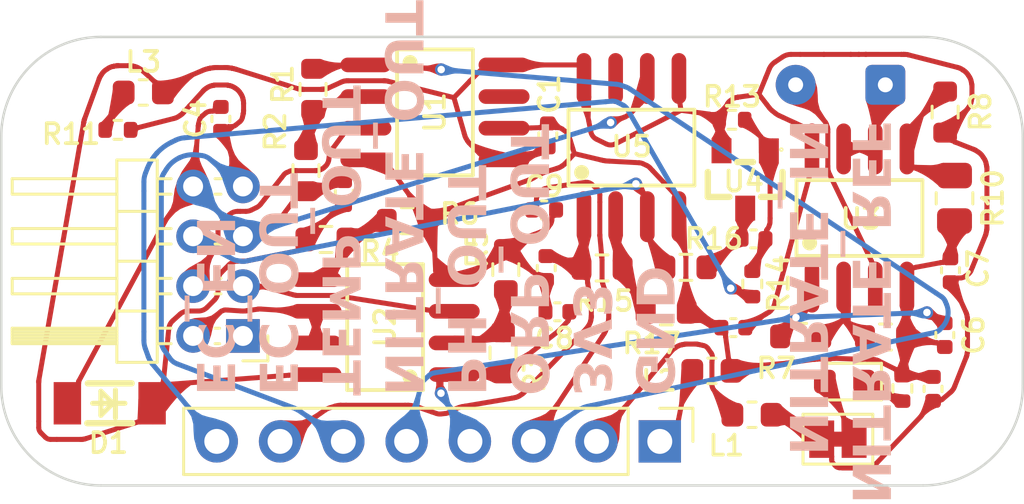
<source format=kicad_pcb>
(kicad_pcb (version 20221018) (generator pcbnew)
  (layers (0 "F.Cu" signal) (31 "B.Cu" signal) (34 "B.Paste" user) (35 "F.Paste" user) (36 "B.SilkS" user "B.Silkscreen") (37 "F.SilkS" user "F.Silkscreen") (38 "B.Mask" user) (39 "F.Mask" user) (44 "Edge.Cuts" user))
  (net 0 "")
  (net 1 "GND")
  (net 2 "+3.3V")
  (net 3 "Net-(U2-+INB)")
  (net 5 "/TEMP_INA")
  (net 6 "/PH_OUT")
  (net 7 "/EC_INA")
  (net 8 "/PH_IN")
  (net 9 "/NITRATE_OUT")
  (net 10 "/ORP_IN")
  (net 11 "/PH{slash}ORP_VREF")
  (net 12 "/ORP_OUT")
  (net 13 "/EC_OUT")
  (net 14 "/EC_EN")
  (net 15 "/NITRATE_VREF")
  (net 16 "Net-(U1--INA)")
  (net 17 "Net-(U2--INA)")
  (net 19 "Net-(U4-G)")
  (net 20 "Net-(U4-D)")
  (net 21 "Net-(L3-Pad2)")
  (net 22 "Net-(U3--INA)")
  (net 23 "Net-(U3-+INB)")
  (net 24 "Net-(U5--INA)")
  (net 26 "/NITRATE_INA")
  (net 27 "Net-(LED1-C)")
  (net 28 "Net-(J2-Pin_1)")
  (net 29 "Net-(J2-Pin_2)")
  (net 30 "Net-(JP1-A)")
  (footprint "Jumper:SolderJumper-2_P1.3mm_Bridged_Pad1.0x1.5mm" (layer "F.Cu") (at 33.5784 16.1432 180)
    (fp_text reference "JP1" hide)
    (fp_text value "SolderJumper_2_Bridged" hide)
  )
  (footprint "footprint:SOIC-8_L4.9-W3.9-P1.27-LS6.0-BL" (layer "F.Cu") (at 17.4074 3.0282 -90)
    (fp_text reference "U1")
    (fp_text value "MCP6002T-I_SN" hide)
  )
  (footprint "Resistor_SMD:R_0402_1005Metric" (layer "F.Cu") (at 30.1418 9.9143 90)
    (fp_text reference "R14")
    (fp_text value "0402,10k" hide)
  )
  (footprint "Resistor_SMD:R_0603_1608Metric" (layer "F.Cu") (at 16.2935 7.3754)
    (fp_text reference "R6")
    (fp_text value "0603,11k")
  )
  (footprint "Capacitor_SMD:C_0402_1005Metric" (layer "F.Cu") (at 37.8683 11.9638 -90)
    (fp_text reference "C6")
    (fp_text value "0402,100nF,16V,X7R " hide)
  )
  (footprint "Resistor_SMD:R_0603_1608Metric" (layer "F.Cu") (at 32.0849 12.0198)
    (fp_text reference "R7")
    (fp_text value "0603,20k" hide)
  )
  (footprint "Resistor_SMD:R_0603_1608Metric" (layer "F.Cu") (at 35.4886 12.0438)
    (fp_text reference "R9" hide)
    (fp_text value "0603,5.1k" hide)
  )
  (footprint "Resistor_SMD:R_0402_1005Metric" (layer "F.Cu") (at 4.6801 3.7295)
    (fp_text reference "R11")
    (fp_text value "0402,10k" hide)
  )
  (footprint "footprint:SOIC-8_L4.9-W3.9-P1.27-LS6.0-BL" (layer "F.Cu") (at 15.4064 11.6454 90)
    (fp_text reference "U2")
    (fp_text value "MCP6002T-I_SN" hide)
  )
  (footprint "Capacitor_SMD:C_0402_1005Metric" (layer "F.Cu") (at 21.7882 6.9412)
    (fp_text reference "C9")
    (fp_text value "0402,100nF,16V,X7R " hide)
  )
  (footprint "Resistor_SMD:R_0603_1608Metric" (layer "F.Cu") (at 27.4778 9.247 180)
    (fp_text reference "R16")
    (fp_text value "0603,10k" hide)
  )
  (footprint "footprint:SOT-23_L2.9-W1.3-P1.90-LS2.4-BR" (layer "F.Cu") (at 29.8573 5.7203 90)
    (fp_text reference "U4")
    (fp_text value "AO3401A" hide)
  )
  (footprint "Inductor_SMD:L_0603_1608Metric" (layer "F.Cu") (at 28.5223 13.4021 180)
    (fp_text reference "L2")
    (fp_text value "GZ1608D601TF" hide)
  )
  (footprint "LED_SMD:LED_0603_1608Metric" (layer "F.Cu") (at 33.8432 13.8332 180)
    (fp_text reference "LED1" hide)
    (fp_text value "Green" hide)
  )
  (footprint "Capacitor_SMD:C_0402_1005Metric" (layer "F.Cu") (at 21.9374 3.9509 90)
    (fp_text reference "C1")
    (fp_text value "0402,100nF,16V,X7R " hide)
  )
  (footprint "footprint:SOIC-8_L4.9-W3.9-P1.27-LS6.0-BL" (layer "F.Cu") (at 25.293 4.4415)
    (fp_text reference "U5")
    (fp_text value "MCP6002T-I_SN" hide)
  )
  (footprint "Connector_PinHeader_2.54mm:PinHeader_1x08_P2.54mm_Vertical" (layer "F.Cu") (at 26.4297 16.2325 -90)
    (fp_text reference "J2" hide)
    (fp_text value "Conn_01x08_Pin" hide)
  )
  (footprint "Resistor_SMD:R_0603_1608Metric" (layer "F.Cu") (at 12.2303 5.3656 -90)
    (fp_text reference "R2")
    (fp_text value "0603,10k" hide)
  )
  (footprint "Resistor_SMD:R_0402_1005Metric" (layer "F.Cu") (at 36.166 14.1061 90)
    (fp_text reference "R12" hide)
    (fp_text value "0402,10k" hide)
  )
  (footprint "Capacitor_SMD:C_0402_1005Metric" (layer "F.Cu") (at 30.1913 8.1058 180)
    (fp_text reference "C10" hide)
    (fp_text value "0402,100nF,16V,X7R " hide)
  )
  (footprint "Resistor_SMD:R_0603_1608Metric" (layer "F.Cu") (at 12.5134 2.1053 -90)
    (fp_text reference "R1")
    (fp_text value "0603,22k" hide)
  )
  (footprint "Resistor_SMD:R_0603_1608Metric" (layer "F.Cu") (at 24.1131 9.2711)
    (fp_text reference "R15")
    (fp_text value "0603,20k" hide)
  )
  (footprint "Resistor_SMD:R_0603_1608Metric" (layer "F.Cu") (at 13.033 8.1284)
    (fp_text reference "R4")
    (fp_text value "0603,18k" hide)
  )
  (footprint "Capacitor_SMD:C_0402_1005Metric" (layer "F.Cu") (at 37.3965 14.1249 90)
    (fp_text reference "C5" hide)
    (fp_text value "0402,10uF,6.3V,X5R " hide)
  )
  (footprint "Resistor_SMD:R_0603_1608Metric" (layer "F.Cu") (at 26.6905 11.0338)
    (fp_text reference "R17")
    (fp_text value "0603,5.1k" hide)
  )
  (footprint "Capacitor_SMD:C_0402_1005Metric" (layer "F.Cu") (at 8.8158 3.2895 90)
    (fp_text reference "C4")
    (fp_text value "0402,100nF,16V,X7R " hide)
  )
  (footprint "Connector_PinHeader_2.00mm:PinHeader_2x04_P2.00mm_Horizontal" (layer "F.Cu") (at 9.7 12 180)
    (fp_text reference "J1" hide)
    (fp_text value "Conn_02x04_Odd_Even" hide)
  )
  (footprint "Resistor_SMD:R_0402_1005Metric" (layer "F.Cu") (at 29.3273 3.3249)
    (fp_text reference "R13")
    (fp_text value "0402,100k" hide)
  )
  (footprint "Capacitor_SMD:C_0402_1005Metric" (layer "F.Cu") (at 29.381 11.6665 180)
    (fp_text reference "C11" hide)
    (fp_text value "0402,100nF,16V,X7R " hide)
  )
  (footprint "Resistor_SMD:R_0603_1608Metric" (layer "F.Cu") (at 20.1392 12.6782 90)
    (fp_text reference "R3")
    (fp_text value "0603,22k" hide)
  )
  (footprint "Capacitor_SMD:C_0402_1005Metric" (layer "F.Cu") (at 22.3218 11.0313 180)
    (fp_text reference "C8")
    (fp_text value "0402,100nF,16V,X7R " hide)
  )
  (footprint "Resistor_SMD:R_0805_2012Metric" (layer "F.Cu") (at 38.2582 6.4763 -90)
    (fp_text reference "R10")
    (fp_text value "0805,16k" hide)
  )
  (footprint "Inductor_SMD:L_0603_1608Metric" (layer "F.Cu") (at 5.7006 2.229 180)
    (fp_text reference "L3")
    (fp_text value "GZ1608D601TF" hide)
  )
  (footprint "Inductor_SMD:L_0603_1608Metric" (layer "F.Cu") (at 30.1312 15.1627 180)
    (fp_text reference "L1")
    (fp_text value "GZ1608D601TF" hide)
  )
  (footprint "Capacitor_SMD:C_0402_1005Metric" (layer "F.Cu") (at 38.0976 9.3639 90)
    (fp_text reference "C7")
    (fp_text value "0402,100nF,16V,X7R " hide)
  )
  (footprint "footprint:LL-34_L3.5-W1.5-RD" (layer "F.Cu") (at 4.3543 14.7024 180)
    (fp_text reference "D1")
    (fp_text value "ZMM3V3" hide)
  )
  (footprint "Capacitor_SMD:C_0402_1005Metric" (layer "F.Cu") (at 13.7669 6.2656 90)
    (fp_text reference "C2" hide)
    (fp_text value "0402,100nF,16V,X7R " hide)
  )
  (footprint "footprint:SOIC-8_L4.9-W3.9-P1.27-LS6.0-BL" (layer "F.Cu") (at 34.4435 7.2675)
    (fp_text reference "U3")
    (fp_text value "MCP6002T-I_SN" hide)
  )
  (footprint "Capacitor_SMD:C_0402_1005Metric" (layer "F.Cu") (at 21.8727 9.2753 -90)
    (fp_text reference "C3" hide)
    (fp_text value "0402,100nF,16V,X7R " hide)
  )
  (footprint "Connector_Wire:SolderWire-0.1sqmm_1x02_P3.6mm_D0.4mm_OD1mm" (layer "F.Cu") (at 35.4824 1.921 180)
    (fp_text reference "J3" hide)
    (fp_text value "Conn_01x02_Pin" hide)
  )
  (footprint "Resistor_SMD:R_0603_1608Metric" (layer "F.Cu") (at 20.2502 9.3375 90)
    (fp_text reference "R5")
    (fp_text value "0603,10k" hide)
  )
  (footprint "Resistor_SMD:R_0603_1608Metric" (layer "F.Cu") (at 37.882 3.0161 90)
    (fp_text reference "R8")
    (fp_text value "0603,51k" hide)
  )
  (gr_line (start 37 0) (end 4 0) (stroke (width 0.1)) (layer "Edge.Cuts"))
  (gr_arc (start 37 0) (mid 39.828427 1.171573) (end 41 4) (stroke (width 0.1)) (layer "Edge.Cuts"))
  (gr_arc (start 0 4) (mid 1.171572 1.171572) (end 4 0) (stroke (width 0.1)) (layer "Edge.Cuts"))
  (gr_arc (start 41 14) (mid 39.828427 16.828427) (end 37 18) (stroke (width 0.1)) (layer "Edge.Cuts"))
  (gr_line (start 0 4.000001) (end 0.000002 13.999999) (stroke (width 0.1)) (layer "Edge.Cuts"))
  (gr_line (start 41 13.999996) (end 41 4) (stroke (width 0.1)) (layer "Edge.Cuts"))
  (gr_line (start 4.000002 17.999998) (end 37 18) (stroke (width 0.1)) (layer "Edge.Cuts"))
  (gr_arc (start 4.000002 17.999998) (mid 1.171574 16.828426) (end 0.000002 13.999998) (stroke (width 0.1)) (layer "Edge.Cuts"))
  (gr_text "GND\n3V3\nORP_OUT\nPH_OUT\nNITRATE_OUT\nTEMP_OUT\nEC_OUT\nEC_EN" (at 7.6 14.4 -90) (layer "B.SilkS") (effects (font (size 1.5 1.5) (thickness 0.15) bold) (justify left bottom mirror)))
  (gr_text "NITRATE_REF\nNITRATE_IN\n" (at 31.4 3.3 270) (layer "B.SilkS") (effects (font (size 1.5 1.5) (thickness 0.15) bold) (justify right bottom mirror)))
  (segment (start 34.299893 12.929091) (end 33.4603 12.899631) (width 0.2) (layer "F.Cu") (net 1))
  (segment (start 36.3024 11.518) (end 36.3024 11.618) (width 0.2) (layer "F.Cu") (net 1))
  (segment (start 7.925109 3.47226) (end 7.924894 3.473222) (width 0.2) (layer "F.Cu") (net 1))
  (segment (start 36.333622 10.828405) (end 36.3212 10.8786) (width 0.2) (layer "F.Cu") (net 1))
  (segment (start 12.701707 5.95182) (end 12.7034 5.9517) (width 0.2) (layer "F.Cu") (net 1))
  (segment (start 36.303889 11.717977) (end 36.3136 12.0438) (width 0.2) (layer "F.Cu") (net 1))
  (segment (start 33.0987 12.926341) (end 33.1071 12.92645) (width 0.2) (layer "F.Cu") (net 1))
  (segment (start 27.314199 8.26285) (end 27.425364 8.569412) (width 0.2) (layer "F.Cu") (net 1))
  (segment (start 36.336803 13.615) (end 36.166 13.5961) (width 0.2) (layer "F.Cu") (net 1))
  (segment (start 37.675399 9.063299) (end 36.706545 9.244453) (width 0.2) (layer "F.Cu") (net 1))
  (segment (start 7.958349 3.336149) (end 7.937883 3.419008) (width 0.2) (layer "F.Cu") (net 1))
  (segment (start 8.058486 3.17696) (end 8.211283 3.050863) (width 0.2) (layer "F.Cu") (net 1))
  (segment (start 37.55335 12.276249) (end 37.556994 12.276352) (width 0.2) (layer "F.Cu") (net 1))
  (segment (start 35.907825 13.351288) (end 36.166 13.5961) (width 0.2) (layer "F.Cu") (net 1))
  (segment (start 36.337949 10.810949) (end 36.333622 10.828405) (width 0.2) (layer "F.Cu") (net 1))
  (segment (start 27.451122 8.654139) (end 27.44397 8.625433) (width 0.2) (layer "F.Cu") (net 1))
  (segment (start 27.476947 9.661101) (end 27.47665 9.6724) (width 0.2) (layer "F.Cu") (net 1))
  (segment (start 36.249435 12.370537) (end 36.3136 12.0438) (width 0.2) (layer "F.Cu") (net 1))
  (segment (start 29.068249 11.97455) (end 29.068168 11.973703) (width 0.2) (layer "F.Cu") (net 1))
  (segment (start 27.4778 8.8544) (end 27.4778 8.8708) (width 0.2) (layer "F.Cu") (net 1))
  (segment (start 21.955146 5.379486) (end 21.92785 5.3875) (width 0.2) (layer "F.Cu") (net 1))
  (segment (start 33.0459 12.925997) (end 33.0204 12.926351) (width 0.2) (layer "F.Cu") (net 1))
  (segment (start 27.4763 10.508) (end 27.4763 9.699004) (width 0.2) (layer "F.Cu") (net 1))
  (segment (start 34.75165 12.9385) (end 34.74735 12.9385) (width 0.2) (layer "F.Cu") (net 1))
  (segment (start 33.2947 12.913501) (end 33.2843 12.9151) (width 0.2) (layer "F.Cu") (net 1))
  (segment (start 34.514449 12.937812) (end 34.517 12.93785) (width 0.2) (layer "F.Cu") (net 1))
  (segment (start 21.4144 9.47335) (end 21.45999 9.490275) (width 0.2) (layer "F.Cu") (net 1))
  (segment (start 22.107307 7.235318) (end 22.2682 6.9412) (width 0.2) (layer "F.Cu") (net 1))
  (segment (start 20.690419 8.202236) (end 20.69315 8.20085) (width 0.2) (layer "F.Cu") (net 1))
  (segment (start 21.57957 9.534747) (end 21.45999 9.490275) (width 0.2) (layer "F.Cu") (net 1))
  (segment (start 29.06756 11.970979) (end 28.982198 11.814934) (width 0.2) (layer "F.Cu") (net 1))
  (segment (start 34.75665 12.938551) (end 34.755949 12.938539) (width 0.2) (layer "F.Cu") (net 1))
  (segment (start 22.3723 5.25255) (end 22.336704 5.264862) (width 0.2) (layer "F.Cu") (net 1))
  (segment (start 29.189877 12.911346) (end 29.074687 12.053351) (width 0.2) (layer "F.Cu") (net 1))
  (segment (start 29.60271 13.26677) (end 29.47895 13.32395) (width 0.2) (layer "F.Cu") (net 1))
  (segment (start 21.630692 3.638044) (end 21.6295 3.63815) (width 0.2) (layer "F.Cu") (net 1))
  (segment (start 29.191 12.9763) (end 29.191 12.92795) (width 0.2) (layer "F.Cu") (net 1))
  (segment (start 37.7 9.0587) (end 37.675399 9.063299) (width 0.2) (layer "F.Cu") (net 1))
  (segment (start 33.115499 12.926424) (end 33.123793 12.926275) (width 0.2) (layer "F.Cu") (net 1))
  (segment (start 21.8572 9.9858) (end 21.8572 10.0858) (width 0.2) (layer "F.Cu") (net 1))
  (segment (start 35.121243 12.965972) (end 35.159539 12.977521) (width 0.2) (layer "F.Cu") (net 1))
  (segment (start 33.0204 12.926351) (end 33.0134 12.92645) (width 0.2) (layer "F.Cu") (net 1))
  (segment (start 25.436 5.04039) (end 25.5994 5.0492) (width 0.2) (layer "F.Cu") (net 1))
  (segment (start 37.235667 13.626257) (end 37.3965 13.6449) (width 0.2) (layer "F.Cu") (net 1))
  (segment (start 27.4568 8.68315) (end 27.461003 8.712449) (width 0.2) (layer "F.Cu") (net 1))
  (segment (start 16.809428 6.937065) (end 17.1185 7.3754) (width 0.2) (layer "F.Cu") (net 1))
  (segment (start 25.106254 3.172462) (end 25.183452 3.122332) (width 0.2) (layer "F.Cu") (net 1))
  (segment (start 32.78086 12.928719) (end 32.801316 12.927704) (width 0.2) (layer "F.Cu") (net 1))
  (segment (start 31.495251 13.094824) (end 29.760988 13.245028) (width 0.2) (layer "F.Cu") (net 1))
  (segment (start 17.519206 7.059713) (end 21.172503 5.743759) (width 0.2) (layer "F.Cu") (net 1))
  (segment (start 23.0013 4.6819) (end 24.062601 4.934895) (width 0.2) (layer "F.Cu") (net 1))
  (segment (start 22.039462 7.519342) (end 21.936219 7.662582) (width 0.2) (layer "F.Cu") (net 1))
  (segment (start 13.8369 5.50355) (end 13.8369 5.50665) (width 0.2) (layer "F.Cu") (net 1))
  (segment (start 21.269628 5.705398) (end 21.316287 5.681793) (width 0.2) (layer "F.Cu") (net 1))
  (segment (start 29.068443 11.977656) (end 29.06855 11.98145) (width 0.2) (layer "F.Cu") (net 1))
  (segment (start 37.51681 12.274281) (end 36.76428 12.222248) (width 0.2) (layer "F.Cu") (net 1))
  (segment (start 33.140599 12.925439) (end 33.242451 12.919125) (width 0.2) (layer "F.Cu") (net 1))
  (segment (start 21.404035 5.626702) (end 21.41235 5.62115) (width 0.2) (layer "F.Cu") (net 1))
  (segment (start 11.400939 7.022079) (end 11.780887 6.510428) (width 0.2) (layer "F.Cu") (net 1))
  (segment (start 21.82045 5.4256) (end 21.786146 5.439064) (width 0.2) (layer "F.Cu") (net 1))
  (segment (start 22.240174 3.636527) (end 22.08995 3.55435) (width 0.2) (layer "F.Cu") (net 1))
  (segment (start 35.905283 13.348212) (end 35.905 13.34785) (width 0.2) (layer "F.Cu") (net 1))
  (segment (start 22.7813 3.96785) (end 22.838507 4.153547) (width 0.2) (layer "F.Cu") (net 1))
  (segment (start 27.461003 8.712449) (end 27.472037 8.789301) (width 0.2) (layer "F.Cu") (net 1))
  (segment (start 37.136 13.6205) (end 37.036 13.6205) (width 0.2) (layer "F.Cu") (net 1))
  (segment (start 32.9334 12.92655) (end 32.926399 12.926648) (width 0.2) (layer "F.Cu") (net 1))
  (segment (start 21.8024 7.7664) (end 21.637987 7.830768) (width 0.2) (layer "F.Cu") (net 1))
  (segment (start 34.426399 12.937603) (end 34.44 12.9386) (width 0.2) (layer "F.Cu") (net 1))
  (segment (start 18.54305 9.7404) (end 17.81455 9.7404) (width 0.2) (layer "F.Cu") (net 1))
  (segment (start 32.750257 12.930849) (end 32.652979 12.939116) (width 0.2) (layer "F.Cu") (net 1))
  (segment (start 21.256302 9.362897) (end 21.2915 9.3965) (width 0.2) (layer "F.Cu") (net 1))
  (segment (start 24.268214 4.974269) (end 24.199187 4.96423) (width 0.2) (layer "F.Cu") (net 1))
  (segment (start 22.406964 5.238017) (end 22.440648 5.221275) (width 0.2) (layer "F.Cu") (net 1))
  (segment (start 7.918186 3.505447) (end 7.915 3.52155) (width 0.2) (layer "F.Cu") (net 1))
  (segment (start 22.54885 5.15195) (end 22.519942 5.171238) (width 0.2) (layer "F.Cu") (net 1))
  (segment (start 17.357688 7.851108) (end 17.432466 9.376586) (width 0.2) (layer "F.Cu") (net 1))
  (segment (start 36.3024 11.518) (end 36.3024 11.08395) (width 0.2) (layer "F.Cu") (net 1))
  (segment (start 34.837347 12.938426) (end 34.767249 12.938593) (width 0.2) (layer "F.Cu") (net 1))
  (segment (start 21.784838 3.554328) (end 21.632647 3.637555) (width 0.2) (layer "F.Cu") (net 1))
  (segment (start 21.873665 5.405386) (end 21.900743 5.39611) (width 0.2) (layer "F.Cu") (net 1))
  (segment (start 32.926399 12.926648) (end 32.900899 12.927002) (width 0.2) (layer "F.Cu") (net 1))
  (segment (start 32.534299 12.948596) (end 31.560844 13.087271) (width 0.2) (layer "F.Cu") (net 1))
  (segment (start 33.073899 12.925997) (end 33.0987 12.926341) (width 0.2) (layer "F.Cu") (net 1))
  (segment (start 10.16695 7.925451) (end 10.20235 7.9198) (width 0.2) (layer "F.Cu") (net 1))
  (segment (start 6.660324 7.26135) (end 6.62537 7.313256) (width 0.2) (layer "F.Cu") (net 1))
  (segment (start 22.10065 7.2588) (end 22.099369 7.2838) (width 0.2) (layer "F.Cu") (net 1))
  (segment (start 21.604199 5.517499) (end 21.595189 5.521744) (width 0.2) (layer "F.Cu") (net 1))
  (segment (start 7.9082 3.57015) (end 7.906801 3.58645) (width 0.2) (layer "F.Cu") (net 1))
  (segment (start 20.553788 3.6632) (end 20.1798 3.6632) (width 0.2) (layer "F.Cu") (net 1))
  (segment (start 36.3485 10.724561) (end 36.3485 10.40415) (width 0.2) (layer "F.Cu") (net 1))
  (segment (start 17.357399 7.8475) (end 17.357322 7.846803) (width 0.2) (layer "F.Cu") (net 1))
  (segment (start 34.553399 12.938353) (end 34.5602 12.93845) (width 0.2) (layer "F.Cu") (net 1))
  (segment (start 34.48775 12.938502) (end 34.481 12.9389) (width 0.2) (layer "F.Cu") (net 1))
  (segment (start 21.540651 5.548552) (end 21.50775 5.56525) (width 0.2) (layer "F.Cu") (net 1))
  (segment (start 3.119244 13.799447) (end 3.11335 13.81035) (width 0.2) (layer "F.Cu") (net 1))
  (segment (start 36.5365 13.6205) (end 36.4365 13.6205) (width 0.2) (layer "F.Cu") (net 1))
  (segment (start 21.2217 5.72605) (end 21.172503 5.743759) (width 0.2) (layer "F.Cu") (net 1))
  (segment (start 25.319945 3.000245) (end 25.669288 2.65401) (width 0.2) (layer "F.Cu") (net 1))
  (segment (start 27.481487 10.70773) (end 27.4959 10.8459) (width 0.2) (layer "F.Cu") (net 1))
  (segment (start 37.5376 12.275549) (end 37.542655 12.275817) (width 0.2) (layer "F.Cu") (net 1))
  (segment (start 32.625341 12.941069) (end 32.6298 12.9408) (width 0.2) (layer "F.Cu") (net 1))
  (segment (start 3.078575 13.995274) (end 2.6543 14.7024) (width 0.2) (layer "F.Cu") (net 1))
  (segment (start 36.571181 12.193656) (end 36.3136 12.0438) (width 0.2) (layer "F.Cu") (net 1))
  (segment (start 37.036 13.6205) (end 36.5365 13.6205) (width 0.2) (layer "F.Cu") (net 1))
  (segment (start 11.784794 6.50573) (end 11.786998 6.503576) (width 0.2) (layer "F.Cu") (net 1))
  (segment (start 21.8572 10.6708) (end 21.8572 10.7708) (width 0.2) (layer "F.Cu") (net 1))
  (segment (start 21.375973 5.645611) (end 21.3613 5.65545) (width 0.2) (layer "F.Cu") (net 1))
  (segment (start 34.5238 12.937946) (end 34.553399 12.938353) (width 0.2) (layer "F.Cu") (net 1))
  (segment (start 34.567 12.9385) (end 34.74735 12.9385) (width 0.2) (layer "F.Cu") (net 1))
  (segment (start 21.864949 9.845549) (end 21.861477 9.885983) (width 0.2) (layer "F.Cu") (net 1))
  (segment (start 35.232406 13.010137) (end 35.895578 13.34114) (width 0.2) (layer "F.Cu") (net 1))
  (segment (start 19.807849 8.824799) (end 19.810061 8.822964) (width 0.2) (layer "F.Cu") (net 1))
  (segment (start 7.7 6) (end 6.737644 7.163095) (width 0.2) (layer "F.Cu") (net 1))
  (segment (start 11.790137 6.501033) (end 11.78935 6.5016) (width 0.2) (layer "F.Cu") (net 1))
  (segment (start 13.460191 5.952734) (end 13.4585 5.95285) (width 0.2) (layer "F.Cu") (net 1))
  (segment (start 22.651611 5.05906) (end 23.0013 4.6819) (width 0.2) (layer "F.Cu") (net 1))
  (segment (start 21.616788 3.638703) (end 21.2626 3.65095) (width 0.2) (layer "F.Cu") (net 1))
  (segment (start 29.190901 12.921352) (end 29.190699 12.917965) (width 0.2) (layer "F.Cu") (net 1))
  (segment (start 3.1043 13.8586) (end 3.1043 13.9024) (width 0.2) (layer "F.Cu") (net 1))
  (segment (start 21.8572 10.0858) (end 21.8572 10.6708) (width 0.2) (layer "F.Cu") (net 1))
  (segment (start 3.108885 13.821809) (end 3.105815 13.833988) (width 0.2) (layer "F.Cu") (net 1))
  (segment (start 22.095549 7.359499) (end 22.099369 7.2838) (width 0.2) (layer "F.Cu") (net 1))
  (segment (start 16.808749 6.93615) (end 16.808468 6.935788) (width 0.2) (layer "F.Cu") (net 1))
  (segment (start 9.85565 7.97515) (end 9.7 8) (width 0.2) (layer "F.Cu") (net 1))
  (segment (start 22.504457 5.181561) (end 22.47315 5.20245) (width 0.2) (layer "F.Cu") (net 1))
  (segment (start 21.699778 5.474722) (end 21.670447 5.487487) (width 0.2) (layer "F.Cu") (net 1))
  (segment (start 36.311851 10.929361) (end 36.305547 10.980742) (width 0.2) (layer "F.Cu") (net 1))
  (segment (start 13.836975 5.500451) (end 13.837125 5.497411) (width 0.2) (layer "F.Cu") (net 1))
  (segment (start 34.335088 12.930941) (end 34.426399 12.937603) (width 0.2) (layer "F.Cu") (net 1))
  (segment (start 29.206071 13.073974) (end 29.253635 13.224435) (width 0.2) (layer "F.Cu") (net 1))
  (segment (start 22.316488 5.271863) (end 22.336704 5.264862) (width 0.2) (layer "F.Cu") (net 1))
  (segment (start 27.47725 9.653098) (end 27.4775 9.64325) (width 0.2) (layer "F.Cu") (net 1))
  (segment (start 10.889576 7.588413) (end 10.558828 7.788982) (width 0.2) (layer "F.Cu") (net 1))
  (segment (start 27.198 6.84965) (end 27.198 7.57815) (width 0.2) (layer "F.Cu") (net 1))
  (segment (start 25.319945 3.000245) (end 25.25465 3.06495) (width 0.2) (layer "F.Cu") (net 1))
  (segment (start 11.400939 7.022079) (end 11.1703 7.33275) (width 0.2) (layer "F.Cu") (net 1))
  (segment (start 27.477222 8.83802) (end 27.476075 8.82176) (width 0.2) (layer "F.Cu") (net 1))
  (segment (start 13.837784 5.491398) (end 13.87205 5.21305) (width 0.2) (layer "F.Cu") (net 1))
  (segment (start 27.198 7.57815) (end 27.198 7.601532) (width 0.2) (layer "F.Cu") (net 1))
  (segment (start 22.576534 5.131041) (end 22.602967 5.108556) (width 0.2) (layer "F.Cu") (net 1))
  (segment (start 21.800619 9.700441) (end 21.588243 9.538809) (width 0.2) (layer "F.Cu") (net 1))
  (segment (start 29.069827 12.009127) (end 29.071075 12.023908) (width 0.2) (layer "F.Cu") (net 1))
  (segment (start 27.663219 11.151569) (end 27.71205 11.1905) (width 0.2) (layer "F.Cu") (net 1))
  (segment (start 11.791965 6.499671) (end 12.01564 6.341957) (width 0.2) (layer "F.Cu") (net 1))
  (segment (start 33.006399 12.9265) (end 32.9404 12.9265) (width 0.2) (layer "F.Cu") (net 1))
  (segment (start 36.2398 12.5696) (end 36.2398 13.2756) (width 0.2) (layer "F.Cu") (net 1))
  (segment (start 29.191 12.92465) (end 29.191 12.92795) (width 0.2) (layer "F.Cu") (net 1))
  (segment (start 17.515349 7.060949) (end 17.514299 7.061246) (width 0.2) (layer "F.Cu") (net 1))
  (segment (start 38.1676 8.5534) (end 38.1676 7.9523) (width 0.2) (layer "F.Cu") (net 1))
  (segment (start 21.955146 5.379486) (end 22.262507 5.289097) (width 0.2) (layer "F.Cu") (net 1))
  (segment (start 37.7843 9.050953) (end 37.7745 9.05115) (width 0.2) (layer "F.Cu") (net 1))
  (segment (start 8.521582 2.970394) (end 8.8158 2.8095) (width 0.2) (layer "F.Cu") (net 1))
  (segment (start 37.74956 9.052651) (end 37.72475 9.055147) (width 0.2) (layer "F.Cu") (net 1))
  (segment (start 26.146544 5.370055) (end 26.948139 6.220357) (width 0.2) (layer "F.Cu") (net 1))
  (segment (start 38.1676 7.8523) (end 38.1676 7.9523) (width 0.2) (layer "F.Cu") (net 1))
  (segment (start 13.818821 5.651717) (end 13.8019 5.69535) (width 0.2) (layer "F.Cu") (net 1))
  (segment (start 25.02485 3.21415) (end 24.939154 3.24746) (width 0.2) (layer "F.Cu") (net 1))
  (segment (start 22.25045 3.637947) (end 22.34495 3.63965) (width 0.2) (layer "F.Cu") (net 1))
  (segment (start 34.517 12.93785) (end 34.5238 12.937946) (width 0.2) (layer "F.Cu") (net 1))
  (segment (start 21.637987 7.830768) (end 20.699794 8.197871) (width 0.2) (layer "F.Cu") (net 1))
  (segment (start 21.540651 5.548552) (end 21.54775 5.54495) (width 0.2) (layer "F.Cu") (net 1))
  (segment (start 3.1043 13.8462) (end 3.1043 13.8586) (width 0.2) (layer "F.Cu") (net 1))
  (segment (start 36.2398 12.4696) (end 36.2398 12.5696) (width 0.2) (layer "F.Cu") (net 1))
  (segment (start 24.062601 4.934895) (end 24.1306 4.9511) (width 0.2) (layer "F.Cu") (net 1))
  (segment (start 35.900741 13.343938) (end 35.902972 13.345772) (width 0.2) (layer "F.Cu") (net 1))
  (segment (start 21.84695 5.4152) (end 21.82045 5.4256) (width 0.2) (layer "F.Cu") (net 1))
  (segment (start 38.149521 8.750017) (end 38.1326 8.79365) (width 0.2) (layer "F.Cu") (net 1))
  (segment (start 20.692449 8.8247) (end 20.691542 8.823922) (width 0.2) (layer "F.Cu") (net 1))
  (segment (start 22.24515 3.63785) (end 22.25045 3.637947) (width 0.2) (layer "F.Cu") (net 1))
  (segment (start 34.51105 12.937824) (end 34.487749 12.938498) (width 0.2) (layer "F.Cu") (net 1))
  (segment (start 34.974931 12.944675) (end 34.967191 12.944026) (width 0.2) (layer "F.Cu") (net 1))
  (segment (start 37.794769 9.049504) (end 38.01267 8.930344) (width 0.2) (layer "F.Cu") (net 1))
  (segment (start 14.27075 4.9332) (end 14.188462 4.9332) (width 0.2) (layer "F.Cu") (net 1))
  (segment (start 36.3024 11.03225) (end 36.3024 11.08395) (width 0.2) (layer "F.Cu") (net 1))
  (segment (start 33.263426 12.917624) (end 33.27387 12.916475) (width 0.2) (layer "F.Cu") (net 1))
  (segment (start 17.1185 7.3754) (end 17.510869 7.062582) (width 0.2) (layer "F.Cu") (net 1))
  (segment (start 22.651611 5.05906) (end 22.628 5.08455) (width 0.2) (layer "F.Cu") (net 1))
  (segment (start 32.565148 12.944624) (end 32.580673 12.943272) (width 0.2) (layer "F.Cu") (net 1))
  (segment (start 21.256302 9.362897) (end 20.695867 8.827791) (width 0.2) (layer "F.Cu") (net 1))
  (segment (start 21.475386 5.582932) (end 21.443621 5.601562) (width 0.2) (layer "F.Cu") (net 1))
  (segment (start 7.918186 3.505447) (end 7.91925 3.50005) (width 0.2) (layer "F.Cu") (net 1))
  (segment (start 27.4763 10.508) (end 27.4763 10.608) (width 0.2) (layer "F.Cu") (net 1))
  (segment (start 13.462147 5.952255) (end 13.68197 5.832044) (width 0.2) (layer "F.Cu") (net 1))
  (segment (start 20.687992 8.82126) (end 20.2502 8.5125) (width 0.2) (layer "F.Cu") (net 1))
  (segment (start 37.561592 12.276655) (end 37.5604 12.27655) (width 0.2) (layer "F.Cu") (net 1))
  (segment (start 24.407498 4.984883) (end 25.436 5.04039) (width 0.2) (layer "F.Cu") (net 1))
  (segment (start 34.881937 12.939478) (end 34.9516 12.943097) (width 0.2) (layer "F.Cu") (net 1))
  (segment (start 20.688423 8.203436) (end 20.2502 8.5125) (width 0.2) (layer "F.Cu") (net 1))
  (segment (start 38.1676 8.5534) (end 38.1676 8.6534) (width 0.2) (layer "F.Cu") (net 1))
  (segment (start 17.1185 7.3754) (end 17.356396 7.84251) (width 0.2) (layer "F.Cu") (net 1))
  (segment (start 8.473099 2.978337) (end 8.38665 2.98275) (width 0.2) (layer "F.Cu") (net 1))
  (segment (start 24.4561 3.4353) (end 24.939154 3.24746) (width 0.2) (layer "F.Cu") (net 1))
  (segment (start 7.7 6) (end 7.906801 3.58645) (width 0.2) (layer "F.Cu") (net 1))
  (segment (start 36.3485 9.67565) (end 36.3485 10.40415) (width 0.2) (layer "F.Cu") (net 1))
  (segment (start 36.219938 13.471485) (end 36.166 13.5961) (width 0.2) (layer "F.Cu") (net 1))
  (segment (start 19.811865 8.821571) (end 20.2502 8.5125) (width 0.2) (layer "F.Cu") (net 1))
  (segment (start 35.1966 12.99225) (end 35.232406 13.010137) (width 0.2) (layer "F.Cu") (net 1))
  (segment (start 12.69741 5.952703) (end 12.46435 6.0714) (width 0.2) (layer "F.Cu") (net 1))
  (segment (start 6.593 7.3667) (end 6.563238 7.42172) (width 0.2) (layer "F.Cu") (net 1))
  (segment (start 34.9516 12.943097) (end 34.9594 12.9435) (width 0.2) (layer "F.Cu") (net 1))
  (segment (start 26.03425 5.25095) (end 26.146544 5.370055) (width 0.2) (layer "F.Cu") (net 1))
  (segment (start 38.178301 7.753458) (end 38.2582 7.3888) (width 0.2) (layer "F.Cu") (net 1))
  (segment (start 37.7897 9.05085) (end 37.7843 9.050953) (width 0.2) (layer "F.Cu") (net 1))
  (segment (start 29.0727 12.03865) (end 29.074687 12.053351) (width 0.2) (layer "F.Cu") (net 1))
  (segment (start 24.3377 4.98115) (end 24.407498 4.984883) (width 0.2) (layer "F.Cu") (net 1))
  (segment (start 22.519942 5.171238) (end 22.504457 5.181561) (width 0.2) (layer "F.Cu") (net 1))
  (segment (start 32.5497 12.9464) (end 32.534299 12.948596) (width 0.2) (layer "F.Cu") (net 1))
  (segment (start 27.472037 8.789301) (end 27.47435 8.8055) (width 0.2) (layer "F.Cu") (net 1))
  (segment (start 14.99925 4.9332) (end 14.27075 4.9332) (width 0.2) (layer "F.Cu") (net 1))
  (segment (start 6.563238 7.42172) (end 3.119244 13.799447) (width 0.2) (layer "F.Cu") (net 1))
  (segment (start 25.903854 5.156952) (end 25.755318 5.088035) (width 0.2) (layer "F.Cu") (net 1))
  (segment (start 16.808234 6.935409) (end 15.576638 5.228581) (width 0.2) (layer "F.Cu") (net 1))
  (segment (start 37.563547 12.277144) (end 37.8683 12.4438) (width 0.2) (layer "F.Cu") (net 1))
  (segment (start 22.519754 3.699803) (end 22.675054 3.816603) (width 0.2) (layer "F.Cu") (net 1))
  (segment (start 28.459018 11.441136) (end 28.156387 11.389488) (width 0.2) (layer "F.Cu") (net 1))
  (segment (start 7.910024 3.553897) (end 7.91227 3.537729) (width 0.2) (layer "F.Cu") (net 1))
  (segment (start 29.743795 13.2458) (end 29.6981 13.2458) (width 0.2) (layer "F.Cu") (net 1))
  (segment (start 6.737644 7.163095) (end 6.69775 7.2113) (width 0.2) (layer "F.Cu") (net 1))
  (segment (start 34.467388 12.93925) (end 34.453618 12.939149) (width 0.2) (layer "F.Cu") (net 1))
  (segment (start 12.709007 5.951505) (end 13.454094 5.952995) (width 0.2) (layer "F.Cu") (net 1))
  (segment (start 21.329728 9.426202) (end 21.370984 9.452006) (width 0.2) (layer "F.Cu") (net 1))
  (segment (start 33.4357 12.89875) (end 33.4603 12.899631) (width 0.2) (layer "F.Cu") (net 1))
  (segment (start 36.2398 13.2756) (end 36.2398 13.3756) (width 0.2) (layer "F.Cu") (net 1))
  (segment (start 21.853551 10.870666) (end 21.8418 11.0313) (width 0.2) (layer "F.Cu") (net 1))
  (segment (start 25.928 2.03335) (end 25.928 1.6691) (width 0.2) (layer "F.Cu") (net 1))
  (segment (start 23.0013 4.6819) (end 22.838507 4.153547) (width 0.2) (layer "F.Cu") (net 1))
  (segment (start 13.8369 5.5551) (end 13.8369 5.50665) (width 0.2) (layer "F.Cu") (net 1))
  (segment (start 8.4981 2.97705) (end 8.473099 2.978337) (width 0.2) (layer "F.Cu") (net 1))
  (segment (start 33.337944 12.906865) (end 33.2947 12.913501) (width 0.2) (layer "F.Cu") (net 1))
  (segment (start 21.5851 9.53715) (end 21.587638 9.538419) (width 0.2) (layer "F.Cu") (net 1))
  (segment (start 33.386676 12.900473) (end 33.411113 12.899027) (width 0.2) (layer "F.Cu") (net 1))
  (segment (start 32.8729 12.927002) (end 32.8581 12.926797) (width 0.2) (layer "F.Cu") (net 1))
  (segment (start 34.990352 12.946477) (end 35.042557 12.952942) (width 0.2) (layer "F.Cu") (net 1))
  (segment (start 10.16695 7.925451) (end 9.85565 7.97515) (width 0.2) (layer "F.Cu") (net 1))
  (segment (start 29.068949 11.99425) (end 29.068879 11.992149) (width 0.2) (layer "F.Cu") (net 1))
  (segment (start 21.617211 3.638596) (end 21.626094 3.638347) (width 0.2) (layer "F.Cu") (net 1))
  (segment (start 27.4778 8.8708) (end 27.4778 9.619546) (width 0.2) (layer "F.Cu") (net 1))
  (segment (start 32.59675 12.942276) (end 32.59615 12.9423) (width 0.2) (layer "F.Cu") (net 1))
  (segment (start 19.16265 9.480641) (end 19.802785 8.829456) (width 0.2) (layer "F.Cu") (net 1))
  (via (at 24.4561 3.4353) (size 0.5) (drill 0.3) (layers "F.Cu" "B.Cu") (net 1))
  (arc (start 22.628 5.08455) (mid 22.615841 5.096926) (end 22.602967 5.108556) (width 0.2) (layer "F.Cu") (net 1))
  (arc (start 32.9404 12.9265) (mid 32.9369 12.926512) (end 32.9334 12.92655) (width 0.2) (layer "F.Cu") (net 1))
  (arc (start 34.51275 12.9378) (mid 34.5119 12.937806) (end 34.51105 12.937824) (width 0.2) (layer "F.Cu") (net 1))
  (arc (start 11.784794 6.50573) (mid 11.783736 6.506832) (end 11.78275 6.508) (width 0.2) (layer "F.Cu") (net 1))
  (arc (start 32.8297 12.9268) (mid 32.815504 12.927126) (end 32.801316 12.927704) (width 0.2) (layer "F.Cu") (net 1))
  (arc (start 17.519206 7.059713) (mid 17.517288 7.060365) (end 17.515349 7.060949) (width 0.2) (layer "F.Cu") (net 1))
  (arc (start 25.5994 5.0492) (mid 25.679212 5.061177) (end 25.755318 5.088035) (width 0.2) (layer "F.Cu") (net 1))
  (arc (start 22.107307 7.235318) (mid 22.102656 7.246684) (end 22.10065 7.2588) (width 0.2) (layer "F.Cu") (net 1))
  (arc (start 14.188462 4.9332) (mid 13.977255 5.0132) (end 13.87205 5.21305) (width 0.2) (layer "F.Cu") (net 1))
  (arc (start 35.89825 13.3424) (mid 35.899547 13.343084) (end 35.900741 13.343938) (width 0.2) (layer "F.Cu") (net 1))
  (arc (start 13.837784 5.491398) (mid 13.837595 5.492899) (end 13.8374 5.4944) (width 0.2) (layer "F.Cu") (net 1))
  (arc (start 34.767249 12.938593) (mid 34.764599 12.938598) (end 34.76195 12.9386) (width 0.2) (layer "F.Cu") (net 1))
  (arc (start 21.57957 9.534747) (mid 21.582367 9.535874) (end 21.5851 9.53715) (width 0.2) (layer "F.Cu") (net 1))
  (arc (start 36.76428 12.222248) (mid 36.714369 12.219662) (end 36.6644 12.2188) (width 0.2) (layer "F.Cu") (net 1))
  (arc (start 36.249435 12.370537) (mid 36.242214 12.419834) (end 36.2398 12.4696) (width 0.2) (layer "F.Cu") (net 1))
  (arc (start 35.895578 13.34114) (mid 35.896907 13.341784) (end 35.89825 13.3424) (width 0.2) (layer "F.Cu") (net 1))
  (arc (start 36.2398 13.3756) (mid 36.234782 13.42456) (end 36.219938 13.471485) (width 0.2) (layer "F.Cu") (net 1))
  (arc (start 34.85965 12.93865) (mid 34.870796 12.938982) (end 34.881937 12.939478) (width 0.2) (layer "F.Cu") (net 1))
  (arc (start 19.16265 9.480641) (mid 18.878973 9.672833) (end 18.54305 9.7404) (width 0.2) (layer "F.Cu") (net 1))
  (arc (start 12.6995 5.95205) (mid 12.698427 5.952288) (end 12.69741 5.952703) (width 0.2) (layer "F.Cu") (net 1))
  (arc (start 32.76555 12.92965) (mid 32.757901 12.930224) (end 32.750257 12.930849) (width 0.2) (layer "F.Cu") (net 1))
  (arc (start 31.5281 13.0915) (mid 31.511687 13.09328) (end 31.495251 13.094824) (width 0.2) (layer "F.Cu") (net 1))
  (arc (start 21.2915 9.3965) (mid 21.309858 9.412322) (end 21.329728 9.426202) (width 0.2) (layer "F.Cu") (net 1))
  (arc (start 21.632647 3.637555) (mid 21.632186 3.637763) (end 21.6317 3.6379) (width 0.2) (layer "F.Cu") (net 1))
  (arc (start 21.670447 5.487487) (mid 21.637211 5.502246) (end 21.604199 5.517499) (width 0.2) (layer "F.Cu") (net 1))
  (arc (start 24.268214 4.974269) (mid 24.302878 4.978504) (end 24.3377 4.98115) (width 0.2) (layer "F.Cu") (net 1))
  (arc (start 13.462147 5.952255) (mid 13.461686 5.952463) (end 13.4612 5.9526) (width 0.2) (layer "F.Cu") (net 1))
  (arc (start 33.36225 12.9031) (mid 33.350098 12.904991) (end 33.337944 12.906865) (width 0.2) (layer "F.Cu") (net 1))
  (arc (start 27.47435 8.8055) (mid 27.475356 8.813615) (end 27.476075 8.82176) (width 0.2) (layer "F.Cu") (net 1))
  (arc (start 29.071075 12.023908) (mid 29.071793 12.031289) (end 29.0727 12.03865) (width 0.2) (layer "F.Cu") (net 1))
  (arc (start 13.836975 5.500451) (mid 13.836918 5.502) (end 13.8369 5.50355) (width 0.2) (layer "F.Cu") (net 1))
  (arc (start 12.701707 5.95182) (mid 12.700601 5.951917) (end 12.6995 5.95205) (width 0.2) (layer "F.Cu") (net 1))
  (arc (start 37.7745 9.05115) (mid 37.762015 9.05165) (end 37.74956 9.052651) (width 0.2) (layer "F.Cu") (net 1))
  (arc (start 25.928 2.03335) (mid 25.860732 2.36956) (end 25.669288 2.65401) (width 0.2) (layer "F.Cu") (net 1))
  (arc (start 33.073899 12.925997) (mid 33.066899 12.925924) (end 33.0599 12.9259) (width 0.2) (layer "F.Cu") (net 1))
  (arc (start 17.356396 7.84251) (mid 17.35681 7.843527) (end 17.35705 7.8446) (width 0.2) (layer "F.Cu") (net 1))
  (arc (start 20.6894 8.2028) (mid 20.688905 8.203109) (end 20.688423 8.203436) (width 0.2) (layer "F.Cu") (net 1))
  (arc (start 21.370984 9.452006) (mid 21.392147 9.463786) (end 21.4144 9.47335) (width 0.2) (layer "F.Cu") (net 1))
  (arc (start 21.50775 5.56525) (mid 21.491434 5.573845) (end 21.475386 5.582932) (width 0.2) (layer "F.Cu") (net 1))
  (arc (start 7.910024 3.553897) (mid 7.909006 3.562011) (end 7.9082 3.57015) (width 0.2) (layer "F.Cu") (net 1))
  (arc (start 13.454094 5.952995) (mid 13.456298 5.952961) (end 13.4585 5.95285) (width 0.2) (layer "F.Cu") (net 1))
  (arc (start 34.3175 12.92985) (mid 34.326296 12.930347) (end 34.335088 12.930941) (width 0.2) (layer "F.Cu") (net 1))
  (arc (start 21.443621 5.601562) (mid 21.427842 5.611128) (end 21.41235 5.62115) (width 0.2) (layer "F.Cu") (net 1))
  (arc (start 7.937883 3.419008) (mid 7.934608 3.432302) (end 7.93135 3.4456) (width 0.2) (layer "F.Cu") (net 1))
  (arc (start 20.692449 8.8247) (mid 20.694178 8.826222) (end 20.695867 8.827791) (width 0.2) (layer "F.Cu") (net 1))
  (arc (start 20.690419 8.202236) (mid 20.689904 8.202509) (end 20.6894 8.2028) (width 0.2) (layer "F.Cu") (net 1))
  (arc (start 11.1703 7.33275) (mid 11.04235 7.474211) (end 10.889576 7.588413) (width 0.2) (layer "F.Cu") (net 1))
  (arc (start 15.576638 5.228581) (mid 15.323528 5.011332) (end 14.99925 4.9332) (width 0.2) (layer "F.Cu") (net 1))
  (arc (start 38.178301 7.753458) (mid 38.170283 7.80259) (end 38.1676 7.8523) (width 0.2) (layer "F.Cu") (net 1))
  (arc (start 36.3024 11.618) (mid 36.302772 11.667994) (end 36.303889 11.717977) (width 0.2) (layer "F.Cu") (net 1))
  (arc (start 11.791965 6.499671) (mid 11.791503 6.500005) (end 11.79105 6.50035) (width 0.2) (layer "F.Cu") (net 1))
  (arc (start 27.477222 8.83802) (mid 27.477655 8.846205) (end 27.4778 8.8544) (width 0.2) (layer "F.Cu") (net 1))
  (arc (start 29.06855 11.98145) (mid 29.068707 11.986799) (end 29.068879 11.992149) (width 0.2) (layer "F.Cu") (net 1))
  (arc (start 12.709007 5.951505) (mid 12.706201 5.951551) (end 12.7034 5.9517) (width 0.2) (layer "F.Cu") (net 1))
  (arc (start 35.902972 13.345772) (mid 35.904042 13.346755) (end 35.905 13.34785) (width 0.2) (layer "F.Cu") (net 1))
  (arc (start 32.61105 12.94175) (mid 32.6039 12.942006) (end 32.59675 12.942276) (width 0.2) (layer "F.Cu") (net 1))
  (arc (start 33.1322 12.92595) (mid 33.127998 12.926156) (end 33.123793 12.926275) (width 0.2) (layer "F.Cu") (net 1))
  (arc (start 33.386676 12.900473) (mid 33.374431 12.901493) (end 33.36225 12.9031) (width 0.2) (layer "F.Cu") (net 1))
  (arc (start 27.425364 8.569412) (mid 27.43039 8.583303) (end 27.4354 8.5972) (width 0.2) (layer "F.Cu") (net 1))
  (arc (start 21.92785 5.3875) (mid 21.914248 5.391652) (end 21.900743 5.39611) (width 0.2) (layer "F.Cu") (net 1))
  (arc (start 6.69775 7.2113) (mid 6.678418 7.235862) (end 6.660324 7.26135) (width 0.2) (layer "F.Cu") (net 1))
  (arc (start 33.25295 12.9185) (mid 33.2477 12.918806) (end 33.242451 12.919125) (width 0.2) (layer "F.Cu") (net 1))
  (arc (start 8.38665 2.98275) (mid 8.293479 3.002679) (end 8.211283 3.050863) (width 0.2) (layer "F.Cu") (net 1))
  (arc (start 35.159539 12.977521) (mid 35.178384 12.984094) (end 35.1966 12.99225) (width 0.2) (layer "F.Cu") (net 1))
  (arc (start 13.4612 5.9526) (mid 13.460697 5.952683) (end 13.460191 5.952734) (width 0.2) (layer "F.Cu") (net 1))
  (arc (start 29.068 11.9723) (mid 29.068091 11.973) (end 29.068168 11.973703) (width 0.2) (layer "F.Cu") (net 1))
  (arc (start 21.6317 3.6379) (mid 21.631197 3.637985) (end 21.630692 3.638044) (width 0.2) (layer "F.Cu") (net 1))
  (arc (start 22.240174 3.636527) (mid 22.242582 3.637489) (end 22.24515 3.63785) (width 0.2) (layer "F.Cu") (net 1))
  (arc (start 29.190901 12.921352) (mid 29.190975 12.923) (end 29.191 12.92465) (width 0.2) (layer "F.Cu") (net 1))
  (arc (start 13.8369 5.5551) (mid 13.832341 5.604246) (end 13.818821 5.651717) (width 0.2) (layer "F.Cu") (net 1))
  (arc (start 34.98265 12.9455) (mid 34.9865 12.945994) (end 34.990352 12.946477) (width 0.2) (layer "F.Cu") (net 1))
  (arc (start 22.406964 5.238017) (mid 22.389865 5.245841) (end 22.3723 5.25255) (width 0.2) (layer "F.Cu") (net 1))
  (arc (start 21.873665 5.405386) (mid 21.860253 5.410146) (end 21.84695 5.4152) (width 0.2) (layer "F.Cu") (net 1))
  (arc (start 34.44 12.9386) (mid 34.446804 12.938987) (end 34.453618 12.939149) (width 0.2) (layer "F.Cu") (net 1))
  (arc (start 25.106254 3.172462) (mid 25.066623 3.195397) (end 25.02485 3.21415) (width 0.2) (layer "F.Cu") (net 1))
  (arc (start 34.755949 12.938539) (mid 34.753799 12.938509) (end 34.75165 12.9385) (width 0.2) (layer "F.Cu") (net 1))
  (arc (start 35.08225 12.9578) (mid 35.101922 12.961044) (end 35.121243 12.965972) (width 0.2) (layer "F.Cu") (net 1))
  (arc (start 33.0599 12.9259) (mid 33.052899 12.925924) (end 33.0459 12.925997) (width 0.2) (layer "F.Cu") (net 1))
  (arc (start 35.042557 12.952942) (mid 35.062401 12.955385) (end 35.08225 12.9578) (width 0.2) (layer "F.Cu") (net 1))
  (arc (start 37.794769 9.049504) (mid 37.792316 9.050483) (end 37.7897 9.05085) (width 0.2) (layer "F.Cu") (net 1))
  (arc (start 32.565148 12.944624) (mid 32.557412 12.945406) (end 32.5497 12.9464) (width 0.2) (layer "F.Cu") (net 1))
  (arc (start 7.924894 3.473222) (mid 7.921986 3.486618) (end 7.91925 3.50005) (width 0.2) (layer "F.Cu") (net 1))
  (arc (start 11.78275 6.508) (mid 11.781809 6.509207) (end 11.780887 6.510428) (width 0.2) (layer "F.Cu") (net 1))
  (arc (start 38.1326 8.79365) (mid 38.084726 8.872605) (end 38.01267 8.930344) (width 0.2) (layer "F.Cu") (net 1))
  (arc (start 34.467388 12.93925) (mid 34.474196 12.939187) (end 34.481 12.9389) (width 0.2) (layer "F.Cu") (net 1))
  (arc (start 16.808234 6.935409) (mid 16.808295 6.935502) (end 16.80835 6.9356) (width 0.2) (layer "F.Cu") (net 1))
  (arc (start 36.706545 9.244453) (mid 36.449679 9.395414) (end 36.3485 9.67565) (width 0.2) (layer "F.Cu") (net 1))
  (arc (start 32.8581 12.926797) (mid 32.8439 12.926699) (end 32.8297 12.9268) (width 0.2) (layer "F.Cu") (net 1))
  (arc (start 20.6898 8.82255) (mid 20.690685 8.823218) (end 20.691542 8.823922) (width 0.2) (layer "F.Cu") (net 1))
  (arc (start 21.6295 3.63815) (mid 21.627798 3.638274) (end 21.626094 3.638347) (width 0.2) (layer "F.Cu") (net 1))
  (arc (start 21.8572 10.7708) (mid 21.856287 10.820766) (end 21.853551 10.870666) (width 0.2) (layer "F.Cu") (net 1))
  (arc (start 29.191 12.9763) (mid 29.194789 13.025715) (end 29.206071 13.073974) (width 0.2) (layer "F.Cu") (net 1))
  (arc (start 29.7524 13.2456) (mid 29.748098 13.245749) (end 29.743795 13.2458) (width 0.2) (layer "F.Cu") (net 1))
  (arc (start 36.336803 13.615) (mid 36.386575 13.619123) (end 36.4365 13.6205) (width 0.2) (layer "F.Cu") (net 1))
  (arc (start 32.652979 12.939116) (mid 32.641394 12.940028) (end 32.6298 12.9408) (width 0.2) (layer "F.Cu") (net 1))
  (arc (start 32.625341 12.941069) (mid 32.618197 12.941454) (end 32.61105 12.94175) (width 0.2) (layer "F.Cu") (net 1))
  (arc (start 36.571181 12.193656) (mid 36.616125 12.212403) (end 36.6644 12.2188) (width 0.2) (layer "F.Cu") (net 1))
  (arc (start 34.514449 12.937812) (mid 34.513599 12.937803) (end 34.51275 12.9378) (width 0.2) (layer "F.Cu") (net 1))
  (arc (start 31.560844 13.087271) (mid 31.544485 13.089492) (end 31.5281 13.0915) (width 0.2) (layer "F.Cu") (net 1))
  (arc (start 27.4778 9.619546) (mid 27.477724 9.631398) (end 27.4775 9.64325) (width 0.2) (layer "F.Cu") (net 1))
  (arc (start 34.974931 12.944675) (mid 34.978795 12.945043) (end 34.98265 12.9455) (width 0.2) (layer "F.Cu") (net 1))
  (arc (start 29.068949 11.99425) (mid 29.069294 12.001694) (end 29.069827 12.009127) (width 0.2) (layer "F.Cu") (net 1))
  (arc (start 33.2843 12.9151) (mid 33.279092 12.915843) (end 33.27387 12.916475) (width 0.2) (layer "F.Cu") (net 1))
  (arc (start 34.299893 12.929091) (mid 34.308698 12.929435) (end 34.3175 12.92985) (width 0.2) (layer "F.Cu") (net 1))
  (arc (start 21.786146 5.439064) (mid 21.764436 5.447691) (end 21.7428 5.4565) (width 0.2) (layer "F.Cu") (net 1))
  (arc (start 32.59615 12.9423) (mid 32.588405 12.942693) (end 32.580673 12.943272) (width 0.2) (layer "F.Cu") (net 1))
  (arc (start 17.432466 9.376586) (mid 17.550756 9.634898) (end 17.81455 9.7404) (width 0.2) (layer "F.Cu") (net 1))
  (arc (start 33.0134 12.92645) (mid 33.009899 12.926487) (end 33.006399 12.9265) (width 0.2) (layer "F.Cu") (net 1))
  (arc (start 36.3485 10.724561) (mid 36.345852 10.768076) (end 36.337949 10.810949) (width 0.2) (layer "F.Cu") (net 1))
  (arc (start 34.5602 12.93845) (mid 34.5636 12.938487) (end 34.567 12.9385) (width 0.2) (layer "F.Cu") (net 1))
  (arc (start 7.93135 3.4456) (mid 7.928164 3.458915) (end 7.925109 3.47226) (width 0.2) (layer "F.Cu") (net 1))
  (arc (start 34.9594 12.9435) (mid 34.963297 12.943731) (end 34.967191 12.944026) (width 0.2) (layer "F.Cu") (net 1))
  (arc (start 27.4763 10.608) (mid 27.477597 10.657932) (end 27.481487 10.70773) (width 0.2) (layer "F.Cu") (net 1))
  (arc (start 16.808749 6.93615) (mid 16.809094 6.936603) (end 16.809428 6.937065) (width 0.2) (layer "F.Cu") (net 1))
  (arc (start 21.39 5.63615) (mid 21.382993 5.64089) (end 21.375973 5.645611) (width 0.2) (layer "F.Cu") (net 1))
  (arc (start 34.487749 12.938498) (mid 34.487748 12.938499) (end 34.48775 12.9385) (width 0.2) (layer "F.Cu") (net 1))
  (arc (start 27.4959 10.8459) (mid 27.548825 11.015558) (end 27.663219 11.151569) (width 0.2) (layer "F.Cu") (net 1))
  (arc (start 29.19035 12.91465) (mid 29.190562 12.916303) (end 29.190699 12.917965) (width 0.2) (layer "F.Cu") (net 1))
  (arc (start 27.47665 9.6724) (mid 27.476387 9.685701) (end 27.4763 9.699004) (width 0.2) (layer "F.Cu") (net 1))
  (arc (start 27.4771 9.6571) (mid 27.477011 9.6591) (end 27.476947 9.661101) (width 0.2) (layer "F.Cu") (net 1))
  (arc (start 25.25465 3.06495) (mid 25.220521 3.095465) (end 25.183452 3.122332) (width 0.2) (layer "F.Cu") (net 1))
  (arc (start 37.542655 12.275817) (mid 37.548001 12.276066) (end 37.55335 12.276249) (width 0.2) (layer "F.Cu") (net 1))
  (arc (start 29.06756 11.970979) (mid 29.067839 11.971619) (end 29.068 11.9723) (width 0.2) (layer "F.Cu") (net 1))
  (arc (start 33.140599 12.925439) (mid 33.136399 12.925697) (end 33.1322 12.92595) (width 0.2) (layer "F.Cu") (net 1))
  (arc (start 37.235667 13.626257) (mid 37.185916 13.62194) (end 37.136 13.6205) (width 0.2) (layer "F.Cu") (net 1))
  (arc (start 21.269628 5.705398) (mid 21.245981 5.716461) (end 21.2217 5.72605) (width 0.2) (layer "F.Cu") (net 1))
  (arc (start 34.85965 12.93865) (mid 34.848499 12.938469) (end 34.837347 12.938426) (width 0.2) (layer "F.Cu") (net 1))
  (arc (start 36.3212 10.8786) (mid 36.315763 10.90384) (end 36.311851 10.929361) (width 0.2) (layer "F.Cu") (net 1))
  (arc (start 33.1071 12.92645) (mid 33.111299 12.926468) (end 33.115499 12.926424) (width 0.2) (layer "F.Cu") (net 1))
  (arc (start 7.915 3.52155) (mid 7.913517 3.529619) (end 7.91227 3.537729) (width 0.2) (layer "F.Cu") (net 1))
  (arc (start 24.1306 4.9511) (mid 24.164746 4.958432) (end 24.199187 4.96423) (width 0.2) (layer "F.Cu") (net 1))
  (arc (start 37.72475 9.055147) (mid 37.712337 9.056661) (end 37.7 9.0587) (width 0.2) (layer "F.Cu") (net 1))
  (arc (start 37.51681 12.274281) (mid 37.527202 12.274957) (end 37.5376 12.275549) (width 0.2) (layer "F.Cu") (net 1))
  (arc (start 21.617 3.63865) (mid 21.616896 3.638688) (end 21.616788 3.638703) (width 0.2) (layer "F.Cu") (net 1))
  (arc (start 22.316488 5.271863) (mid 22.303071 5.276415) (end 22.2896 5.2808) (width 0.2) (layer "F.Cu") (net 1))
  (arc (start 36.305547 10.980742) (mid 36.303187 11.006448) (end 36.3024 11.03225) (width 0.2) (layer "F.Cu") (net 1))
  (arc (start 3.1043 13.9024) (mid 3.097749 13.950585) (end 3.078575 13.995274) (width 0.2) (layer "F.Cu") (net 1))
  (arc (start 29.068249 11.97455) (mid 29.068372 11.976101) (end 29.068443 11.977656) (width 0.2) (layer "F.Cu") (net 1))
  (arc (start 3.11335 13.81035) (mid 3.11076 13.81594) (end 3.108885 13.821809) (width 0.2) (layer "F.Cu") (net 1))
  (arc (start 38.1676 8.6534) (mid 38.163041 8.702546) (end 38.149521 8.750017) (width 0.2) (layer "F.Cu") (net 1))
  (arc (start 35.905283 13.348212) (mid 35.905895 13.349003) (end 35.9065 13.3498) (width 0.2) (layer "F.Cu") (net 1))
  (arc (start 16.80835 6.9356) (mid 16.808404 6.935696) (end 16.808468 6.935788) (width 0.2) (layer "F.Cu") (net 1))
  (arc (start 22.47315 5.20245) (mid 22.457199 5.21238) (end 22.440648 5.221275) (width 0.2) (layer "F.Cu") (net 1))
  (arc (start 20.687992 8.82126) (mid 20.688897 8.821902) (end 20.6898 8.82255) (width 0.2) (layer "F.Cu") (net 1))
  (arc (start 27.4354 8.5972) (mid 27.440042 8.611208) (end 27.44397 8.625433) (width 0.2) (layer "F.Cu") (net 1))
  (arc (start 27.47725 9.653098) (mid 27.477187 9.655099) (end 27.4771 9.6571) (width 0.2) (layer "F.Cu") (net 1))
  (arc (start 22.576534 5.131041) (mid 22.562995 5.141897) (end 22.54885 5.15195) (width 0.2) (layer "F.Cu") (net 1))
  (arc (start 22.675054 3.816603) (mid 22.740132 3.883828) (end 22.7813 3.96785) (width 0.2) (layer "F.Cu") (net 1))
  (arc (start 19.81095 8.82225) (mid 19.810502 8.822603) (end 19.810061 8.822964) (width 0.2) (layer "F.Cu") (net 1))
  (arc (start 21.861477 9.885983) (mid 21.858269 9.935845) (end 21.8572 9.9858) (width 0.2) (layer "F.Cu") (net 1))
  (arc (start 35.9065 13.3498) (mid 35.907131 13.350571) (end 35.907825 13.351288) (width 0.2) (layer "F.Cu") (net 1))
  (arc (start 29.189877 12.911346) (mid 29.190106 12.912998) (end 29.19035 12.91465) (width 0.2) (layer "F.Cu") (net 1))
  (arc (start 22.34495 3.63965) (mid 22.437104 3.655916) (end 22.519754 3.699803) (width 0.2) (layer "F.Cu") (net 1))
  (arc (start 37.5626 12.2768) (mid 37.563086 12.276936) (end 37.563547 12.277144) (width 0.2) (layer "F.Cu") (net 1))
  (arc (start 17.357399 7.8475) (mid 17.357571 7.849302) (end 17.357688 7.851108) (width 0.2) (layer "F.Cu") (net 1))
  (arc (start 21.404035 5.626702) (mid 21.397008 5.631413) (end 21.39 5.63615) (width 0.2) (layer "F.Cu") (net 1))
  (arc (start 25.903854 5.156952) (mid 25.973534 5.197732) (end 26.03425 5.25095) (width 0.2) (layer "F.Cu") (net 1))
  (arc (start 13.8374 5.4944) (mid 13.837231 5.495902) (end 13.837125 5.497411) (width 0.2) (layer "F.Cu") (net 1))
  (arc (start 27.71205 11.1905) (mid 27.921614 11.318137) (end 28.156387 11.389488) (width 0.2) (layer "F.Cu") (net 1))
  (arc (start 33.4357 12.89875) (mid 33.423403 12.898594) (end 33.411113 12.899027) (width 0.2) (layer "F.Cu") (net 1))
  (arc (start 29.6981 13.2458) (mid 29.649266 13.251104) (end 29.60271 13.26677) (width 0.2) (layer "F.Cu") (net 1))
  (arc (start 26.948139 6.220357) (mid 27.133249 6.511109) (end 27.198 6.84965) (width 0.2) (layer "F.Cu") (net 1))
  (arc (start 12.46435 6.0714) (mid 12.235153 6.198649) (end 12.01564 6.341957) (width 0.2) (layer "F.Cu") (net 1))
  (arc (start 21.936219 7.662582) (mid 21.876795 7.72414) (end 21.8024 7.7664) (width 0.2) (layer "F.Cu") (net 1))
  (arc (start 32.8729 12.927002) (mid 32.8799 12.927075) (end 32.8869 12.9271) (width 0.2) (layer "F.Cu") (net 1))
  (arc (start 21.595189 5.521744) (mid 21.571384 5.533173) (end 21.54775 5.54495) (width 0.2) (layer "F.Cu") (net 1))
  (arc (start 21.617211 3.638596) (mid 21.617102 3.638611) (end 21.617 3.63865) (width 0.2) (layer "F.Cu") (net 1))
  (arc (start 17.5125 7.06175) (mid 17.511642 7.062083) (end 17.510869 7.062582) (width 0.2) (layer "F.Cu") (net 1))
  (arc (start 34.75665 12.938551) (mid 34.7593 12.938587) (end 34.76195 12.9386) (width 0.2) (layer "F.Cu") (net 1))
  (arc (start 19.807849 8.824799) (mid 19.805258 8.827063) (end 19.802785 8.829456) (width 0.2) (layer "F.Cu") (net 1))
  (arc (start 29.760988 13.245028) (mid 29.756696 13.245356) (end 29.7524 13.2456) (width 0.2) (layer "F.Cu") (net 1))
  (arc (start 10.558828 7.788982) (mid 10.386934 7.871681) (end 10.20235 7.9198) (width 0.2) (layer "F.Cu") (net 1))
  (arc (start 20.699794 8.197871) (mid 20.696436 8.19928) (end 20.69315 8.20085) (width 0.2) (layer "F.Cu") (net 1))
  (arc (start 32.78086 12.928719) (mid 32.773202 12.929142) (end 32.76555 12.92965) (width 0.2) (layer "F.Cu") (net 1))
  (arc (start 11.78935 6.5016) (mid 11.788137 6.502544) (end 11.786998 6.503576) (width 0.2) (layer "F.Cu") (net 1))
  (arc (start 13.8019 5.69535) (mid 13.754026 5.774305) (end 13.68197 5.832044) (width 0.2) (layer "F.Cu") (net 1))
  (arc (start 37.561592 12.276655) (mid 37.562097 12.276713) (end 37.5626 12.2768) (width 0.2) (layer "F.Cu") (net 1))
  (arc (start 21.800619 9.700441) (mid 21.851424 9.764731) (end 21.864949 9.845549) (width 0.2) (layer "F.Cu") (net 1))
  (arc (start 22.08995 3.55435) (mid 21.937396 3.515345) (end 21.784838 3.554328) (width 0.2) (layer "F.Cu") (net 1))
  (arc (start 27.198 7.601532) (mid 27.22727 7.937256) (end 27.314199 8.26285) (width 0.2) (layer "F.Cu") (net 1))
  (arc (start 34.48775 12.938502) (mid 34.487751 12.9385) (end 34.48775 12.9385) (width 0.2) (layer "F.Cu") (net 1))
  (arc (start 28.459018 11.441136) (mid 28.61841 11.487321) (end 28.7634 11.56805) (width 0.2) (layer "F.Cu") (net 1))
  (arc (start 27.451122 8.654139) (mid 27.45433 8.668572) (end 27.4568 8.68315) (width 0.2) (layer "F.Cu") (net 1))
  (arc (start 21.2626 3.65095) (mid 20.908246 3.660137) (end 20.553788 3.6632) (width 0.2) (layer "F.Cu") (net 1))
  (arc (start 11.79105 6.50035) (mid 11.790596 6.500695) (end 11.790137 6.501033) (width 0.2) (layer "F.Cu") (net 1))
  (arc (start 21.587638 9.538419) (mid 21.587796 9.538504) (end 21.58795 9.5386) (width 0.2) (layer "F.Cu") (net 1))
  (arc (start 3.105815 13.833988) (mid 3.10468 13.840047) (end 3.1043 13.8462) (width 0.2) (layer "F.Cu") (net 1))
  (arc (start 17.35705 7.8446) (mid 17.357192 7.8457) (end 17.357322 7.846803) (width 0.2) (layer "F.Cu") (net 1))
  (arc (start 33.263426 12.917624) (mid 33.258193 12.91813) (end 33.25295 12.9185) (width 0.2) (layer "F.Cu") (net 1))
  (arc (start 21.7428 5.4565) (mid 21.721244 5.465505) (end 21.699778 5.474722) (width 0.2) (layer "F.Cu") (net 1))
  (arc (start 21.3613 5.65545) (mid 21.339196 5.66931) (end 21.316287 5.681793) (width 0.2) (layer "F.Cu") (net 1))
  (arc (start 28.7634 11.56805) (mid 28.88672 11.679154) (end 28.982198 11.814934) (width 0.2) (layer "F.Cu") (net 1))
  (arc (start 22.2896 5.2808) (mid 22.276076 5.285024) (end 22.262507 5.289097) (width 0.2) (layer "F.Cu") (net 1))
  (arc (start 19.811865 8.821571) (mid 19.811403 8.821905) (end 19.81095 8.82225) (width 0.2) (layer "F.Cu") (net 1))
  (arc (start 22.095549 7.359499) (mid 22.079056 7.443473) (end 22.039462 7.519342) (width 0.2) (layer "F.Cu") (net 1))
  (arc (start 8.058486 3.17696) (mid 7.9956 3.248491) (end 7.958349 3.336149) (width 0.2) (layer "F.Cu") (net 1))
  (arc (start 32.900899 12.927002) (mid 32.893899 12.927075) (end 32.8869 12.9271) (width 0.2) (layer "F.Cu") (net 1))
  (arc (start 8.521582 2.970394) (mid 8.510215 2.975044) (end 8.4981 2.97705) (width 0.2) (layer "F.Cu") (net 1))
  (arc (start 6.62537 7.313256) (mid 6.608542 7.339589) (end 6.593 7.3667) (width 0.2) (layer "F.Cu") (net 1))
  (arc (start 37.556994 12.276352) (mid 37.558698 12.276425) (end 37.5604 12.27655) (width 0.2) (layer "F.Cu") (net 1))
  (arc (start 17.514299 7.061246) (mid 17.513399 7.061498) (end 17.5125 7.06175) (width 0.2) (layer "F.Cu") (net 1))
  (arc (start 29.253635 13.224435) (mid 29.343812 13.325091) (end 29.47895 13.32395) (width 0.2) (layer "F.Cu") (net 1))
  (arc (start 21.58795 9.5386) (mid 21.588098 9.538702) (end 21.588243 9.538809) (width 0.2) (layer "F.Cu") (net 1))
  (segment (start 9.7 8) (end 7.7 6) (width 0.2) (layer "B.Cu") (net 1))
  (segment (start 9.7 8) (end 24.4561 3.4353) (width 0.2) (layer "B.Cu") (net 1))
  (segment (start 3.409056 16.11682) (end 3.36475 16.131) (width 0.2) (layer "F.Cu") (net 2))
  (segment (start 18.168 2.4357) (end 15.535395 1.78157) (width 0.2) (layer "F.Cu") (net 2))
  (segment (start 38.77445 12.657243) (end 38.777347 12.627978) (width 0.2) (layer "F.Cu") (net 2))
  (segment (start 38.9578 1.97635) (end 38.9578 2.00585) (width 0.2) (layer "F.Cu") (net 2))
  (segment (start 9.25055 1.256149) (end 9.2617 1.258346) (width 0.2) (layer "F.Cu") (net 2))
  (segment (start 33.652198 17.289015) (end 33.62315 17.2871) (width 0.2) (layer "F.Cu") (net 2))
  (segment (start 31.347931 15.460535) (end 30.9187 15.1627) (width 0.2) (layer "F.Cu") (net 2))
  (segment (start 38.706897 11.025301) (end 38.7213 11.0569) (width 0.2) (layer "F.Cu") (net 2))
  (segment (start 37.69805 14.5649) (end 37.657 14.5649) (width 0.2) (layer "F.Cu") (net 2))
  (segment (start 36.923545 15.211374) (end 36.90756 15.231418) (width 0.2) (layer "F.Cu") (net 2))
  (segment (start 20.54405 4.9332) (end 19.81555 4.9332) (width 0.2) (layer "F.Cu") (net 2))
  (segment (start 12.26975 13.5504) (end 12.634 13.5504) (width 0.2) (layer "F.Cu") (net 2))
  (segment (start 31.053155 10.657301) (end 31.02085 10.7755) (width 0.2) (layer "F.Cu") (net 2))
  (segment (start 38.550013 1.295229) (end 38.5826 1.31695) (width 0.2) (layer "F.Cu") (net 2))
  (segment (start 20.54405 1.1232) (end 19.81555 1.1232) (width 0.2) (layer "F.Cu") (net 2))
  (segment (start 38.272706 13.999302) (end 38.720653 12.871801) (width 0.2) (layer "F.Cu") (net 2))
  (segment (start 38.4402 9.675067) (end 38.4152 9.67635) (width 0.2) (layer "F.Cu") (net 2))
  (segment (start 38.454862 1.247191) (end 38.501072 1.267723) (width 0.2) (layer "F.Cu") (net 2))
  (segment (start 39.505421 5.002566) (end 39.48287 4.948113) (width 0.2) (layer "F.Cu") (net 2))
  (segment (start 33.490304 17.224203) (end 33.38238 17.10888) (width 0.2) (layer "F.Cu") (net 2))
  (segment (start 32.442453 5.574958) (end 31.053155 10.657301) (width 0.2) (layer "F.Cu") (net 2))
  (segment (start 8.239439 1.287903) (end 8.176171 1.307493) (width 0.2) (layer "F.Cu") (net 2))
  (segment (start 7.8922 11) (end 7.9071 11) (width 0.2) (layer "F.Cu") (net 2))
  (segment (start 9.446447 1.304907) (end 11.859106 2.064179) (width 0.2) (layer "F.Cu") (net 2))
  (segment (start 38.956351 2.435278) (end 38.953446 2.464733) (width 0.2) (layer "F.Cu") (net 2))
  (segment (start 37.321963 14.681853) (end 37.150025 14.85937) (width 0.2) (layer "F.Cu") (net 2))
  (segment (start 36.423899 0.722902) (end 38.358046 1.218014) (width 0.2) (layer "F.Cu") (net 2))
  (segment (start 39.54459 7.783548) (end 39.531107 7.850961) (width 0.2) (layer "F.Cu") (net 2))
  (segment (start 3.9336 1.66715) (end 3.921215 1.701255) (width 0.2) (layer "F.Cu") (net 2))
  (segment (start 13.145749 2.043299) (end 13.10865 2.0603) (width 0.2) (layer "F.Cu") (net 2))
  (segment (start 30.60605 11.1683) (end 30.593551 11.174702) (width 0.2) (layer "F.Cu") (net 2))
  (segment (start 1.767941 16.064541) (end 1.592158 15.888758) (width 0.2) (layer "F.Cu") (net 2))
  (segment (start 38.271437 4.210988) (end 38.27435 4.2136) (width 0.2) (layer "F.Cu") (net 2))
  (segment (start 8.114 1.3303) (end 8.052986 1.356269) (width 0.2) (layer "F.Cu") (net 2))
  (segment (start 39.5225 5.0587) (end 39.53408 5.116503) (width 0.2) (layer "F.Cu") (net 2))
  (segment (start 36.3895 0.7141) (end 36.423899 0.722902) (width 0.2) (layer "F.Cu") (net 2))
  (segment (start 9.2617 1.258346) (end 9.2663 1.25925) (width 0.2) (layer "F.Cu") (net 2))
  (segment (start 9.41335 1.2945) (end 9.446447 1.304907) (width 0.2) (layer "F.Cu") (net 2))
  (segment (start 38.6162 1.3394) (end 38.6488 1.361199) (width 0.2) (layer "F.Cu") (net 2))
  (segment (start 37.71595 14.5649) (end 37.69805 14.5649) (width 0.2) (layer "F.Cu") (net 2))
  (segment (start 34.093099 0.700499) (end 34.41655 0.7004) (width 0.2) (layer "F.Cu") (net 2))
  (segment (start 39.5008 7.96115) (end 39.489985 7.987644) (width 0.2) (layer "F.Cu") (net 2))
  (segment (start 36.129049 0.7002) (end 36.12875 0.7002) (width 0.2) (layer "F.Cu") (net 2))
  (segment (start 5.5249 1.2547) (end 5.573909 1.287485) (width 0.2) (layer "F.Cu") (net 2))
  (segment (start 12.8819 2.101804) (end 12.8697 2.1032) (width 0.2) (layer "F.Cu") (net 2))
  (segment (start 38.9491 2.49385) (end 38.94332 2.522754) (width 0.2) (layer "F.Cu") (net 2))
  (segment (start 39.554776 7.725137) (end 39.557727 7.695626) (width 0.2) (layer "F.Cu") (net 2))
  (segment (start 39.3681 4.76595) (end 39.400904 4.815046) (width 0.2) (layer "F.Cu") (net 2))
  (segment (start 5.473166 1.227006) (end 5.418618 1.204387) (width 0.2) (layer "F.Cu") (net 2))
  (segment (start 9.01745 1.229) (end 8.95415 1.229) (width 0.2) (layer "F.Cu") (net 2))
  (segment (start 9.143506 1.238223) (end 9.0806 1.232077) (width 0.2) (layer "F.Cu") (net 2))
  (segment (start 5.354604 1.185779) (end 5.3625 1.18735) (width 0.2) (layer "F.Cu") (net 2))
  (segment (start 4.471602 1.185813) (end 4.4637 1.1874) (width 0.2) (layer "F.Cu") (net 2))
  (segment (start 5.492796 15.452996) (end 5.485127 15.454199) (width 0.2) (layer "F.Cu") (net 2))
  (segment (start 15.38285 1.7582) (end 15.34415 1.7582) (width 0.2) (layer "F.Cu") (net 2))
  (segment (start 30.671549 11.128099) (end 30.671019 11.128453) (width 0.2) (layer "F.Cu") (net 2))
  (segment (start 12.389849 7.936199) (end 12.570936 7.744806) (width 0.2) (layer "F.Cu") (net 2))
  (segment (start 5.50815 15.4524) (end 5.5543 15.4524) (width 0.2) (layer "F.Cu") (net 2))
  (segment (start 5.6831 1.3665) (end 5.699714 1.381683) (width 0.2) (layer "F.Cu") (net 2))
  (segment (start 39.518649 7.906801) (end 39.510348 7.934206) (width 0.2) (layer "F.Cu") (net 2))
  (segment (start 11.863 8.5889) (end 11.855999 8.590297) (width 0.2) (layer "F.Cu") (net 2))
  (segment (start 38.814648 9.515868) (end 38.672624 9.61655) (width 0.2) (layer "F.Cu") (net 2))
  (segment (start 38.285084 4.220142) (end 38.287918 4.221458) (width 0.2) (layer "F.Cu") (net 2))
  (segment (start 38.7788 11.35855) (end 38.7788 12.56905) (width 0.2) (layer "F.Cu") (net 2))
  (segment (start 32.554604 15.535782) (end 32.7284 15.8182) (width 0.2) (layer "F.Cu") (net 2))
  (segment (start 24.274768 4.292321) (end 23.893535 4.106779) (width 0.2) (layer "F.Cu") (net 2))
  (segment (start 29.556902 2.42146) (end 29.54525 2.4238) (width 0.2) (layer "F.Cu") (net 2))
  (segment (start 5.17578 1.154625) (end 5.204939 1.157476) (width 0.2) (layer "F.Cu") (net 2))
  (segment (start 33.017 0.7005) (end 33.0168 0.7005) (width 0.2) (layer "F.Cu") (net 2))
  (segment (start 12.907865 2.098842) (end 12.8819 2.101804) (width 0.2) (layer "F.Cu") (net 2))
  (segment (start 21.652943 4.64739) (end 21.9374 4.4309) (width 0.2) (layer "F.Cu") (net 2))
  (segment (start 39.5592 5.2865) (end 39.5592 5.3161) (width 0.2) (layer "F.Cu") (net 2))
  (segment (start 13.145749 2.043299) (end 13.6109 1.83015) (width 0.2) (layer "F.Cu") (net 2))
  (segment (start 6.887409 11.386338) (end 7.172899 11.128753) (width 0.2) (layer "F.Cu") (net 2))
  (segment (start 18.168 2.4357) (end 18.576554 3.856248) (width 0.2) (layer "F.Cu") (net 2))
  (segment (start 9.223648 1.250857) (end 9.25055 1.256149) (width 0.2) (layer "F.Cu") (net 2))
  (segment (start 32.378421 15.491736) (end 31.35846 15.46188) (width 0.2) (layer "F.Cu") (net 2))
  (segment (start 21.649949 4.648999) (end 21.652339 4.647781) (width 0.2) (layer "F.Cu") (net 2))
  (segment (start 34.976332 17.23806) (end 34.88047 17.279237) (width 0.2) (layer "F.Cu") (net 2))
  (segment (start 33.0166 0.700499) (end 33.0168 0.7005) (width 0.2) (layer "F.Cu") (net 2))
  (segment (start 11.882749 8.581049) (end 11.885278 8.579516) (width 0.2) (layer "F.Cu") (net 2))
  (segment (start 39.422533 4.84741) (end 39.45525 4.8964) (width 0.2) (layer "F.Cu") (net 2))
  (segment (start 38.598391 1.327461) (end 38.5826 1.31695) (width 0.2) (layer "F.Cu") (net 2))
  (segment (start 39.489985 7.987644) (end 38.984658 9.223683) (width 0.2) (layer "F.Cu") (net 2))
  (segment (start 8.67745 1.229) (end 8.61415 1.229) (width 0.2) (layer "F.Cu") (net 2))
  (segment (start 28.8523 4.0203) (end 28.8523 4.1203) (width 0.2) (layer "F.Cu") (net 2))
  (segment (start 38.73075 12.8464) (end 38.720653 12.871801) (width 0.2) (layer "F.Cu") (net 2))
  (segment (start 30.750348 11.080847) (end 30.79805 11.05525) (width 0.2) (layer "F.Cu") (net 2))
  (segment (start 33.3284 16.8432) (end 33.3284 16.9432) (width 0.2) (layer "F.Cu") (net 2))
  (segment (start 13.030858 2.084322) (end 13.070361 2.073971) (width 0.2) (layer "F.Cu") (net 2))
  (segment (start 3.319391 3.385498) (end 3.31666 3.399102) (width 0.2) (layer "F.Cu") (net 2))
  (segment (start 33.017 0.7005) (end 34.0927 0.7005) (width 0.2) (layer "F.Cu") (net 2))
  (segment (start 30.119536 11.417666) (end 30.593551 11.174702) (width 0.2) (layer "F.Cu") (net 2))
  (segment (start 12.83295 2.1053) (end 12.82065 2.1053) (width 0.2) (layer "F.Cu") (net 2))
  (segment (start 29.519349 2.428995) (end 29.46545 2.4398) (width 0.2) (layer "F.Cu") (net 2))
  (segment (start 31.356155 0.803837) (end 31.047316 1.01128) (width 0.2) (layer "F.Cu") (net 2))
  (segment (start 6.615692 13.951812) (end 11.542294 13.577961) (width 0.2) (layer "F.Cu") (net 2))
  (segment (start 1.51542 13.736653) (end 1.511 13.76215) (width 0.2) (layer "F.Cu") (net 2))
  (segment (start 38.168273 14.190661) (end 38.210915 14.131052) (width 0.2) (layer "F.Cu") (net 2))
  (segment (start 18.803726 1.776825) (end 18.168 2.4357) (width 0.2) (layer "F.Cu") (net 2))
  (segment (start 30.67906 11.123115) (end 30.681003 11.121831) (width 0.2) (layer "F.Cu") (net 2))
  (segment (start 33.0166 0.700499) (end 32.06875 0.700249) (width 0.2) (layer "F.Cu") (net 2))
  (segment (start 12.055501 8.344627) (end 11.899239 8.566192) (width 0.2) (layer "F.Cu") (net 2))
  (segment (start 4.70895 1.1532) (end 4.67965 1.1532) (width 0.2) (layer "F.Cu") (net 2))
  (segment (start 33.302195 16.750617) (end 33.1284 16.4682) (width 0.2) (layer "F.Cu") (net 2))
  (segment (start 4.407575 1.204499) (end 4.353142 1.227092) (width 0.2) (layer "F.Cu") (net 2))
  (segment (start 12.1356 2.1053) (end 12.1224 2.1053) (width 0.2) (layer "F.Cu") (net 2))
  (segment (start 38.295599 10.1225) (end 38.29485 10.120335) (width 0.2) (layer "F.Cu") (net 2))
  (segment (start 23.11505 1.1232) (end 21.27255 1.1232) (width 0.2) (layer "F.Cu") (net 2))
  (segment (start 27.24025 2.6714) (end 27.2825 2.9452) (width 0.2) (layer "F.Cu") (net 2))
  (segment (start 34.421149 0.700395) (end 34.69745 0.699404) (width 0.2) (layer "F.Cu") (net 2))
  (segment (start 11.896614 8.569772) (end 11.8962 8.5703) (width 0.2) (layer "F.Cu") (net 2))
  (segment (start 28.38385 3.091566) (end 27.2825 2.9452) (width 0.2) (layer "F.Cu") (net 2))
  (segment (start 28.8173 3.3249) (end 28.97799 3.00991) (width 0.2) (layer "F.Cu") (net 2))
  (segment (start 8.488093 1.238223) (end 8.550999 1.232077) (width 0.2) (layer "F.Cu") (net 2))
  (segment (start 36.956385 15.164207) (end 36.952788 15.169592) (width 0.2) (layer "F.Cu") (net 2))
  (segment (start 5.61125 1.312449) (end 5.573909 1.287485) (width 0.2) (layer "F.Cu") (net 2))
  (segment (start 30.661847 11.134446) (end 30.66455 11.1327) (width 0.2) (layer "F.Cu") (net 2))
  (segment (start 5.292301 1.17334) (end 5.3126 1.1774) (width 0.2) (layer "F.Cu") (net 2))
  (segment (start 33.3284 16.9432) (end 33.3284 16.9722) (width 0.2) (layer "F.Cu") (net 2))
  (segment (start 34.702049 0.6994) (end 34.69975 0.6994) (width 0.2) (layer "F.Cu") (net 2))
  (segment (start 39.5592 7.6365) (end 39.5592 7.6661) (width 0.2) (layer "F.Cu") (net 2))
  (segment (start 6.5043 13.8511) (end 6.5043 13.8537) (width 0.2) (layer "F.Cu") (net 2))
  (segment (start 29.54525 2.4238) (end 29.519349 2.428995) (width 0.2) (layer "F.Cu") (net 2))
  (segment (start 1.507675 13.787789) (end 1.505425 13.813598) (width 0.2) (layer "F.Cu") (net 2))
  (segment (start 3.22755 16.1524) (end 3.18105 16.1524) (width 0.2) (layer "F.Cu") (net 2))
  (segment (start 38.759991 11.190051) (end 38.764427 11.212354) (width 0.2) (layer "F.Cu") (net 2))
  (segment (start 12.06975 2.101543) (end 12.08285 2.10305) (width 0.2) (layer "F.Cu") (net 2))
  (segment (start 28.8523 3.5954) (end 28.8523 3.6954) (width 0.2) (layer "F.Cu") (net 2))
  (segment (start 9.20605 1.247399) (end 9.223648 1.250857) (width 0.2) (layer "F.Cu") (net 2))
  (segment (start 28.8173 3.3249) (end 28.844461 3.496018) (width 0.2) (layer "F.Cu") (net 2))
  (segment (start 4.70895 1.1532) (end 5.11725 1.1532) (width 0.2) (layer "F.Cu") (net 2))
  (segment (start 18.7767 4.25255) (end 18.855897 4.332452) (width 0.2) (layer "F.Cu") (net 2))
  (segment (start 38.74222 2.937668) (end 38.270943 3.471677) (width 0.2) (layer "F.Cu") (net 2))
  (segment (start 4.02389 1.508543) (end 4.002796 1.540097) (width 0.2) (layer "F.Cu") (net 2))
  (segment (start 6.600497 13.9524) (end 6.5043 13.9524) (width 0.2) (layer "F.Cu") (net 2))
  (segment (start 30.703033 11.107385) (end 30.714376 11.100509) (width 0.2) (layer "F.Cu") (net 2))
  (segment (start 30.630542 11.154514) (end 30.618373 11.161576) (width 0.2) (layer "F.Cu") (net 2))
  (segment (start 37.501749 14.584899) (end 37.557878 14.574234) (width 0.2) (layer "F.Cu") (net 2))
  (segment (start 38.73966 12.820589) (end 38.747338 12.794512) (width 0.2) (layer "F.Cu") (net 2))
  (segment (start 11.859106 2.064179) (end 11.8853 2.0724) (width 0.2) (layer "F.Cu") (net 2))
  (segment (start 23.581261 3.389697) (end 23.66235 3.8059) (width 0.2) (layer "F.Cu") (net 2))
  (segment (start 34.7805 17.2998) (end 34.6763 17.2998) (width 0.2) (layer "F.Cu") (net 2))
  (segment (start 38.825252 2.825401) (end 38.803702 2.857701) (width 0.2) (layer "F.Cu") (net 2))
  (segment (start 28.85911 4.219833) (end 28.9073 4.5703) (width 0.2) (layer "F.Cu") (net 2))
  (segment (start 11.893792 8.572908) (end 11.891103 8.575394) (width 0.2) (layer "F.Cu") (net 2))
  (segment (start 38.6571 1.366749) (end 38.6488 1.361199) (width 0.2) (layer "F.Cu") (net 2))
  (segment (start 5.14655 1.1532) (end 5.11725 1.1532) (width 0.2) (layer "F.Cu") (net 2))
  (segment (start 3.18105 16.1524) (end 2.22855 16.1524) (width 0.2) (layer "F.Cu") (net 2))
  (segment (start 12.987949 2.09149) (end 12.99075 2.09125) (width 0.2) (layer "F.Cu") (net 2))
  (segment (start 31.075553 3.068197) (end 30.943363 2.962715) (width 0.2) (layer "F.Cu") (net 2))
  (segment (start 13.481049 6.963099) (end 13.481854 6.962506) (width 0.2) (layer "F.Cu") (net 2))
  (segment (start 30.654157 11.13946) (end 30.64245 11.14715) (width 0.2) (layer "F.Cu") (net 2))
  (segment (start 30.681873 1.631609) (end 30.4081 2.302) (width 0.2) (layer "F.Cu") (net 2))
  (segment (start 5.50815 15.4524) (end 5.50045 15.4524) (width 0.2) (layer "F.Cu") (net 2))
  (segment (start 5.648166 1.338118) (end 5.665927 1.351976) (width 0.2) (layer "F.Cu") (net 2))
  (segment (start 13.111261 7.268328) (end 12.577071 7.739666) (width 0.2) (layer "F.Cu") (net 2))
  (segment (start 38.063605 14.291656) (end 37.778794 14.535092) (width 0.2) (layer "F.Cu") (net 2))
  (segment (start 36.873211 15.26916) (end 35.131762 17.104111) (width 0.2) (layer "F.Cu") (net 2))
  (segment (start 12.574352 7.741989) (end 12.5747 7.7417) (width 0.2) (layer "F.Cu") (net 2))
  (segment (start 34.41885 0.7004) (end 34.41655 0.7004) (width 0.2) (layer "F.Cu") (net 2))
  (segment (start 13.6731 1.80165) (end 13.6109 1.83015) (width 0.2) (layer "F.Cu") (net 2))
  (segment (start 12.06975 2.101543) (end 11.992947 2.092675) (width 0.2) (layer "F.Cu") (net 2))
  (segment (start 32.7284 15.8182) (end 33.1284 16.4682) (width 0.2) (layer "F.Cu") (net 2))
  (segment (start 38.7788 11.32905) (end 38.7788 11.35855) (width 0.2) (layer "F.Cu") (net 2))
  (segment (start 39.53408 5.116503) (end 39.544588 5.169042) (width 0.2) (layer "F.Cu") (net 2))
  (segment (start 33.652198 17.289015) (end 33.7518 17.2956) (width 0.2) (layer "F.Cu") (net 2))
  (segment (start 30.722368 2.709286) (end 30.82565 2.8431) (width 0.2) (layer "F.Cu") (net 2))
  (segment (start 35.131762 17.104111) (end 35.06005 17.1797) (width 0.2) (layer "F.Cu") (net 2))
  (segment (start 9.139358 9.146441) (end 8.846441 9.439358) (width 0.2) (layer "F.Cu") (net 2))
  (segment (start 28.979549 3.005549) (end 28.978562 3.008168) (width 0.2) (layer "F.Cu") (net 2))
  (segment (start 21.27255 1.1232) (end 20.54405 1.1232) (width 0.2) (layer "F.Cu") (net 2))
  (segment (start 8.369899 1.258346) (end 8.3653 1.25925) (width 0.2) (layer "F.Cu") (net 2))
  (segment (start 38.7788 12.56905) (end 38.7788 12.59855) (width 0.2) (layer "F.Cu") (net 2))
  (segment (start 33.788221 17.298013) (end 33.7518 17.2956) (width 0.2) (layer "F.Cu") (net 2))
  (segment (start 3.964305 1.601613) (end 3.947983 1.633908) (width 0.2) (layer "F.Cu") (net 2))
  (segment (start 30.116055 11.419609) (end 30.1171 11.419) (width 0.2) (layer "F.Cu") (net 2))
  (segment (start 38.92515 1.7682) (end 38.936657 1.825998) (width 0.2) (layer "F.Cu") (net 2))
  (segment (start 12.987949 2.09149) (end 12.952849 2.094499) (width 0.2) (layer "F.Cu") (net 2))
  (segment (start 6.504448 13.846007) (end 6.50435 13.8485) (width 0.2) (layer "F.Cu") (net 2))
  (segment (start 38.9578 2.00585) (end 38.9578 2.37635) (width 0.2) (layer "F.Cu") (net 2))
  (segment (start 4.252278 1.287493) (end 4.230144 1.302291) (width 0.2) (layer "F.Cu") (net 2))
  (segment (start 36.8908 15.25065) (end 36.873211 15.26916) (width 0.2) (layer "F.Cu") (net 2))
  (segment (start 4.230144 1.302291) (end 4.18105 1.3351) (width 0.2) (layer "F.Cu") (net 2))
  (segment (start 8.349549 1.262399) (end 8.360702 1.260161) (width 0.2) (layer "F.Cu") (net 2))
  (segment (start 38.272706 13.999302) (end 38.2457 14.0673) (width 0.2) (layer "F.Cu") (net 2))
  (segment (start 38.777347 11.299621) (end 38.77445 11.270356) (width 0.2) (layer "F.Cu") (net 2))
  (segment (start 39.288976 4.678676) (end 39.330823 4.720523) (width 0.2) (layer "F.Cu") (net 2))
  (segment (start 38.268361 4.207491) (end 38.26885 4.20815) (width 0.2) (layer "F.Cu") (net 2))
  (segment (start 36.2098 0.700299) (end 36.211 0.7003) (width 0.2) (layer "F.Cu") (net 2))
  (segment (start 38.744474 11.122349) (end 38.733818 11.089228) (width 0.2) (layer "F.Cu") (net 2))
  (segment (start 15.34415 1.7582) (end 13.94075 1.7582) (width 0.2) (layer "F.Cu") (net 2))
  (segment (start 30.737849 11.087549) (end 30.737396 11.087793) (width 0.2) (layer "F.Cu") (net 2))
  (segment (start 37.778794 14.535092) (end 37.7652 14.5467) (width 0.2) (layer "F.Cu") (net 2))
  (segment (start 38.85795 2.7764) (end 38.825252 2.825401) (width 0.2) (layer "F.Cu") (net 2))
  (segment (start 39.194453 4.608595) (end 39.24355 4.6414) (width 0.2) (layer "F.Cu") (net 2))
  (segment (start 6.1459 1.789249) (end 6.148446 1.792093) (width 0.2) (layer "F.Cu") (net 2))
  (segment (start 39.096656 4.545253) (end 39.068168 4.530359) (width 0.2) (layer "F.Cu") (net 2))
  (segment (start 38.297641 10.127603) (end 38.706897 11.025301) (width 0.2) (layer "F.Cu") (net 2))
  (segment (start 9.4929 9) (end 9.6754 9) (width 0.2) (layer "F.Cu") (net 2))
  (segment (start 11.96565 2.08955) (end 11.992947 2.092675) (width 0.2) (layer "F.Cu") (net 2))
  (segment (start 38.265985 3.477691) (end 38.074175 3.659223) (width 0.2) (layer "F.Cu") (net 2))
  (segment (start 3.921215 1.701255) (end 3.349628 3.277542) (width 0.2) (layer "F.Cu") (net 2))
  (segment (start 25.031776 4.095703) (end 27.2825 2.9452) (width 0.2) (layer "F.Cu") (net 2))
  (segment (start 34.702049 0.6994) (end 36.12845 0.700199) (width 0.2) (layer "F.Cu") (net 2))
  (segment (start 3.312023 3.422763) (end 3.315645 3.404299) (width 0.2) (layer "F.Cu") (net 2))
  (segment (start 1.5043 13.83945) (end 1.5043 13.86535) (width 0.2) (layer "F.Cu") (net 2))
  (segment (start 12.1356 2.1053) (end 12.82065 2.1053) (width 0.2) (layer "F.Cu") (net 2))
  (segment (start 4.513599 1.177399) (end 4.471602 1.185813) (width 0.2) (layer "F.Cu") (net 2))
  (segment (start 9.270897 1.260161) (end 9.28205 1.2624) (width 0.2) (layer "F.Cu") (net 2))
  (segment (start 38.94332 2.522754) (end 38.936657 2.556201) (width 0.2) (layer "F.Cu") (net 2))
  (segment (start 38.76844 2.906987) (end 38.780759 2.890913) (width 0.2) (layer "F.Cu") (net 2))
  (segment (start 4.59235 1.16175) (end 4.563647 1.167436) (width 0.2) (layer "F.Cu") (net 2))
  (segment (start 13.94075 1.7582) (end 13.87225 1.7582) (width 0.2) (layer "F.Cu") (net 2))
  (segment (start 36.129049 0.7002) (end 36.2098 0.700299) (width 0.2) (layer "F.Cu") (net 2))
  (segment (start 38.953446 1.917466) (end 38.956352 1.946921) (width 0.2) (layer "F.Cu") (net 2))
  (segment (start 30.722368 2.709286) (end 30.4081 2.302) (width 0.2) (layer "F.Cu") (net 2))
  (segment (start 6.504934 13.840798) (end 6.685586 12.088698) (width 0.2) (layer "F.Cu") (net 2))
  (segment (start 8.349549 1.262399) (end 8.322648 1.26779) (width 0.2) (layer "F.Cu") (net 2))
  (segment (start 9.9194 8.975901) (end 9.8712 8.9855) (width 0.2) (layer "F.Cu") (net 2))
  (segment (start 9.3125 1.268549) (end 9.308944 1.267828) (width 0.2) (layer "F.Cu") (net 2))
  (segment (start 6.896066 1.847996) (end 8.052986 1.356269) (width 0.2) (layer "F.Cu") (net 2))
  (segment (start 38.26745 3.47595) (end 38.26835 3.4748) (width 0.2) (layer "F.Cu") (net 2))
  (segment (start 6.0543 14.7024) (end 5.630024 15.409525) (width 0.2) (layer "F.Cu") (net 2))
  (segment (start 38.936657 2.556201) (end 38.92515 2.614) (width 0.2) (layer "F.Cu") (net 2))
  (segment (start 38.1192 14.24415) (end 38.063605 14.291656) (width 0.2) (layer "F.Cu") (net 2))
  (segment (start 5.289497 1.172761) (end 5.262552 1.167436) (width 0.2) (layer "F.Cu") (net 2))
  (segment (start 38.245999 9.76272) (end 38.391718 9.683007) (width 0.2) (layer "F.Cu") (net 2))
  (segment (start 38.702613 1.404138) (end 38.744406 1.445981) (width 0.2) (layer "F.Cu") (net 2))
  (segment (start 38.7817 1.4915) (end 38.814508 1.540694) (width 0.2) (layer "F.Cu") (net 2))
  (segment (start 21.644726 4.651323) (end 21.248481 4.802991) (width 0.2) (layer "F.Cu") (net 2))
  (segment (start 30.737396 11.087793) (end 30.7258 11.094) (width 0.2) (layer "F.Cu") (net 2))
  (segment (start 28.8523 3.6954) (end 28.8523 4.0203) (width 0.2) (layer "F.Cu") (net 2))
  (segment (start 39.557751 5.256971) (end 39.554852 5.227474) (width 0.2) (layer "F.Cu") (net 2))
  (segment (start 15.4978 1.77225) (end 15.535395 1.78157) (width 0.2) (layer "F.Cu") (net 2))
  (segment (start 31.2183 3.15635) (end 31.371698 3.227253) (width 0.2) (layer "F.Cu") (net 2))
  (segment (start 30.750348 11.080847) (end 30.737849 11.087549) (width 0.2) (layer "F.Cu") (net 2))
  (segment (start 39.12425 4.56165) (end 39.150963 4.57953) (width 0.2) (layer "F.Cu") (net 2))
  (segment (start 23.457646 2.755129) (end 23.581261 3.389697) (width 0.2) (layer "F.Cu") (net 2))
  (segment (start 29.1493 2.6777) (end 29.086495 2.798697) (width 0.2) (layer "F.Cu") (net 2))
  (segment (start 13.482443 6.96209) (end 13.7669 6.7456) (width 0.2) (layer "F.Cu") (net 2))
  (segment (start 8.95415 1.229) (end 8.67745 1.229) (width 0.2) (layer "F.Cu") (net 2))
  (segment (start 36.319407 0.702947) (end 36.354689 0.707451) (width 0.2) (layer "F.Cu") (net 2))
  (segment (start 31.35101 15.461373) (end 31.35295 15.46155) (width 0.2) (layer "F.Cu") (net 2))
  (segment (start 6.887714 1.852076) (end 6.89005 1.85085) (width 0.2) (layer "F.Cu") (net 2))
  (segment (start 3.319617 16.141679) (end 3.273772 16.148821) (width 0.2) (layer "F.Cu") (net 2))
  (segment (start 38.94332 1.859445) (end 38.9491 1.88835) (width 0.2) (layer "F.Cu") (net 2))
  (segment (start 32.5385 4.13085) (end 32.5385 4.85935) (width 0.2) (layer "F.Cu") (net 2))
  (segment (start 5.470209 15.458279) (end 3.409056 16.11682) (width 0.2) (layer "F.Cu") (net 2))
  (segment (start 4.62126 1.157476) (end 4.650419 1.154625) (width 0.2) (layer "F.Cu") (net 2))
  (segment (start 5.23385 1.16175) (end 5.262552 1.167436) (width 0.2) (layer "F.Cu") (net 2))
  (segment (start 29.599871 2.413447) (end 29.6038 2.4128) (width 0.2) (layer "F.Cu") (net 2))
  (segment (start 9.77368 8.997574) (end 9.822646 8.992722) (width 0.2) (layer "F.Cu") (net 2))
  (segment (start 13.737622 1.780105) (end 13.804537 1.765502) (width 0.2) (layer "F.Cu") (net 2))
  (segment (start 38.54525 1.292049) (end 38.550013 1.295229) (width 0.2) (layer "F.Cu") (net 2))
  (segment (start 28.982201 2.999606) (end 29.086495 2.798697) (width 0.2) (layer "F.Cu") (net 2))
  (segment (start 37.14954 14.860094) (end 36.972167 15.139996) (width 0.2) (layer "F.Cu") (net 2))
  (segment (start 11.869812 8.586869) (end 11.876389 8.584229) (width 0.2) (layer "F.Cu") (net 2))
  (segment (start 1.5043 15.42815) (end 1.5043 15.67665) (width 0.2) (layer "F.Cu") (net 2))
  (segment (start 6.0543 14.7024) (end 6.5043 13.9524) (width 0.2) (layer "F.Cu") (net 2))
  (segment (start 11.887315 8.578173) (end 11.8883 8.57755) (width 0.2) (layer "F.Cu") (net 2))
  (segment (start 38.4402 9.675067) (end 38.51465 9.6713) (width 0.2) (layer "F.Cu") (net 2))
  (segment (start 12.10921 2.104925) (end 12.095982 2.104173) (width 0.2) (layer "F.Cu") (net 2))
  (segment (start 5.61125 1.312449) (end 5.62995 1.32495) (width 0.2) (layer "F.Cu") (net 2))
  (segment (start 6.150117 1.794236) (end 6.320144 2.01295) (width 0.2) (layer "F.Cu") (net 2))
  (segment (start 39.5592 7.6365) (end 39.5592 5.3161) (width 0.2) (layer "F.Cu") (net 2))
  (segment (start 30.966527 10.882521) (end 30.890147 10.978409) (width 0.2) (layer "F.Cu") (net 2))
  (segment (start 23.388 2.03335) (end 23.388 1.94205) (width 0.2) (layer "F.Cu") (net 2))
  (segment (start 3.3238 3.3635) (end 3.319391 3.385498) (width 0.2) (layer "F.Cu") (net 2))
  (segment (start 38.984658 9.223683) (end 38.9187 9.3849) (width 0.2) (layer "F.Cu") (net 2))
  (segment (start 38.9578 2.37635) (end 38.9578 2.40585) (width 0.2) (layer "F.Cu") (net 2))
  (segment (start 39.422533 4.84741) (end 39.400904 4.815046) (width 0.2) (layer "F.Cu") (net 2))
  (segment (start 15.421406 1.76055) (end 15.459776 1.765247) (width 0.2) (layer "F.Cu") (net 2))
  (segment (start 3.307409 3.44776) (end 1.51542 13.736653) (width 0.2) (layer "F.Cu") (net 2))
  (segment (start 36.952788 15.169592) (end 36.9386 15.1908) (width 0.2) (layer "F.Cu") (net 2))
  (segment (start 36.12845 0.700199) (end 36.12875 0.7002) (width 0.2) (layer "F.Cu") (net 2))
  (segment (start 38.825229 1.556763) (end 38.85795 1.60585) (width 0.2) (layer "F.Cu") (net 2))
  (segment (start 5.3126 1.1774) (end 5.354604 1.185779) (width 0.2) (layer "F.Cu") (net 2))
  (segment (start 38.885561 2.724683) (end 38.908134 2.670127) (width 0.2) (layer "F.Cu") (net 2))
  (segment (start 8.381049 1.256149) (end 8.369899 1.258346) (width 0.2) (layer "F.Cu") (net 2))
  (segment (start 38.803702 2.857701) (end 38.7925 2.8745) (width 0.2) (layer "F.Cu") (net 2))
  (segment (start 13.142668 7.241541) (end 13.479188 6.964549) (width 0.2) (layer "F.Cu") (net 2))
  (segment (start 29.344125 2.494199) (end 29.235161 2.57621) (width 0.2) (layer "F.Cu") (net 2))
  (segment (start 6.5043 13.8537) (end 6.5043 13.9524) (width 0.2) (layer "F.Cu") (net 2))
  (segment (start 37.750018 14.555602) (end 37.733293 14.561793) (width 0.2) (layer "F.Cu") (net 2))
  (segment (start 23.388 1.39615) (end 23.388 1.94205) (width 0.2) (layer "F.Cu") (net 2))
  (segment (start 38.358046 1.218014) (end 38.40715 1.2306) (width 0.2) (layer "F.Cu") (net 2))
  (segment (start 39.5504 7.75445) (end 39.54459 7.783548) (width 0.2) (layer "F.Cu") (net 2))
  (segment (start 30.659654 11.135857) (end 30.654157 11.13946) (width 0.2) (layer "F.Cu") (net 2))
  (segment (start 39.194453 4.608595) (end 39.150963 4.57953) (width 0.2) (layer "F.Cu") (net 2))
  (segment (start 11.855999 8.590297) (end 9.9194 8.975901) (width 0.2) (layer "F.Cu") (net 2))
  (segment (start 18.651653 4.066913) (end 18.708641 4.164078) (width 0.2) (layer "F.Cu") (net 2))
  (segment (start 25.031776 4.095703) (end 24.6542 4.28865) (width 0.2) (layer "F.Cu") (net 2))
  (segment (start 38.196049 9.98145) (end 38.294231 10.118625) (width 0.2) (layer "F.Cu") (net 2))
  (segment (start 3.335077 3.320016) (end 3.329019 3.341696) (width 0.2) (layer "F.Cu") (net 2))
  (segment (start 6.885395 1.853577) (end 6.687 2.04105) (width 0.2) (layer "F.Cu") (net 2))
  (segment (start 27.198 2.120559) (end 27.198 1.6691) (width 0.2) (layer "F.Cu") (net 2))
  (segment (start 38.885586 1.657651) (end 38.908125 1.712075) (width 0.2) (layer "F.Cu") (net 2))
  (segment (start 7.8922 11) (end 7.5078 11) (width 0.2) (layer "F.Cu") (net 2))
  (segment (start 38.282399 4.2187) (end 38.282034 4.218475) (width 0.2) (layer "F.Cu") (net 2))
  (segment (start 34.0929 0.7005) (end 34.0927 0.7005) (width 0.2) (layer "F.Cu") (net 2))
  (segment (start 29.573799 2.418149) (end 29.562099 2.420445) (width 0.2) (layer "F.Cu") (net 2))
  (segment (start 4.002796 1.540097) (end 3.9826 1.5703) (width 0.2) (layer "F.Cu") (net 2))
  (segment (start 28.8173 3.3249) (end 28.6846 3.2194) (width 0.2) (layer "F.Cu") (net 2))
  (segment (start 34.6763 17.2998) (end 33.841807 17.2998) (width 0.2) (layer "F.Cu") (net 2))
  (segment (start 9.7246 9) (end 9.6754 9) (width 0.2) (layer "F.Cu") (net 2))
  (segment (start 38.600407 1.328839) (end 38.6162 1.3394) (width 0.2) (layer "F.Cu") (net 2))
  (segment (start 30.11547 11.420025) (end 29.861 11.6665) (width 0.2) (layer "F.Cu") (net 2))
  (segment (start 4.30135 1.25475) (end 4.252278 1.287493) (width 0.2) (layer "F.Cu") (net 2))
  (segment (start 36.248549 0.700435) (end 36.212199 0.700302) (width 0.2) (layer "F.Cu") (net 2))
  (segment (start 6.725 11.7063) (end 6.685586 12.088698) (width 0.2) (layer "F.Cu") (net 2))
  (segment (start 37.149762 14.859706) (end 37.1498 14.85965) (width 0.2) (layer "F.Cu") (net 2))
  (segment (start 8.7 9.7929) (end 8.7 10.2071) (width 0.2) (layer "F.Cu") (net 2))
  (segment (start 38.265593 4.204036) (end 38.0742 4.02295) (width 0.2) (layer "F.Cu") (net 2))
  (segment (start 6.139577 1.782869) (end 5.699714 1.381683) (width 0.2) (layer "F.Cu") (net 2))
  (segment (start 8.553558 10.560641) (end 8.260641 10.853558) (width 0.2) (layer "F.Cu") (net 2))
  (segment (start 4.0567 1.45945) (end 4.02389 1.508543) (width 0.2) (layer "F.Cu") (net 2))
  (segment (start 38.2775 4.215849) (end 38.278241 4.216264) (width 0.2) (layer "F.Cu") (net 2))
  (segment (start 8.425549 1.247399) (end 8.407951 1.250857) (width 0.2) (layer "F.Cu") (net 2))
  (segment (start 12.845239 2.104949) (end 12.857469 2.10425) (width 0.2) (layer "F.Cu") (net 2))
  (segment (start 2.22855 16.1524) (end 1.98005 16.1524) (width 0.2) (layer "F.Cu") (net 2))
  (segment (start 4.513599 1.177399) (end 4.533898 1.17334) (width 0.2) (layer "F.Cu") (net 2))
  (segment (start 30.82255 1.2872) (end 30.681873 1.631609) (width 0.2) (layer "F.Cu") (net 2))
  (segment (start 38.293517 4.223857) (end 39.008917 4.505305) (width 0.2) (layer "F.Cu") (net 2))
  (segment (start 29.637869 2.407658) (end 30.4081 2.302) (width 0.2) (layer "F.Cu") (net 2))
  (segment (start 38.825229 1.556763) (end 38.814508 1.540694) (width 0.2) (layer "F.Cu") (net 2))
  (segment (start 4.563647 1.167436) (end 4.536702 1.172761) (width 0.2) (layer "F.Cu") (net 2))
  (segment (start 38.7532 11.15595) (end 38.759991 11.190051) (width 0.2) (layer "F.Cu") (net 2))
  (segment (start 1.5043 13.86535) (end 1.5043 15.42815) (width 0.2) (layer "F.Cu") (net 2))
  (segment (start 36.248549 0.700435) (end 36.28405 0.7006) (width 0.2) (layer "F.Cu") (net 2))
  (segment (start 8.322648 1.26779) (end 8.3036 1.2716) (width 0.2) (layer "F.Cu") (net 2))
  (segment (start 9.3463 1.276318) (end 9.379998 1.284981) (width 0.2) (layer "F.Cu") (net 2))
  (segment (start 6.0543 14.7024) (end 6.5043 13.9524) (width 0.2) (layer "F.Cu") (net 2))
  (segment (start 38.764426 12.715245) (end 38.759266 12.741193) (width 0.2) (layer "F.Cu") (net 2))
  (segment (start 18.820531 1.75963) (end 19.194889 1.381911) (width 0.2) (layer "F.Cu") (net 2))
  (segment (start 4.093976 1.414023) (end 4.135623 1.372376) (width 0.2) (layer "F.Cu") (net 2))
  (segment (start 38.77015 12.68635) (end 38.764426 12.715245) (width 0.2) (layer "F.Cu") (net 2))
  (segment (start 19.194889 4.674488) (end 18.855897 4.332452) (width 0.2) (layer "F.Cu") (net 2))
  (segment (start 34.093099 0.700499) (end 34.0929 0.7005) (width 0.2) (layer "F.Cu") (net 2))
  (segment (start 38.94332 1.859445) (end 38.936657 1.825998) (width 0.2) (layer "F.Cu") (net 2))
  (segment (start 31.371698 3.227253) (end 32.207864 3.613765) (width 0.2) (layer "F.Cu") (net 2))
  (segment (start 12.952849 2.094499) (end 12.94446 2.095217) (width 0.2) (layer "F.Cu") (net 2))
  (segment (start 18.576554 3.856248) (end 18.60765 3.96435) (width 0.2) (layer "F.Cu") (net 2))
  (segment (start 11.911821 2.079379) (end 11.938567 2.085118) (width 0.2) (layer "F.Cu") (net 2))
  (segment (start 31.69665 0.70015) (end 32.06875 0.700249) (width 0.2) (layer "F.Cu") (net 2))
  (segment (start 38.764427 11.212354) (end 38.77015 11.24125) (width 0.2) (layer "F.Cu") (net 2))
  (segment (start 8.407951 1.250857) (end 8.381049 1.256149) (width 0.2) (layer "F.Cu") (net 2))
  (arc (start 4.67965 1.1532) (mid 4.665017 1.153556) (end 4.650419 1.154625) (width 0.2) (layer "F.Cu") (net 2))
  (arc (start 29.46545 2.4398) (mid 29.401732 2.460186) (end 29.344125 2.494199) (width 0.2) (layer "F.Cu") (net 2))
  (arc (start 38.9187 9.3849) (mid 38.875994 9.457788) (end 38.814648 9.515868) (width 0.2) (layer "F.Cu") (net 2))
  (arc (start 39.510348 7.934206) (mid 39.505886 7.947788) (end 39.5008 7.96115) (width 0.2) (layer "F.Cu") (net 2))
  (arc (start 38.168273 14.190661) (mid 38.145362 14.218897) (end 38.1192 14.24415) (width 0.2) (layer "F.Cu") (net 2))
  (arc (start 5.17578 1.154625) (mid 5.161182 1.153556) (end 5.14655 1.1532) (width 0.2) (layer "F.Cu") (net 2))
  (arc (start 33.3284 16.9722) (mid 33.342383 17.045676) (end 33.38238 17.10888) (width 0.2) (layer "F.Cu") (net 2))
  (arc (start 34.88047 17.279237) (mid 34.831531 17.294605) (end 34.7805 17.2998) (width 0.2) (layer "F.Cu") (net 2))
  (arc (start 9.3125 1.268549) (mid 9.329449 1.272216) (end 9.3463 1.276318) (width 0.2) (layer "F.Cu") (net 2))
  (arc (start 39.505421 5.002566) (mid 39.515327 5.030217) (end 39.5225 5.0587) (width 0.2) (layer "F.Cu") (net 2))
  (arc (start 4.4637 1.1874) (mid 4.435219 1.194578) (end 4.407575 1.204499) (width 0.2) (layer "F.Cu") (net 2))
  (arc (start 13.10865 2.0603) (mid 13.089802 2.067966) (end 13.070361 2.073971) (width 0.2) (layer "F.Cu") (net 2))
  (arc (start 38.73966 12.820589) (mid 38.735502 12.833597) (end 38.73075 12.8464) (width 0.2) (layer "F.Cu") (net 2))
  (arc (start 5.204939 1.157476) (mid 5.219447 1.159256) (end 5.23385 1.16175) (width 0.2) (layer "F.Cu") (net 2))
  (arc (start 12.577071 7.739666) (mid 12.575892 7.740691) (end 12.5747 7.7417) (width 0.2) (layer "F.Cu") (net 2))
  (arc (start 8.3653 1.25925) (mid 8.363 1.259702) (end 8.360702 1.260161) (width 0.2) (layer "F.Cu") (net 2))
  (arc (start 5.289497 1.172761) (mid 5.290199 1.172902) (end 5.2909 1.17305) (width 0.2) (layer "F.Cu") (net 2))
  (arc (start 38.28015 4.21735) (mid 38.281095 4.217906) (end 38.282034 4.218475) (width 0.2) (layer "F.Cu") (net 2))
  (arc (start 3.329019 3.341696) (mid 3.326204 3.352549) (end 3.3238 3.3635) (width 0.2) (layer "F.Cu") (net 2))
  (arc (start 38.282399 4.2187) (mid 38.28372 4.21946) (end 38.285084 4.220142) (width 0.2) (layer "F.Cu") (net 2))
  (arc (start 18.8121 1.7682) (mid 18.807906 1.772506) (end 18.803726 1.776825) (width 0.2) (layer "F.Cu") (net 2))
  (arc (start 39.330823 4.720523) (mid 39.350578 4.74232) (end 39.3681 4.76595) (width 0.2) (layer "F.Cu") (net 2))
  (arc (start 33.302195 16.750617) (mid 33.321722 16.795089) (end 33.3284 16.8432) (width 0.2) (layer "F.Cu") (net 2))
  (arc (start 38.759266 12.741193) (mid 38.756591 12.754598) (end 38.7539 12.768) (width 0.2) (layer "F.Cu") (net 2))
  (arc (start 5.665927 1.351976) (mid 5.674656 1.359069) (end 5.6831 1.3665) (width 0.2) (layer "F.Cu") (net 2))
  (arc (start 38.26675 3.47685) (mid 38.266383 3.477285) (end 38.265985 3.477691) (width 0.2) (layer "F.Cu") (net 2))
  (arc (start 31.69665 0.70015) (mid 31.518676 0.726622) (end 31.356155 0.803837) (width 0.2) (layer "F.Cu") (net 2))
  (arc (start 6.139577 1.782869) (mid 6.142819 1.785979) (end 6.1459 1.789249) (width 0.2) (layer "F.Cu") (net 2))
  (arc (start 38.9578 2.40585) (mid 38.957437 2.420581) (end 38.956351 2.435278) (width 0.2) (layer "F.Cu") (net 2))
  (arc (start 30.11575 11.4198) (mid 30.115605 11.419906) (end 30.11547 11.420025) (width 0.2) (layer "F.Cu") (net 2))
  (arc (start 39.52555 7.87905) (mid 39.522449 7.893012) (end 39.518649 7.906801) (width 0.2) (layer "F.Cu") (net 2))
  (arc (start 5.4776 15.45595) (mid 5.473902 15.457107) (end 5.470209 15.458279) (width 0.2) (layer "F.Cu") (net 2))
  (arc (start 36.96435 15.15215) (mid 36.960383 15.158189) (end 36.956385 15.164207) (width 0.2) (layer "F.Cu") (net 2))
  (arc (start 33.815 17.29935) (mid 33.828401 17.299687) (end 33.841807 17.2998) (width 0.2) (layer "F.Cu") (net 2))
  (arc (start 38.6571 1.366749) (mid 38.680776 1.384324) (end 38.702613 1.404138) (width 0.2) (layer "F.Cu") (net 2))
  (arc (start 9.0806 1.232077) (mid 9.049062 1.229769) (end 9.01745 1.229) (width 0.2) (layer "F.Cu") (net 2))
  (arc (start 38.7788 12.59855) (mid 38.778436 12.613281) (end 38.777347 12.627978) (width 0.2) (layer "F.Cu") (net 2))
  (arc (start 38.7925 2.8745) (mid 38.786764 2.882803) (end 38.780759 2.890913) (width 0.2) (layer "F.Cu") (net 2))
  (arc (start 24.274768 4.292321) (mid 24.464916 4.335168) (end 24.6542 4.28865) (width 0.2) (layer "F.Cu") (net 2))
  (arc (start 38.245999 9.76272) (mid 38.171809 9.860846) (end 38.196049 9.98145) (width 0.2) (layer "F.Cu") (net 2))
  (arc (start 38.598391 1.327461) (mid 38.598897 1.327802) (end 38.5994 1.32815) (width 0.2) (layer "F.Cu") (net 2))
  (arc (start 28.978562 3.008168) (mid 28.978415 3.008604) (end 28.9783 3.00905) (width 0.2) (layer "F.Cu") (net 2))
  (arc (start 38.885561 2.724683) (mid 38.873024 2.751219) (end 38.85795 2.7764) (width 0.2) (layer "F.Cu") (net 2))
  (arc (start 4.536702 1.172761) (mid 4.536 1.172902) (end 4.5353 1.17305) (width 0.2) (layer "F.Cu") (net 2))
  (arc (start 4.093976 1.414023) (mid 4.074221 1.43582) (end 4.0567 1.45945) (width 0.2) (layer "F.Cu") (net 2))
  (arc (start 13.481049 6.963099) (mid 13.480109 6.963812) (end 13.479188 6.964549) (width 0.2) (layer "F.Cu") (net 2))
  (arc (start 3.947983 1.633908) (mid 3.940296 1.650314) (end 3.9336 1.66715) (width 0.2) (layer "F.Cu") (net 2))
  (arc (start 5.473166 1.227006) (mid 5.499714 1.239579) (end 5.5249 1.2547) (width 0.2) (layer "F.Cu") (net 2))
  (arc (start 15.421406 1.76055) (mid 15.402163 1.758788) (end 15.38285 1.7582) (width 0.2) (layer "F.Cu") (net 2))
  (arc (start 31.02085 10.7755) (mid 30.999137 10.831776) (end 30.966527 10.882521) (width 0.2) (layer "F.Cu") (net 2))
  (arc (start 30.890147 10.978409) (mid 30.848008 11.021515) (end 30.79805 11.05525) (width 0.2) (layer "F.Cu") (net 2))
  (arc (start 33.788221 17.298013) (mid 33.801605 17.29879) (end 33.815 17.29935) (width 0.2) (layer "F.Cu") (net 2))
  (arc (start 3.30965 3.43525) (mid 3.308514 3.441502) (end 3.307409 3.44776) (width 0.2) (layer "F.Cu") (net 2))
  (arc (start 9.8712 8.9855) (mid 9.847011 8.989705) (end 9.822646 8.992722) (width 0.2) (layer "F.Cu") (net 2))
  (arc (start 4.62126 1.157476) (mid 4.606752 1.159256) (end 4.59235 1.16175) (width 0.2) (layer "F.Cu") (net 2))
  (arc (start 38.26705 4.2057) (mid 38.267702 4.206597) (end 38.268361 4.207491) (width 0.2) (layer "F.Cu") (net 2))
  (arc (start 5.630024 15.409525) (mid 5.597809 15.440937) (end 5.5543 15.4524) (width 0.2) (layer "F.Cu") (net 2))
  (arc (start 38.287918 4.221458) (mid 38.289304 4.222089) (end 38.2907 4.2227) (width 0.2) (layer "F.Cu") (net 2))
  (arc (start 18.60765 3.96435) (mid 18.626438 4.01701) (end 18.651653 4.066913) (width 0.2) (layer "F.Cu") (net 2))
  (arc (start 37.150025 14.85937) (mid 37.149906 14.859505) (end 37.1498 14.85965) (width 0.2) (layer "F.Cu") (net 2))
  (arc (start 13.142668 7.241541) (mid 13.134729 7.248135) (end 13.12685 7.2548) (width 0.2) (layer "F.Cu") (net 2))
  (arc (start 5.2909 1.17305) (mid 5.2916 1.173197) (end 5.292301 1.17334) (width 0.2) (layer "F.Cu") (net 2))
  (arc (start 31.35295 15.46155) (mid 31.355702 15.461757) (end 31.35846 15.46188) (width 0.2) (layer "F.Cu") (net 2))
  (arc (start 39.45525 4.8964) (mid 39.470326 4.921579) (end 39.48287 4.948113) (width 0.2) (layer "F.Cu") (net 2))
  (arc (start 18.820531 1.75963) (mid 18.816307 1.763907) (end 18.8121 1.7682) (width 0.2) (layer "F.Cu") (net 2))
  (arc (start 8.61415 1.229) (mid 8.582537 1.229769) (end 8.550999 1.232077) (width 0.2) (layer "F.Cu") (net 2))
  (arc (start 38.270943 3.471677) (mid 38.269623 3.473219) (end 38.26835 3.4748) (width 0.2) (layer "F.Cu") (net 2))
  (arc (start 1.767941 16.064541) (mid 1.865257 16.129566) (end 1.98005 16.1524) (width 0.2) (layer "F.Cu") (net 2))
  (arc (start 38.2907 4.2227) (mid 38.292104 4.223289) (end 38.293517 4.223857) (width 0.2) (layer "F.Cu") (net 2))
  (arc (start 3.31666 3.399102) (mid 3.316402 3.4004) (end 3.31615 3.4017) (width 0.2) (layer "F.Cu") (net 2))
  (arc (start 34.69975 0.6994) (mid 34.6986 0.699401) (end 34.69745 0.699404) (width 0.2) (layer "F.Cu") (net 2))
  (arc (start 38.953446 2.464733) (mid 38.951636 2.479345) (end 38.9491 2.49385) (width 0.2) (layer "F.Cu") (net 2))
  (arc (start 38.777347 11.299621) (mid 38.778436 11.314317) (end 38.7788 11.32905) (width 0.2) (layer "F.Cu") (net 2))
  (arc (start 28.38385 3.091566) (mid 28.542899 3.135074) (end 28.6846 3.2194) (width 0.2) (layer "F.Cu") (net 2))
  (arc (start 37.657 14.5649) (mid 37.607219 14.567238) (end 37.557878 14.574234) (width 0.2) (layer "F.Cu") (net 2))
  (arc (start 30.671019 11.128453) (mid 30.667792 11.130588) (end 30.66455 11.1327) (width 0.2) (layer "F.Cu") (net 2))
  (arc (start 38.9491 1.88835) (mid 38.951636 1.902854) (end 38.953446 1.917466) (width 0.2) (layer "F.Cu") (net 2))
  (arc (start 38.672624 9.61655) (mid 38.597537 9.655179) (end 38.51465 9.6713) (width 0.2) (layer "F.Cu") (net 2))
  (arc (start 30.66075 11.13515) (mid 30.660201 11.135501) (end 30.659654 11.135857) (width 0.2) (layer "F.Cu") (net 2))
  (arc (start 3.36475 16.131) (mid 3.342391 16.137218) (end 3.319617 16.141679) (width 0.2) (layer "F.Cu") (net 2))
  (arc (start 23.66235 3.8059) (mid 23.742503 3.983569) (end 23.893535 4.106779) (width 0.2) (layer "F.Cu") (net 2))
  (arc (start 12.26975 13.5504) (mid 11.905761 13.557292) (end 11.542294 13.577961) (width 0.2) (layer "F.Cu") (net 2))
  (arc (start 27.198 2.120559) (mid 27.208577 2.396788) (end 27.24025 2.6714) (width 0.2) (layer "F.Cu") (net 2))
  (arc (start 39.24355 4.6414) (mid 39.267179 4.658921) (end 39.288976 4.678676) (width 0.2) (layer "F.Cu") (net 2))
  (arc (start 32.5385 4.85935) (mid 32.514381 5.220362) (end 32.442453 5.574958) (width 0.2) (layer "F.Cu") (net 2))
  (arc (start 11.869812 8.586869) (mid 11.866452 8.588041) (end 11.863 8.5889) (width 0.2) (layer "F.Cu") (net 2))
  (arc (start 6.887714 1.852076) (mid 6.887103 1.852406) (end 6.8865 1.85275) (width 0.2) (layer "F.Cu") (net 2))
  (arc (start 11.89795 8.568) (mid 11.89729 8.568892) (end 11.896614 8.569772) (width 0.2) (layer "F.Cu") (net 2))
  (arc (start 38.40715 1.2306) (mid 38.431352 1.237899) (end 38.454862 1.247191) (width 0.2) (layer "F.Cu") (net 2))
  (arc (start 11.938567 2.085118) (mid 11.952054 2.087666) (end 11.96565 2.08955) (width 0.2) (layer "F.Cu") (net 2))
  (arc (start 11.8962 8.5703) (mid 11.895047 8.571651) (end 11.893792 8.572908) (width 0.2) (layer "F.Cu") (net 2))
  (arc (start 11.8853 2.0724) (mid 11.89848 2.076194) (end 11.911821 2.079379) (width 0.2) (layer "F.Cu") (net 2))
  (arc (start 39.5592 7.6661) (mid 39.558831 7.680881) (end 39.557727 7.695626) (width 0.2) (layer "F.Cu") (net 2))
  (arc (start 6.6081 13.95225) (mid 6.604299 13.952362) (end 6.600497 13.9524) (width 0.2) (layer "F.Cu") (net 2))
  (arc (start 6.1493 1.79315) (mid 6.149704 1.793696) (end 6.150117 1.794236) (width 0.2) (layer "F.Cu") (net 2))
  (arc (start 39.008917 4.505305) (mid 39.023904 4.511188) (end 39.0389 4.51705) (width 0.2) (layer "F.Cu") (net 2))
  (arc (start 38.074175 3.659223) (mid 37.9959 3.841091) (end 38.0742 4.02295) (width 0.2) (layer "F.Cu") (net 2))
  (arc (start 37.7652 14.5467) (mid 37.758001 14.55182) (end 37.750018 14.555602) (width 0.2) (layer "F.Cu") (net 2))
  (arc (start 6.8865 1.85275) (mid 6.885923 1.853131) (end 6.885395 1.853577) (width 0.2) (layer "F.Cu") (net 2))
  (arc (start 36.354689 0.707451) (mid 36.372197 0.710238) (end 36.3895 0.7141) (width 0.2) (layer "F.Cu") (net 2))
  (arc (start 39.557751 5.256971) (mid 39.558837 5.271717) (end 39.5592 5.2865) (width 0.2) (layer "F.Cu") (net 2))
  (arc (start 36.28405 0.7006) (mid 36.301764 0.701237) (end 36.319407 0.702947) (width 0.2) (layer "F.Cu") (net 2))
  (arc (start 21.652943 4.64739) (mid 21.652798 4.647497) (end 21.65265 4.6476) (width 0.2) (layer "F.Cu") (net 2))
  (arc (start 36.212199 0.700302) (mid 36.211599 0.7003) (end 36.211 0.7003) (width 0.2) (layer "F.Cu") (net 2))
  (arc (start 38.956352 1.946921) (mid 38.957437 1.961617) (end 38.9578 1.97635) (width 0.2) (layer "F.Cu") (net 2))
  (arc (start 28.8523 4.1203) (mid 28.854004 4.170183) (end 28.85911 4.219833) (width 0.2) (layer "F.Cu") (net 2))
  (arc (start 38.295599 10.1225) (mid 38.29656 10.125075) (end 38.297641 10.127603) (width 0.2) (layer "F.Cu") (net 2))
  (arc (start 31.075553 3.068197) (mid 31.144272 3.116571) (end 31.2183 3.15635) (width 0.2) (layer "F.Cu") (net 2))
  (arc (start 13.87225 1.7582) (mid 13.838197 1.76003) (end 13.804537 1.765502) (width 0.2) (layer "F.Cu") (net 2))
  (arc (start 21.248481 4.802991) (mid 20.902232 4.900374) (end 20.54405 4.9332) (width 0.2) (layer "F.Cu") (net 2))
  (arc (start 39.554776 7.725137) (mid 39.552943 7.739846) (end 39.5504 7.75445) (width 0.2) (layer "F.Cu") (net 2))
  (arc (start 38.7539 12.768) (mid 38.750909 12.781327) (end 38.747338 12.794512) (width 0.2) (layer "F.Cu") (net 2))
  (arc (start 38.76844 2.906987) (mid 38.762159 2.914884) (end 38.7556 2.92255) (width 0.2) (layer "F.Cu") (net 2))
  (arc (start 39.544588 5.169042) (mid 39.547509 5.183597) (end 39.55045 5.19815) (width 0.2) (layer "F.Cu") (net 2))
  (arc (start 6.615692 13.951812) (mid 6.611897 13.952065) (end 6.6081 13.95225) (width 0.2) (layer "F.Cu") (net 2))
  (arc (start 6.50465 13.8434) (mid 6.504524 13.844701) (end 6.504448 13.846007) (width 0.2) (layer "F.Cu") (net 2))
  (arc (start 38.4152 9.67635) (mid 38.403084 9.678356) (end 38.391718 9.683007) (width 0.2) (layer "F.Cu") (net 2))
  (arc (start 4.5353 1.17305) (mid 4.534599 1.173197) (end 4.533898 1.17334) (width 0.2) (layer "F.Cu") (net 2))
  (arc (start 38.77015 11.24125) (mid 38.772649 11.255751) (end 38.77445 11.270356) (width 0.2) (layer "F.Cu") (net 2))
  (arc (start 1.505425 13.813598) (mid 1.504581 13.826512) (end 1.5043 13.83945) (width 0.2) (layer "F.Cu") (net 2))
  (arc (start 13.12685 7.2548) (mid 13.119027 7.261532) (end 13.111261 7.268328) (width 0.2) (layer "F.Cu") (net 2))
  (arc (start 39.0389 4.51705) (mid 39.053716 4.523302) (end 39.068168 4.530359) (width 0.2) (layer "F.Cu") (net 2))
  (arc (start 29.5595 2.42095) (mid 29.5582 2.421202) (end 29.556902 2.42146) (width 0.2) (layer "F.Cu") (net 2))
  (arc (start 38.744406 1.445981) (mid 38.764173 1.467822) (end 38.7817 1.4915) (width 0.2) (layer "F.Cu") (net 2))
  (arc (start 37.149762 14.859706) (mid 37.149703 14.859801) (end 37.14965 14.8599) (width 0.2) (layer "F.Cu") (net 2))
  (arc (start 9.4929 9) (mid 9.301564 9.038058) (end 9.139358 9.146441) (width 0.2) (layer "F.Cu") (net 2))
  (arc (start 5.50045 15.4524) (mid 5.496611 15.452549) (end 5.492796 15.452996) (width 0.2) (layer "F.Cu") (net 2))
  (arc (start 6.504934 13.840798) (mid 6.504795 13.842099) (end 6.50465 13.8434) (width 0.2) (layer "F.Cu") (net 2))
  (arc (start 37.501749 14.584899) (mid 37.404361 14.619478) (end 37.321963 14.681853) (width 0.2) (layer "F.Cu") (net 2))
  (arc (start 30.661847 11.134446) (mid 30.661299 11.134798) (end 30.66075 11.13515) (width 0.2) (layer "F.Cu") (net 2))
  (arc (start 30.82565 2.8431) (mid 30.880916 2.90644) (end 30.943363 2.962715) (width 0.2) (layer "F.Cu") (net 2))
  (arc (start 1.5043 15.67665) (mid 1.527133 15.791442) (end 1.592158 15.888758) (width 0.2) (layer "F.Cu") (net 2))
  (arc (start 29.235161 2.57621) (mid 29.186537 2.622138) (end 29.1493 2.6777) (width 0.2) (layer "F.Cu") (net 2))
  (arc (start 12.845239 2.104949) (mid 12.839097 2.105212) (end 12.83295 2.1053) (width 0.2) (layer "F.Cu") (net 2))
  (arc (start 11.891103 8.575394) (mid 11.88975 8.576535) (end 11.8883 8.57755) (width 0.2) (layer "F.Cu") (net 2))
  (arc (start 30.119536 11.417666) (mid 30.118309 11.418316) (end 30.1171 11.419) (width 0.2) (layer "F.Cu") (net 2))
  (arc (start 30.67906 11.123115) (mid 30.675302 11.125603) (end 30.671549 11.128099) (width 0.2) (layer "F.Cu") (net 2))
  (arc (start 3.34195 3.29865) (mid 3.338306 3.309266) (end 3.335077 3.320016) (width 0.2) (layer "F.Cu") (net 2))
  (arc (start 30.69195 11.1145) (mid 30.686488 11.118182) (end 30.681003 11.121831) (width 0.2) (layer "F.Cu") (net 2))
  (arc (start 21.649949 4.648999) (mid 21.647368 4.65023) (end 21.644726 4.651323) (width 0.2) (layer "F.Cu") (net 2))
  (arc (start 9.2663 1.25925) (mid 9.268599 1.259702) (end 9.270897 1.260161) (width 0.2) (layer "F.Cu") (net 2))
  (arc (start 8.3036 1.2716) (mid 8.271309 1.278926) (end 8.239439 1.287903) (width 0.2) (layer "F.Cu") (net 2))
  (arc (start 38.501072 1.267723) (mid 38.523679 1.278944) (end 38.54525 1.292049) (width 0.2) (layer "F.Cu") (net 2))
  (arc (start 18.708641 4.164078) (mid 18.739896 4.210448) (end 18.7767 4.25255) (width 0.2) (layer "F.Cu") (net 2))
  (arc (start 5.62995 1.32495) (mid 5.639178 1.331367) (end 5.648166 1.338118) (width 0.2) (layer "F.Cu") (net 2))
  (arc (start 11.8863 8.57885) (mid 11.885794 8.579191) (end 11.885278 8.579516) (width 0.2) (layer "F.Cu") (net 2))
  (arc (start 11.899239 8.566192) (mid 11.898597 8.567097) (end 11.89795 8.568) (width 0.2) (layer "F.Cu") (net 2))
  (arc (start 6.896066 1.847996) (mid 6.893029 1.849361) (end 6.89005 1.85085) (width 0.2) (layer "F.Cu") (net 2))
  (arc (start 36.90756 15.231418) (mid 36.899389 15.241216) (end 36.8908 15.25065) (width 0.2) (layer "F.Cu") (net 2))
  (arc (start 38.92515 2.614) (mid 38.918017 2.64248) (end 38.908134 2.670127) (width 0.2) (layer "F.Cu") (net 2))
  (arc (start 29.637869 2.407658) (mid 29.620817 2.410114) (end 29.6038 2.4128) (width 0.2) (layer "F.Cu") (net 2))
  (arc (start 31.347931 15.460535) (mid 31.348633 15.46092) (end 31.3494 15.46115) (width 0.2) (layer "F.Cu") (net 2))
  (arc (start 9.143506 1.238223) (mid 9.174888 1.242055) (end 9.20605 1.247399) (width 0.2) (layer "F.Cu") (net 2))
  (arc (start 4.353142 1.227092) (mid 4.326574 1.239663) (end 4.30135 1.25475) (width 0.2) (layer "F.Cu") (net 2))
  (arc (start 12.574352 7.741989) (mid 12.573487 7.742684) (end 12.5726 7.74335) (width 0.2) (layer "F.Cu") (net 2))
  (arc (start 3.312023 3.422763) (mid 3.310818 3.429003) (end 3.30965 3.43525) (width 0.2) (layer "F.Cu") (net 2))
  (arc (start 13.737622 1.780105) (mid 13.704782 1.789143) (end 13.6731 1.80165) (width 0.2) (layer "F.Cu") (net 2))
  (arc (start 6.50435 13.8485) (mid 6.504312 13.8498) (end 6.5043 13.8511) (width 0.2) (layer "F.Cu") (net 2))
  (arc (start 29.562099 2.420445) (mid 29.560799 2.420698) (end 29.5595 2.42095) (width 0.2) (layer "F.Cu") (net 2))
  (arc (start 33.490304 17.224203) (mid 33.550738 17.268299) (end 33.62315 17.2871) (width 0.2) (layer "F.Cu") (net 2))
  (arc (start 39.55045 5.19815) (mid 39.553025 5.212756) (end 39.554852 5.227474) (width 0.2) (layer "F.Cu") (net 2))
  (arc (start 37.14965 14.8599) (mid 37.149597 14.859998) (end 37.14954 14.860094) (width 0.2) (layer "F.Cu") (net 2))
  (arc (start 39.096656 4.545253) (mid 39.110676 4.553076) (end 39.12425 4.56165) (width 0.2) (layer "F.Cu") (net 2))
  (arc (start 13.48215 6.9623) (mid 13.482001 6.962401) (end 13.481854 6.962506) (width 0.2) (layer "F.Cu") (net 2))
  (arc (start 32.207864 3.613765) (mid 32.448774 3.823972) (end 32.5385 4.13085) (width 0.2) (layer "F.Cu") (net 2))
  (arc (start 9.28205 1.2624) (mid 9.295498 1.265107) (end 9.308944 1.267828) (width 0.2) (layer "F.Cu") (net 2))
  (arc (start 38.908125 1.712075) (mid 38.918015 1.739719) (end 38.92515 1.7682) (width 0.2) (layer "F.Cu") (net 2))
  (arc (start 29.599871 2.413447) (mid 29.586817 2.415699) (end 29.573799 2.418149) (width 0.2) (layer "F.Cu") (net 2))
  (arc (start 38.2457 14.0673) (mid 38.230246 14.100234) (end 38.210915 14.131052) (width 0.2) (layer "F.Cu") (net 2))
  (arc (start 13.482443 6.96209) (mid 13.482298 6.962197) (end 13.48215 6.9623) (width 0.2) (layer "F.Cu") (net 2))
  (arc (start 6.320144 2.01295) (mid 6.497352 2.108205) (end 6.687 2.04105) (width 0.2) (layer "F.Cu") (net 2))
  (arc (start 8.176171 1.307493) (mid 8.144792 1.318098) (end 8.114 1.3303) (width 0.2) (layer "F.Cu") (net 2))
  (arc (start 3.349628 3.277542) (mid 3.345794 3.288097) (end 3.34195 3.29865) (width 0.2) (layer "F.Cu") (net 2))
  (arc (start 28.844461 3.496018) (mid 28.850337 3.545554) (end 28.8523 3.5954) (width 0.2) (layer "F.Cu") (net 2))
  (arc (start 38.26885 4.20815) (mid 38.270071 4.209634) (end 38.271437 4.210988) (width 0.2) (layer "F.Cu") (net 2))
  (arc (start 5.485127 15.454199) (mid 5.481331 15.454937) (end 5.4776 15.45595) (width 0.2) (layer "F.Cu") (net 2))
  (arc (start 15.459776 1.765247) (mid 15.478893 1.768174) (end 15.4978 1.77225) (width 0.2) (layer "F.Cu") (net 2))
  (arc (start 3.273772 16.148821) (mid 3.25073 16.151503) (end 3.22755 16.1524) (width 0.2) (layer "F.Cu") (net 2))
  (arc (start 38.7213 11.0569) (mid 38.728029 11.072882) (end 38.733818 11.089228) (width 0.2) (layer "F.Cu") (net 2))
  (arc (start 7.5078 11) (mid 7.328401 11.033297) (end 7.172899 11.128753) (width 0.2) (layer "F.Cu") (net 2))
  (arc (start 11.882749 8.581049) (mid 11.879634 8.582769) (end 11.876389 8.584229) (width 0.2) (layer "F.Cu") (net 2))
  (arc (start 30.7258 11.094) (mid 30.720044 11.097177) (end 30.714376 11.100509) (width 0.2) (layer "F.Cu") (net 2))
  (arc (start 28.9783 3.00905) (mid 28.978172 3.009489) (end 28.97799 3.00991) (width 0.2) (layer "F.Cu") (net 2))
  (arc (start 38.294231 10.118625) (mid 38.294457 10.119018) (end 38.2946 10.11945) (width 0.2) (layer "F.Cu") (net 2))
  (arc (start 3.9826 1.5703) (mid 3.972976 1.585678) (end 3.964305 1.601613) (width 0.2) (layer "F.Cu") (net 2))
  (arc (start 12.389849 7.936199) (mid 12.215346 8.134414) (end 12.055501 8.344627) (width 0.2) (layer "F.Cu") (net 2))
  (arc (start 38.278241 4.216264) (mid 38.279197 4.216803) (end 38.28015 4.21735) (width 0.2) (layer "F.Cu") (net 2))
  (arc (start 6.887409 11.386338) (mid 6.776511 11.531247) (end 6.725 11.7063) (width 0.2) (layer "F.Cu") (net 2))
  (arc (start 1.511 13.76215) (mid 1.509068 13.774934) (end 1.507675 13.787789) (width 0.2) (layer "F.Cu") (net 2))
  (arc (start 32.554604 15.535782) (mid 32.522047 15.504567) (end 32.4784 15.4932) (width 0.2) (layer "F.Cu") (net 2))
  (arc (start 9.379998 1.284981) (mid 9.396736 1.28952) (end 9.41335 1.2945) (width 0.2) (layer "F.Cu") (net 2))
  (arc (start 23.388 2.03335) (mid 23.405451 2.395915) (end 23.457646 2.755129) (width 0.2) (layer "F.Cu") (net 2))
  (arc (start 39.531107 7.850961) (mid 39.528314 7.865002) (end 39.52555 7.87905) (width 0.2) (layer "F.Cu") (net 2))
  (arc (start 21.65265 4.6476) (mid 21.652497 4.647695) (end 21.652339 4.647781) (width 0.2) (layer "F.Cu") (net 2))
  (arc (start 32.378421 15.491736) (mid 32.428405 15.492833) (end 32.4784 15.4932) (width 0.2) (layer "F.Cu") (net 2))
  (arc (start 19.194889 4.674488) (mid 19.479338 4.865932) (end 19.81555 4.9332) (width 0.2) (layer "F.Cu") (net 2))
  (arc (start 8.846441 9.439358) (mid 8.738058 9.601564) (end 8.7 9.7929) (width 0.2) (layer "F.Cu") (net 2))
  (arc (start 5.3625 1.18735) (mid 5.390978 1.194487) (end 5.418618 1.204387) (width 0.2) (layer "F.Cu") (net 2))
  (arc (start 38.77445 12.657243) (mid 38.772649 12.671848) (end 38.77015 12.68635) (width 0.2) (layer "F.Cu") (net 2))
  (arc (start 38.5994 1.32815) (mid 38.599901 1.328497) (end 38.600407 1.328839) (width 0.2) (layer "F.Cu") (net 2))
  (arc (start 36.9386 15.1908) (mid 36.931286 15.201243) (end 36.923545 15.211374) (width 0.2) (layer "F.Cu") (net 2))
  (arc (start 28.982201 2.999606) (mid 28.980787 3.002538) (end 28.979549 3.005549) (width 0.2) (layer "F.Cu") (net 2))
  (arc (start 3.31615 3.4017) (mid 3.315898 3.402999) (end 3.315645 3.404299) (width 0.2) (layer "F.Cu") (net 2))
  (arc (start 38.7556 2.92255) (mid 38.748905 2.930104) (end 38.74222 2.937668) (width 0.2) (layer "F.Cu") (net 2))
  (arc (start 11.887315 8.578173) (mid 11.886803 8.578505) (end 11.8863 8.57885) (width 0.2) (layer "F.Cu") (net 2))
  (arc (start 31.3494 15.46115) (mid 31.350202 15.46128) (end 31.35101 15.461373) (width 0.2) (layer "F.Cu") (net 2))
  (arc (start 12.94446 2.095217) (mid 12.935302 2.096029) (end 12.92615 2.0969) (width 0.2) (layer "F.Cu") (net 2))
  (arc (start 36.972167 15.139996) (mid 36.968279 15.146086) (end 36.96435 15.15215) (width 0.2) (layer "F.Cu") (net 2))
  (arc (start 34.421149 0.700395) (mid 34.419999 0.700398) (end 34.41885 0.7004) (width 0.2) (layer "F.Cu") (net 2))
  (arc (start 13.030858 2.084322) (mid 13.010951 2.088641) (end 12.99075 2.09125) (width 0.2) (layer "F.Cu") (net 2))
  (arc (start 38.2946 10.11945) (mid 38.294712 10.119896) (end 38.29485 10.120335) (width 0.2) (layer "F.Cu") (net 2))
  (arc (start 12.5726 7.74335) (mid 12.571734 7.744039) (end 12.570936 7.744806) (width 0.2) (layer "F.Cu") (net 2))
  (arc (start 12.10921 2.104925) (mid 12.115802 2.105206) (end 12.1224 2.1053) (width 0.2) (layer "F.Cu") (net 2))
  (arc (start 19.81555 1.1232) (mid 19.479338 1.190466) (end 19.194889 1.381911) (width 0.2) (layer "F.Cu") (net 2))
  (arc (start 30.64245 11.14715) (mid 30.636547 11.150915) (end 30.630542 11.154514) (width 0.2) (layer "F.Cu") (net 2))
  (arc (start 38.265593 4.204036) (mid 38.26636 4.204834) (end 38.26705 4.2057) (width 0.2) (layer "F.Cu") (net 2))
  (arc (start 23.388 1.39615) (mid 23.308054 1.203145) (end 23.11505 1.1232) (width 0.2) (layer "F.Cu") (net 2))
  (arc (start 30.703033 11.107385) (mid 30.697445 11.110871) (end 30.69195 11.1145) (width 0.2) (layer "F.Cu") (net 2))
  (arc (start 8.488093 1.238223) (mid 8.45671 1.242055) (end 8.425549 1.247399) (width 0.2) (layer "F.Cu") (net 2))
  (arc (start 37.733293 14.561793) (mid 37.724759 14.564117) (end 37.71595 14.5649) (width 0.2) (layer "F.Cu") (net 2))
  (arc (start 35.06005 17.1797) (mid 35.021164 17.213145) (end 34.976332 17.23806) (width 0.2) (layer "F.Cu") (net 2))
  (arc (start 8.7 10.2071) (mid 8.66194 10.398435) (end 8.553558 10.560641) (width 0.2) (layer "F.Cu") (net 2))
  (arc (start 12.92615 2.0969) (mid 12.917003 2.097835) (end 12.907865 2.098842) (width 0.2) (layer "F.Cu") (net 2))
  (arc (start 4.18105 1.3351) (mid 4.15742 1.352621) (end 4.135623 1.372376) (width 0.2) (layer "F.Cu") (net 2))
  (arc (start 38.85795 1.60585) (mid 38.87303 1.631076) (end 38.885586 1.657651) (width 0.2) (layer "F.Cu") (net 2))
  (arc (start 9.77368 8.997574) (mid 9.749169 8.999393) (end 9.7246 9) (width 0.2) (layer "F.Cu") (net 2))
  (arc (start 38.26745 3.47595) (mid 38.2671 3.4764) (end 38.26675 3.47685) (width 0.2) (layer "F.Cu") (net 2))
  (arc (start 30.618373 11.161576) (mid 30.612255 11.165018) (end 30.60605 11.1683) (width 0.2) (layer "F.Cu") (net 2))
  (arc (start 31.047316 1.01128) (mid 30.914382 1.132499) (end 30.82255 1.2872) (width 0.2) (layer "F.Cu") (net 2))
  (arc (start 38.744474 11.122349) (mid 38.749318 11.139024) (end 38.7532 11.15595) (width 0.2) (layer "F.Cu") (net 2))
  (arc (start 8.260641 10.853558) (mid 8.098435 10.96194) (end 7.9071 11) (width 0.2) (layer "F.Cu") (net 2))
  (arc (start 6.148446 1.792093) (mid 6.148886 1.79261) (end 6.1493 1.79315) (width 0.2) (layer "F.Cu") (net 2))
  (arc (start 30.116055 11.419609) (mid 30.115901 11.419702) (end 30.11575 11.4198) (width 0.2) (layer "F.Cu") (net 2))
  (arc (start 12.08285 2.10305) (mid 12.089408 2.103705) (end 12.095982 2.104173) (width 0.2) (layer "F.Cu") (net 2))
  (arc (start 38.27435 4.2136) (mid 38.275862 4.214811) (end 38.2775 4.215849) (width 0.2) (layer "F.Cu") (net 2))
  (arc (start 12.8697 2.1032) (mid 12.863592 2.103812) (end 12.857469 2.10425) (width 0.2) (layer "F.Cu") (net 2))
  (segment (start 14.499573 7.776953) (end 14.826787 7.726851) (width 0.2) (layer "F.Cu") (net 3))
  (segment (start 13.562002 8.852762) (end 13.442375 9.385015) (width 0.2) (layer "F.Cu") (net 3))
  (segment (start 13.738799 8.362449) (end 13.743921 8.352393) (width 0.2) (layer "F.Cu") (net 3))
  (segment (start 12.99825 9.7404) (end 12.634 9.7404) (width 0.2) (layer "F.Cu") (net 3))
  (segment (start 15.2719 7.5321) (end 15.4685 7.3754) (width 0.2) (layer "F.Cu") (net 3))
  (arc (start 13.442375 9.385015) (mid 13.282655 9.640617) (end 12.99825 9.7404) (width 0.2) (layer "F.Cu") (net 3))
  (arc (start 13.738799 8.362449) (mid 13.63506 8.602074) (end 13.562002 8.852762) (width 0.2) (layer "F.Cu") (net 3))
  (arc (start 14.05455 7.9717) (mid 13.878854 8.145416) (end 13.743921 8.352393) (width 0.2) (layer "F.Cu") (net 3))
  (arc (start 15.2719 7.5321) (mid 15.062099 7.658628) (end 14.826787 7.726851) (width 0.2) (layer "F.Cu") (net 3))
  (arc (start 14.499573 7.776953) (mid 14.264303 7.845172) (end 14.05455 7.9717) (width 0.2) (layer "F.Cu") (net 3))
  (segment (start 9.717316 3.054153) (end 9.71755 3.053) (width 0.2) (layer "F.Cu") (net 5))
  (segment (start 8.281985 2.025278) (end 8.2836 2.0242) (width 0.2) (layer "F.Cu") (net 5))
  (segment (start 9.63001 2.305692) (end 9.63115 2.3074) (width 0.2) (layer "F.Cu") (net 5))
  (segment (start 7.557379 2.766431) (end 8.089924 2.180222) (width 0.2) (layer "F.Cu") (net 5))
  (segment (start 5.46375 3.6445) (end 5.45745 3.6445) (width 0.2) (layer "F.Cu") (net 5))
  (segment (start 9.658761 2.359116) (end 9.681334 2.413672) (width 0.2) (layer "F.Cu") (net 5))
  (segment (start 9.724851 2.993979) (end 9.721952 3.023575) (width 0.2) (layer "F.Cu") (net 5))
  (segment (start 9.711927 2.538054) (end 9.71765 2.56695) (width 0.2) (layer "F.Cu") (net 5))
  (segment (start 9.296524 1.996759) (end 9.242287 1.974244) (width 0.2) (layer "F.Cu") (net 5))
  (segment (start 9.442699 2.0874) (end 9.440785 2.086121) (width 0.2) (layer "F.Cu") (net 5))
  (segment (start 8.2289 2.0607) (end 8.1983 2.0811) (width 0.2) (layer "F.Cu") (net 5))
  (segment (start 8.487349 1.948699) (end 8.460448 1.95409) (width 0.2) (layer "F.Cu") (net 5))
  (segment (start 9.413985 3.533261) (end 9.574794 3.402154) (width 0.2) (layer "F.Cu") (net 5))
  (segment (start 9.710499 3.088028) (end 9.7119 3.08105) (width 0.2) (layer "F.Cu") (net 5))
  (segment (start 9.013349 4.04695) (end 9.013036 4.04594) (width 0.2) (layer "F.Cu") (net 5))
  (segment (start 9.70945 2.525599) (end 9.711927 2.538054) (width 0.2) (layer "F.Cu") (net 5))
  (segment (start 9.698748 2.4718) (end 9.69835 2.4698) (width 0.2) (layer "F.Cu") (net 5))
  (segment (start 8.281985 2.025278) (end 8.2364 2.0557) (width 0.2) (layer "F.Cu") (net 5))
  (segment (start 9.02953 1.930425) (end 9.058549 1.933272) (width 0.2) (layer "F.Cu") (net 5))
  (segment (start 9.349592 2.02531) (end 9.3952 2.0557) (width 0.2) (layer "F.Cu") (net 5))
  (segment (start 8.516349 1.942949) (end 8.503948 1.945393) (width 0.2) (layer "F.Cu") (net 5))
  (segment (start 6.9643 3.2631) (end 6.914904 3.275717) (width 0.2) (layer "F.Cu") (net 5))
  (segment (start 9.717316 3.054153) (end 9.7119 3.08105) (width 0.2) (layer "F.Cu") (net 5))
  (segment (start 8.964199 3.68832) (end 9.118574 3.603872) (width 0.2) (layer "F.Cu") (net 5))
  (segment (start 8.2289 2.0607) (end 8.2364 2.0557) (width 0.2) (layer "F.Cu") (net 5))
  (segment (start 9.088345 1.937674) (end 9.08745 1.9375) (width 0.2) (layer "F.Cu") (net 5))
  (segment (start 7.145589 3.172733) (end 7.180255 3.149558) (width 0.2) (layer "F.Cu") (net 5))
  (segment (start 7.319396 3.029397) (end 7.2946 3.0568) (width 0.2) (layer "F.Cu") (net 5))
  (segment (start 8.1147 2.153) (end 8.089924 2.180222) (width 0.2) (layer "F.Cu") (net 5))
  (segment (start 9.724847 2.625321) (end 9.72195 2.596056) (width 0.2) (layer "F.Cu") (net 5))
  (segment (start 9.5996 2.2601) (end 9.63001 2.305692) (width 0.2) (layer "F.Cu") (net 5))
  (segment (start 9.7263 2.68425) (end 9.7263 2.93465) (width 0.2) (layer "F.Cu") (net 5))
  (segment (start 8.543254 1.937674) (end 8.54415 1.9375) (width 0.2) (layer "F.Cu") (net 5))
  (segment (start 8.602069 1.930425) (end 8.57305 1.933272) (width 0.2) (layer "F.Cu") (net 5))
  (segment (start 8.543254 1.937674) (end 8.516349 1.942949) (width 0.2) (layer "F.Cu") (net 5))
  (segment (start 8.389321 1.974141) (end 8.335101 1.996649) (width 0.2) (layer "F.Cu") (net 5))
  (segment (start 9.3952 2.0557) (end 9.440785 2.086121) (width 0.2) (layer "F.Cu") (net 5))
  (segment (start 9.704952 3.113839) (end 9.7034 3.12075) (width 0.2) (layer "F.Cu") (net 5))
  (segment (start 8.9712 1.929) (end 8.6604 1.929) (width 0.2) (layer "F.Cu") (net 5))
  (segment (start 7.012268 3.246391) (end 7.058733 3.225607) (width 0.2) (layer "F.Cu") (net 5))
  (segment (start 7.145589 3.172733) (end 7.1032 3.20105) (width 0.2) (layer "F.Cu") (net 5))
  (segment (start 9.014303 4.049832) (end 9.7 6) (width 0.2) (layer "F.Cu") (net 5))
  (segment (start 9.7034 3.12075) (end 9.697419 3.147454) (width 0.2) (layer "F.Cu") (net 5))
  (segment (start 8.14105 2.127395) (end 8.169061 2.103293) (width 0.2) (layer "F.Cu") (net 5))
  (segment (start 9.698748 2.4718) (end 9.70945 2.525599) (width 0.2) (layer "F.Cu") (net 5))
  (segment (start 9.18645 1.957199) (end 9.171147 1.954112) (width 0.2) (layer "F.Cu") (net 5))
  (segment (start 8.6604 1.929) (end 8.6312 1.929) (width 0.2) (layer "F.Cu") (net 5))
  (segment (start 9.569178 2.214514) (end 9.5679 2.2126) (width 0.2) (layer "F.Cu") (net 5))
  (segment (start 9.12885 3.602452) (end 9.12355 3.60255) (width 0.2) (layer "F.Cu") (net 5))
  (segment (start 9.7263 2.65475) (end 9.7263 2.68425) (width 0.2) (layer "F.Cu") (net 5))
  (segment (start 8.914249 3.90705) (end 9.012431 4.044225) (width 0.2) (layer "F.Cu") (net 5))
  (segment (start 5.488442 3.640621) (end 6.914904 3.275717) (width 0.2) (layer "F.Cu") (net 5))
  (segment (start 9.11525 1.942949) (end 9.127651 1.945393) (width 0.2) (layer "F.Cu") (net 5))
  (segment (start 9.697419 3.147454) (end 9.6778 3.23535) (width 0.2) (layer "F.Cu") (net 5))
  (segment (start 9.488404 2.124904) (end 9.530395 2.166895) (width 0.2) (layer "F.Cu") (net 5))
  (segment (start 7.268217 3.08258) (end 7.240266 3.106732) (width 0.2) (layer "F.Cu") (net 5))
  (segment (start 7.21095 3.12905) (end 7.180255 3.149558) (width 0.2) (layer "F.Cu") (net 5))
  (segment (start 9.12885 3.602452) (end 9.2299 3.60065) (width 0.2) (layer "F.Cu") (net 5))
  (segment (start 9.7263 2.93465) (end 9.7263 2.96435) (width 0.2) (layer "F.Cu") (net 5))
  (segment (start 9.0004 1.929) (end 8.9712 1.929) (width 0.2) (layer "F.Cu") (net 5))
  (segment (start 9.14425 1.9487) (end 9.171147 1.954112) (width 0.2) (layer "F.Cu") (net 5))
  (segment (start 5.470024 3.644096) (end 5.476184 3.643301) (width 0.2) (layer "F.Cu") (net 5))
  (segment (start 7.553822 2.77027) (end 7.319396 3.029397) (width 0.2) (layer "F.Cu") (net 5))
  (segment (start 9.569178 2.214514) (end 9.5996 2.2601) (width 0.2) (layer "F.Cu") (net 5))
  (segment (start 9.348 2.024249) (end 9.349592 2.02531) (width 0.2) (layer "F.Cu") (net 5))
  (segment (start 9.088345 1.937674) (end 9.11525 1.942949) (width 0.2) (layer "F.Cu") (net 5))
  (segment (start 8.460448 1.95409) (end 8.44515 1.95715) (width 0.2) (layer "F.Cu") (net 5))
  (segment (start 8.487349 1.948699) (end 8.499752 1.94621) (width 0.2) (layer "F.Cu") (net 5))
  (segment (start 5.315852 3.666808) (end 5.1901 3.7295) (width 0.2) (layer "F.Cu") (net 5))
  (segment (start 9.131847 1.94621) (end 9.14425 1.9487) (width 0.2) (layer "F.Cu") (net 5))
  (segment (start 5.4106 3.6445) (end 5.45745 3.6445) (width 0.2) (layer "F.Cu") (net 5))
  (arc (start 5.488442 3.640621) (mid 5.485397 3.641392) (end 5.48235 3.64215) (width 0.2) (layer "F.Cu") (net 5))
  (arc (start 9.710499 3.088028) (mid 9.709174 3.094494) (end 9.7078 3.10095) (width 0.2) (layer "F.Cu") (net 5))
  (arc (start 9.296524 1.996759) (mid 9.322929 2.009254) (end 9.348 2.024249) (width 0.2) (layer "F.Cu") (net 5))
  (arc (start 7.012268 3.246391) (mid 6.988641 3.25577) (end 6.9643 3.2631) (width 0.2) (layer "F.Cu") (net 5))
  (arc (start 9.71765 2.56695) (mid 9.720149 2.581451) (end 9.72195 2.596056) (width 0.2) (layer "F.Cu") (net 5))
  (arc (start 8.44515 1.95715) (mid 8.416818 1.964276) (end 8.389321 1.974141) (width 0.2) (layer "F.Cu") (net 5))
  (arc (start 5.48235 3.64215) (mid 5.479283 3.642812) (end 5.476184 3.643301) (width 0.2) (layer "F.Cu") (net 5))
  (arc (start 9.442699 2.0874) (mid 9.466473 2.105028) (end 9.488404 2.124904) (width 0.2) (layer "F.Cu") (net 5))
  (arc (start 9.63115 2.3074) (mid 9.646224 2.33258) (end 9.658761 2.359116) (width 0.2) (layer "F.Cu") (net 5))
  (arc (start 9.12355 3.60255) (mid 9.120982 3.602909) (end 9.118574 3.603872) (width 0.2) (layer "F.Cu") (net 5))
  (arc (start 8.6312 1.929) (mid 8.616617 1.929356) (end 8.602069 1.930425) (width 0.2) (layer "F.Cu") (net 5))
  (arc (start 5.470024 3.644096) (mid 5.466893 3.644398) (end 5.46375 3.6445) (width 0.2) (layer "F.Cu") (net 5))
  (arc (start 9.7263 2.96435) (mid 9.725937 2.979182) (end 9.724851 2.993979) (width 0.2) (layer "F.Cu") (net 5))
  (arc (start 9.413985 3.533261) (mid 9.327606 3.582427) (end 9.2299 3.60065) (width 0.2) (layer "F.Cu") (net 5))
  (arc (start 9.12975 1.9458) (mid 9.130799 1.946002) (end 9.131847 1.94621) (width 0.2) (layer "F.Cu") (net 5))
  (arc (start 5.4106 3.6445) (mid 5.36193 3.650152) (end 5.315852 3.666808) (width 0.2) (layer "F.Cu") (net 5))
  (arc (start 7.557379 2.766431) (mid 7.556494 2.767395) (end 7.5556 2.76835) (width 0.2) (layer "F.Cu") (net 5))
  (arc (start 9.013349 4.04695) (mid 9.013813 4.048395) (end 9.014303 4.049832) (width 0.2) (layer "F.Cu") (net 5))
  (arc (start 8.50185 1.9458) (mid 8.5008 1.946002) (end 8.499752 1.94621) (width 0.2) (layer "F.Cu") (net 5))
  (arc (start 9.0128 4.04505) (mid 9.012909 4.045497) (end 9.013036 4.04594) (width 0.2) (layer "F.Cu") (net 5))
  (arc (start 9.012431 4.044225) (mid 9.012657 4.044618) (end 9.0128 4.04505) (width 0.2) (layer "F.Cu") (net 5))
  (arc (start 8.964199 3.68832) (mid 8.890009 3.786446) (end 8.914249 3.90705) (width 0.2) (layer "F.Cu") (net 5))
  (arc (start 9.724847 2.625321) (mid 9.725936 2.640017) (end 9.7263 2.65475) (width 0.2) (layer "F.Cu") (net 5))
  (arc (start 7.240266 3.106732) (mid 7.225953 3.118345) (end 7.21095 3.12905) (width 0.2) (layer "F.Cu") (net 5))
  (arc (start 9.681334 2.413672) (mid 9.691217 2.441319) (end 9.69835 2.4698) (width 0.2) (layer "F.Cu") (net 5))
  (arc (start 9.02953 1.930425) (mid 9.014982 1.929356) (end 9.0004 1.929) (width 0.2) (layer "F.Cu") (net 5))
  (arc (start 9.721952 3.023575) (mid 9.720125 3.038343) (end 9.71755 3.053) (width 0.2) (layer "F.Cu") (net 5))
  (arc (start 8.335101 1.996649) (mid 8.308676 2.009165) (end 8.2836 2.0242) (width 0.2) (layer "F.Cu") (net 5))
  (arc (start 9.7078 3.10095) (mid 9.706387 3.107397) (end 9.704952 3.113839) (width 0.2) (layer "F.Cu") (net 5))
  (arc (start 7.2946 3.0568) (mid 7.281803 3.070094) (end 7.268217 3.08258) (width 0.2) (layer "F.Cu") (net 5))
  (arc (start 9.127651 1.945393) (mid 9.1287 1.945598) (end 9.12975 1.9458) (width 0.2) (layer "F.Cu") (net 5))
  (arc (start 8.503948 1.945393) (mid 8.502899 1.945598) (end 8.50185 1.9458) (width 0.2) (layer "F.Cu") (net 5))
  (arc (start 9.6778 3.23535) (mid 9.640338 3.327423) (end 9.574794 3.402154) (width 0.2) (layer "F.Cu") (net 5))
  (arc (start 9.18645 1.957199) (mid 9.214783 1.964363) (end 9.242287 1.974244) (width 0.2) (layer "F.Cu") (net 5))
  (arc (start 8.1983 2.0811) (mid 8.18334 2.091748) (end 8.169061 2.103293) (width 0.2) (layer "F.Cu") (net 5))
  (arc (start 7.5556 2.76835) (mid 7.554705 2.769305) (end 7.553822 2.77027) (width 0.2) (layer "F.Cu") (net 5))
  (arc (start 7.1032 3.20105) (mid 7.081482 3.214262) (end 7.058733 3.225607) (width 0.2) (layer "F.Cu") (net 5))
  (arc (start 9.058549 1.933272) (mid 9.073049 1.935043) (end 9.08745 1.9375) (width 0.2) (layer "F.Cu") (net 5))
  (arc (start 9.530395 2.166895) (mid 9.550271 2.188825) (end 9.5679 2.2126) (width 0.2) (layer "F.Cu") (net 5))
  (arc (start 8.57305 1.933272) (mid 8.55855 1.935043) (end 8.54415 1.9375) (width 0.2) (layer "F.Cu") (net 5))
  (arc (start 8.14105 2.127395) (mid 8.127487 2.139799) (end 8.1147 2.153) (width 0.2) (layer "F.Cu") (net 5))
  (segment (start 8.3701 4.8996) (end 8.655514 5.135782) (width 0.2) (layer "B.Cu") (net 5))
  (segment (start 11.6607 14.860397) (end 11.7443 14.892) (width 0.2) (layer "B.Cu") (net 5))
  (segment (start 12.054158 15.067488) (end 13.7297 16.2325) (width 0.2) (layer "B.Cu") (net 5))
  (segment (start 11.98085 15.0165) (end 12.054158 15.067488) (width 0.2) (layer "B.Cu") (net 5))
  (segment (start 6.425 5.8148) (end 6.425 6.1852) (width 0.2) (layer "B.Cu") (net 5))
  (segment (start 6.623512 5.316779) (end 6.524231 5.473228) (width 0.2) (layer "B.Cu") (net 5))
  (segment (start 11.6607 14.860397) (end 7.435094 13.262914) (width 0.2) (layer "B.Cu") (net 5))
  (segment (start 6.425 6.1852) (end 6.425 11.80115) (width 0.2) (layer "B.Cu") (net 5))
  (segment (start 8.655514 5.135782) (end 9.7 6) (width 0.2) (layer "B.Cu") (net 5))
  (segment (start 8.04363 4.758272) (end 7.8599 4.73505) (width 0.2) (layer "B.Cu") (net 5))
  (segment (start 6.764065 12.888411) (end 6.538039 12.561295) (width 0.2) (layer "B.Cu") (net 5))
  (segment (start 7.0631 13.1223) (end 7.435094 13.262914) (width 0.2) (layer "B.Cu") (net 5))
  (segment (start 6.425 11.80115) (end 6.425 12.19885) (width 0.2) (layer "B.Cu") (net 5))
  (segment (start 7.157199 4.846299) (end 7.157217 4.846291) (width 0.2) (layer "B.Cu") (net 5))
  (segment (start 11.904688 14.970207) (end 11.825644 14.92861) (width 0.2) (layer "B.Cu") (net 5))
  (arc (start 6.524231 5.473228) (mid 6.45031 5.636952) (end 6.425 5.8148) (width 0.2) (layer "B.Cu") (net 5))
  (arc (start 6.764065 12.888411) (mid 6.895764 13.028136) (end 7.0631 13.1223) (width 0.2) (layer "B.Cu") (net 5))
  (arc (start 11.904688 14.970207) (mid 11.943483 14.992177) (end 11.98085 15.0165) (width 0.2) (layer "B.Cu") (net 5))
  (arc (start 11.7443 14.892) (mid 11.785535 14.909053) (end 11.825644 14.92861) (width 0.2) (layer "B.Cu") (net 5))
  (arc (start 7.157199 4.846299) (mid 6.85687 5.043555) (end 6.623512 5.316779) (width 0.2) (layer "B.Cu") (net 5))
  (arc (start 8.04363 4.758272) (mid 8.216924 4.805698) (end 8.3701 4.8996) (width 0.2) (layer "B.Cu") (net 5))
  (arc (start 7.8599 4.73505) (mid 7.500642 4.740668) (end 7.157217 4.846291) (width 0.2) (layer "B.Cu") (net 5))
  (arc (start 6.425 12.19885) (mid 6.453915 12.388681) (end 6.538039 12.561295) (width 0.2) (layer "B.Cu") (net 5))
  (segment (start 19.951299 13.526799) (end 19.81301 13.544169) (width 0.2) (layer "F.Cu") (net 6))
  (segment (start 22.36 11.8078) (end 22.34041 11.823013) (width 0.2) (layer "F.Cu") (net 6))
  (segment (start 19.7134 13.5504) (end 19.6134 13.5504) (width 0.2) (layer "F.Cu") (net 6))
  (segment (start 19.27155 13.5504) (end 18.54305 13.5504) (width 0.2) (layer "F.Cu") (net 6))
  (segment (start 22.751535 11.386898) (end 22.758382 11.369356) (width 0.2) (layer "F.Cu") (net 6))
  (segment (start 17.6483 14.2992) (end 17.6483 13.81565) (width 0.2) (layer "F.Cu") (net 6))
  (segment (start 22.7618 11.3324) (end 22.7618 11.2918) (width 0.2) (layer "F.Cu") (net 6))
  (segment (start 22.771134 11.192678) (end 22.8018 11.0313) (width 0.2) (layer "F.Cu") (net 6))
  (segment (start 20.293959 13.394053) (end 20.576992 13.194439) (width 0.2) (layer "F.Cu") (net 6))
  (segment (start 22.378912 11.791788) (end 22.3971 11.775) (width 0.2) (layer "F.Cu") (net 6))
  (segment (start 20.57944 13.192687) (end 20.5788 13.19315) (width 0.2) (layer "F.Cu") (net 6))
  (segment (start 20.580452 13.191903) (end 22.34041 11.823013) (width 0.2) (layer "F.Cu") (net 6))
  (segment (start 22.7417 11.40265) (end 22.728896 11.416546) (width 0.2) (layer "F.Cu") (net 6))
  (segment (start 18.44405 13.5504) (end 18.54305 13.5504) (width 0.2) (layer "F.Cu") (net 6))
  (segment (start 22.431393 11.739294) (end 22.4146 11.7575) (width 0.2) (layer "F.Cu") (net 6))
  (segment (start 18.44405 13.5504) (end 17.91355 13.5504) (width 0.2) (layer "F.Cu") (net 6))
  (segment (start 22.7618 11.3324) (end 22.7618 11.3512) (width 0.2) (layer "F.Cu") (net 6))
  (segment (start 22.431393 11.739294) (end 22.728896 11.416546) (width 0.2) (layer "F.Cu") (net 6))
  (segment (start 19.6134 13.5504) (end 19.27155 13.5504) (width 0.2) (layer "F.Cu") (net 6))
  (via (at 17.6483 14.2992) (size 0.5) (drill 0.3) (layers "F.Cu" "B.Cu") (net 6))
  (arc (start 20.293959 13.394053) (mid 20.130789 13.481489) (end 19.951299 13.526799) (width 0.2) (layer "F.Cu") (net 6))
  (arc (start 22.378912 11.791788) (mid 22.369627 11.799996) (end 22.36 11.8078) (width 0.2) (layer "F.Cu") (net 6))
  (arc (start 20.5788 13.19315) (mid 20.577897 13.193797) (end 20.576992 13.194439) (width 0.2) (layer "F.Cu") (net 6))
  (arc (start 22.771134 11.192678) (mid 22.764138 11.242019) (end 22.7618 11.2918) (width 0.2) (layer "F.Cu") (net 6))
  (arc (start 17.91355 13.5504) (mid 17.725989 13.628089) (end 17.6483 13.81565) (width 0.2) (layer "F.Cu") (net 6))
  (arc (start 22.4146 11.7575) (mid 22.406024 11.766424) (end 22.3971 11.775) (width 0.2) (layer "F.Cu") (net 6))
  (arc (start 20.580452 13.191903) (mid 20.5802 13.1921) (end 20.57995 13.1923) (width 0.2) (layer "F.Cu") (net 6))
  (arc (start 22.751535 11.386898) (mid 22.747352 11.395232) (end 22.7417 11.40265) (width 0.2) (layer "F.Cu") (net 6))
  (arc (start 19.81301 13.544169) (mid 19.763302 13.54884) (end 19.7134 13.5504) (width 0.2) (layer "F.Cu") (net 6))
  (arc (start 20.57995 13.1923) (mid 20.579697 13.192496) (end 20.57944 13.192687) (width 0.2) (layer "F.Cu") (net 6))
  (arc (start 22.7618 11.3512) (mid 22.760938 11.360437) (end 22.758382 11.369356) (width 0.2) (layer "F.Cu") (net 6))
  (segment (start 17.6483 14.2992) (end 18.8097 16.2325) (width 0.2) (layer "B.Cu") (net 6))
  (segment (start 25.4719 5.8936) (end 25.705646 6.196891) (width 0.2) (layer "F.Cu") (net 7))
  (segment (start 25.928 6.84965) (end 25.928 7.57815) (width 0.2) (layer "F.Cu") (net 7))
  (segment (start 26.085442 8.270866) (end 26.339984 8.801906) (width 0.2) (layer "F.Cu") (net 7))
  (segment (start 26.341769 8.805338) (end 26.3415 8.80485) (width 0.2) (layer "F.Cu") (net 7))
  (segment (start 26.344032 8.809097) (end 26.6528 9.247) (width 0.2) (layer "F.Cu") (net 7))
  (via (at 25.4719 5.8936) (size 0.5) (drill 0.3) (layers "F.Cu" "B.Cu") (net 7))
  (arc (start 26.34285 8.80725) (mid 26.34342 8.808186) (end 26.344032 8.809097) (width 0.2) (layer "F.Cu") (net 7))
  (arc (start 25.928 7.57815) (mid 25.967856 7.933341) (end 26.085442 8.270866) (width 0.2) (layer "F.Cu") (net 7))
  (arc (start 26.339984 8.801906) (mid 26.340721 8.803388) (end 26.3415 8.80485) (width 0.2) (layer "F.Cu") (net 7))
  (arc (start 25.705646 6.196891) (mid 25.870886 6.504854) (end 25.928 6.84965) (width 0.2) (layer "F.Cu") (net 7))
  (arc (start 26.341769 8.805338) (mid 26.342304 8.806296) (end 26.34285 8.80725) (width 0.2) (layer "F.Cu") (net 7))
  (segment (start 9.447064 8.971722) (end 9.626436 9.001376) (width 0.2) (layer "B.Cu") (net 7))
  (segment (start 25.4719 5.8936) (end 9.983546 8.963232) (width 0.2) (layer "B.Cu") (net 7))
  (segment (start 9.983546 8.963232) (end 9.80525 8.99855) (width 0.2) (layer "B.Cu") (net 7))
  (segment (start 9.121293 8.82056) (end 9.2787 8.91145) (width 0.2) (layer "B.Cu") (net 7))
  (segment (start 9.121293 8.82056) (end 7.7 8) (width 0.2) (layer "B.Cu") (net 7))
  (arc (start 9.2787 8.91145) (mid 9.360163 8.94918) (end 9.447064 8.971722) (width 0.2) (layer "B.Cu") (net 7))
  (arc (start 9.626436 9.001376) (mid 9.71597 9.008015) (end 9.80525 8.99855) (width 0.2) (layer "B.Cu") (net 7))
  (segment (start 17.090471 10.953817) (end 13.473345 10.385025) (width 0.2) (layer "F.Cu") (net 8))
  (segment (start 10.757856 10.082128) (end 11.715751 10.346794) (width 0.2) (layer "F.Cu") (net 8))
  (segment (start 10.383498 10.024441) (end 9.7 10) (width 0.2) (layer "F.Cu") (net 8))
  (segment (start 13.399661 10.376377) (end 13.424242 10.378322) (width 0.2) (layer "F.Cu") (net 8))
  (segment (start 11.92695 10.3754) (end 13.3501 10.3754) (width 0.2) (layer "F.Cu") (net 8))
  (segment (start 17.81455 11.0104) (end 18.1788 11.0104) (width 0.2) (layer "F.Cu") (net 8))
  (segment (start 10.68455 10.06185) (end 10.757856 10.082128) (width 0.2) (layer "F.Cu") (net 8))
  (segment (start 10.383498 10.024441) (end 10.4595 10.0272) (width 0.2) (layer "F.Cu") (net 8))
  (segment (start 10.535085 10.034372) (end 10.610311 10.045926) (width 0.2) (layer "F.Cu") (net 8))
  (segment (start 11.92695 10.3754) (end 11.88405 10.3754) (width 0.2) (layer "F.Cu") (net 8))
  (segment (start 11.715751 10.346794) (end 11.75705 10.3582) (width 0.2) (layer "F.Cu") (net 8))
  (segment (start 11.841344 10.37252) (end 11.798928 10.366775) (width 0.2) (layer "F.Cu") (net 8))
  (segment (start 13.3749 10.3754) (end 13.3501 10.3754) (width 0.2) (layer "F.Cu") (net 8))
  (arc (start 17.090471 10.953817) (mid 17.451406 10.996232) (end 17.81455 11.0104) (width 0.2) (layer "F.Cu") (net 8))
  (arc (start 11.841344 10.37252) (mid 11.862648 10.374679) (end 11.88405 10.3754) (width 0.2) (layer "F.Cu") (net 8))
  (arc (start 13.399661 10.376377) (mid 13.38729 10.375644) (end 13.3749 10.3754) (width 0.2) (layer "F.Cu") (net 8))
  (arc (start 13.424242 10.378322) (mid 13.436572 10.37953) (end 13.44885 10.3812) (width 0.2) (layer "F.Cu") (net 8))
  (arc (start 10.610311 10.045926) (mid 10.647665 10.052794) (end 10.68455 10.06185) (width 0.2) (layer "F.Cu") (net 8))
  (arc (start 10.4595 10.0272) (mid 10.497396 10.029693) (end 10.535085 10.034372) (width 0.2) (layer "F.Cu") (net 8))
  (arc (start 11.75705 10.3582) (mid 11.777844 10.363192) (end 11.798928 10.366775) (width 0.2) (layer "F.Cu") (net 8))
  (arc (start 13.44885 10.3812) (mid 13.461098 10.383106) (end 13.473345 10.385025) (width 0.2) (layer "F.Cu") (net 8))
  (segment (start 37.1524 11.0581) (end 37.578848 11.264548) (width 0.2) (layer "F.Cu") (net 9))
  (segment (start 31.568971 11.581465) (end 31.2599 12.0198) (width 0.2) (layer "F.Cu") (net 9))
  (segment (start 37.583843 11.267309) (end 37.8683 11.4838) (width 0.2) (layer "F.Cu") (net 9))
  (segment (start 37.5819 11.266149) (end 37.583243 11.266911) (width 0.2) (layer "F.Cu") (net 9))
  (segment (start 31.8945 11.2609) (end 32.249161 10.989672) (width 0.2) (layer "F.Cu") (net 9))
  (segment (start 32.5385 10.40415) (end 32.5385 10.0399) (width 0.2) (layer "F.Cu") (net 9))
  (segment (start 31.570368 11.579665) (end 31.57225 11.57745) (width 0.2) (layer "F.Cu") (net 9))
  (segment (start 31.8945 11.2609) (end 31.576981 11.572365) (width 0.2) (layer "F.Cu") (net 9))
  (via (at 31.8945 11.2609) (size 0.5) (drill 0.3) (layers "F.Cu" "B.Cu") (net 9))
  (via (at 37.1524 11.0581) (size 0.5) (drill 0.3) (layers "F.Cu" "B.Cu") (net 9))
  (arc (start 32.5385 10.40415) (mid 32.462218 10.730705) (end 32.249161 10.989672) (width 0.2) (layer "F.Cu") (net 9))
  (arc (start 37.583243 11.266911) (mid 37.583398 11.267002) (end 37.58355 11.2671) (width 0.2) (layer "F.Cu") (net 9))
  (arc (start 31.576981 11.572365) (mid 31.574557 11.574853) (end 31.57225 11.57745) (width 0.2) (layer "F.Cu") (net 9))
  (arc (start 31.570368 11.579665) (mid 31.570004 11.580103) (end 31.56965 11.58055) (width 0.2) (layer "F.Cu") (net 9))
  (arc (start 37.578848 11.264548) (mid 37.580386 11.265324) (end 37.5819 11.266149) (width 0.2) (layer "F.Cu") (net 9))
  (arc (start 37.58355 11.2671) (mid 37.583698 11.267202) (end 37.583843 11.267309) (width 0.2) (layer "F.Cu") (net 9))
  (arc (start 31.56965 11.58055) (mid 31.569305 11.581003) (end 31.568971 11.581465) (width 0.2) (layer "F.Cu") (net 9))
  (segment (start 16.8574 13.9627) (end 16.793448 14.209512) (width 0.2) (layer "B.Cu") (net 9))
  (segment (start 16.793448 14.209512) (end 16.2697 16.2325) (width 0.2) (layer "B.Cu") (net 9))
  (segment (start 17.645797 13.439733) (end 17.3938 13.47825) (width 0.2) (layer "B.Cu") (net 9))
  (segment (start 37.1524 11.0581) (end 31.8945 11.2609) (width 0.2) (layer "B.Cu") (net 9))
  (segment (start 16.984001 13.753847) (end 17.173212 13.582938) (width 0.2) (layer "B.Cu") (net 9))
  (segment (start 31.8945 11.2609) (end 17.645797 13.439733) (width 0.2) (layer "B.Cu") (net 9))
  (arc (start 17.3938 13.47825) (mid 17.275822 13.514403) (end 17.173212 13.582938) (width 0.2) (layer "B.Cu") (net 9))
  (arc (start 16.984001 13.753847) (mid 16.905386 13.84899) (end 16.8574 13.9627) (width 0.2) (layer "B.Cu") (net 9))
  (segment (start 11.798849 5.363458) (end 11.80855 5.36415) (width 0.2) (layer "F.Cu") (net 10))
  (segment (start 10.033172 6.949838) (end 10.239869 6.84954) (width 0.2) (layer "F.Cu") (net 10))
  (segment (start 12.767545 5.339884) (end 12.76895 5.33945) (width 0.2) (layer "F.Cu") (net 10))
  (segment (start 8.846441 7.439358) (end 9.139358 7.146441) (width 0.2) (layer "F.Cu") (net 10))
  (segment (start 11.809349 5.364207) (end 11.81745 5.3648) (width 0.2) (layer "F.Cu") (net 10))
  (segment (start 9.8149 7) (end 9.5851 7) (width 0.2) (layer "F.Cu") (net 10))
  (segment (start 8.7 7.7929) (end 8.7 7.93415) (width 0.2) (layer "F.Cu") (net 10))
  (segment (start 11.798849 5.363458) (end 11.7306 5.35865) (width 0.2) (layer "F.Cu") (net 10))
  (segment (start 13.151187 4.880348) (end 13.1392 4.96105) (width 0.2) (layer "F.Cu") (net 10))
  (segment (start 13.226574 4.601949) (end 13.191136 4.687622) (width 0.2) (layer "F.Cu") (net 10))
  (segment (start 8.648847 8.322432) (end 8.682942 8.195302) (width 0.2) (layer "F.Cu") (net 10))
  (segment (start 11.833751 5.365475) (end 11.825559 5.365224) (width 0.2) (layer "F.Cu") (net 10))
  (segment (start 12.804853 5.328359) (end 12.76895 5.33945) (width 0.2) (layer "F.Cu") (net 10))
  (segment (start 13.011604 5.188705) (end 12.9838 5.2147) (width 0.2) (layer "F.Cu") (net 10))
  (segment (start 12.9838 5.2147) (end 12.956005 5.240705) (width 0.2) (layer "F.Cu") (net 10))
  (segment (start 10.556496 6.528796) (end 10.4143 6.7092) (width 0.2) (layer "F.Cu") (net 10))
  (segment (start 11.809349 5.364207) (end 11.80855 5.36415) (width 0.2) (layer "F.Cu") (net 10))
  (segment (start 9.5851 7) (end 9.4929 7) (width 0.2) (layer "F.Cu") (net 10))
  (segment (start 13.152989 4.868198) (end 13.151187 4.880348) (width 0.2) (layer "F.Cu") (net 10))
  (segment (start 13.1666 4.7764) (end 13.152989 4.868198) (width 0.2) (layer "F.Cu") (net 10))
  (segment (start 13.027499 5.173849) (end 13.011604 5.188705) (width 0.2) (layer "F.Cu") (net 10))
  (segment (start 12.700778 5.357799) (end 12.666553 5.362995) (width 0.2) (layer "F.Cu") (net 10))
  (segment (start 8.533093 8.556996) (end 7.7 10) (width 0.2) (layer "F.Cu") (net 10))
  (segment (start 12.59735 5.3656) (end 11.84995 5.3656) (width 0.2) (layer "F.Cu") (net 10))
  (segment (start 12.956005 5.240705) (end 12.95035 5.246) (width 0.2) (layer "F.Cu") (net 10))
  (segment (start 12.861271 5.304651) (end 12.907639 5.277741) (width 0.2) (layer "F.Cu") (net 10))
  (segment (start 13.326964 4.44721) (end 13.27185 4.5218) (width 0.2) (layer "F.Cu") (net 10))
  (segment (start 11.84995 5.3656) (end 11.84185 5.3656) (width 0.2) (layer "F.Cu") (net 10))
  (segment (start 8.5989 8.443) (end 8.533093 8.556996) (width 0.2) (layer "F.Cu") (net 10))
  (segment (start 11.456476 5.442385) (end 11.590478 5.383134) (width 0.2) (layer "F.Cu") (net 10))
  (segment (start 11.34415 5.5295) (end 11.253468 5.644514) (width 0.2) (layer "F.Cu") (net 10))
  (segment (start 13.11424 5.03752) (end 13.076256 5.109884) (width 0.2) (layer "F.Cu") (net 10))
  (segment (start 13.326964 4.44721) (end 13.689981 3.956112) (width 0.2) (layer "F.Cu") (net 10))
  (segment (start 12.767545 5.339884) (end 12.73445 5.3501) (width 0.2) (layer "F.Cu") (net 10))
  (segment (start 8.7 7.93415) (end 8.7 8.06585) (width 0.2) (layer "F.Cu") (net 10))
  (segment (start 12.63205 5.3656) (end 12.59735 5.3656) (width 0.2) (layer "F.Cu") (net 10))
  (segment (start 10.556496 6.528796) (end 11.253468 5.644514) (width 0.2) (layer "F.Cu") (net 10))
  (segment (start 14.27075 3.6632) (end 14.635 3.6632) (width 0.2) (layer "F.Cu") (net 10))
  (segment (start 12.804853 5.328359) (end 12.8125 5.326) (width 0.2) (layer "F.Cu") (net 10))
  (arc (start 10.033172 6.949838) (mid 9.92688 6.987298) (end 9.8149 7) (width 0.2) (layer "F.Cu") (net 10))
  (arc (start 12.73445 5.3501) (mid 12.717756 5.354573) (end 12.700778 5.357799) (width 0.2) (layer "F.Cu") (net 10))
  (arc (start 13.191136 4.687622) (mid 13.176144 4.731258) (end 13.1666 4.7764) (width 0.2) (layer "F.Cu") (net 10))
  (arc (start 8.648847 8.322432) (mid 8.627819 8.38435) (end 8.5989 8.443) (width 0.2) (layer "F.Cu") (net 10))
  (arc (start 12.95035 5.246) (mid 12.929894 5.263081) (end 12.907639 5.277741) (width 0.2) (layer "F.Cu") (net 10))
  (arc (start 12.666553 5.362995) (mid 12.64935 5.364947) (end 12.63205 5.3656) (width 0.2) (layer "F.Cu") (net 10))
  (arc (start 13.27185 4.5218) (mid 13.246765 4.560492) (end 13.226574 4.601949) (width 0.2) (layer "F.Cu") (net 10))
  (arc (start 8.7 8.06585) (mid 8.695717 8.131135) (end 8.682942 8.195302) (width 0.2) (layer "F.Cu") (net 10))
  (arc (start 11.7306 5.35865) (mid 11.659042 5.362325) (end 11.590478 5.383134) (width 0.2) (layer "F.Cu") (net 10))
  (arc (start 10.4143 6.7092) (mid 10.335038 6.789256) (end 10.239869 6.84954) (width 0.2) (layer "F.Cu") (net 10))
  (arc (start 9.4929 7) (mid 9.301564 7.038058) (end 9.139358 7.146441) (width 0.2) (layer "F.Cu") (net 10))
  (arc (start 8.846441 7.439358) (mid 8.738058 7.601564) (end 8.7 7.7929) (width 0.2) (layer "F.Cu") (net 10))
  (arc (start 11.81745 5.3648) (mid 11.821502 5.365055) (end 11.825559 5.365224) (width 0.2) (layer "F.Cu") (net 10))
  (arc (start 14.27075 3.6632) (mid 13.945523 3.740572) (end 13.689981 3.956112) (width 0.2) (layer "F.Cu") (net 10))
  (arc (start 12.861271 5.304651) (mid 12.83749 5.316708) (end 12.8125 5.326) (width 0.2) (layer "F.Cu") (net 10))
  (arc (start 13.1392 4.96105) (mid 13.129937 5.000335) (end 13.11424 5.03752) (width 0.2) (layer "F.Cu") (net 10))
  (arc (start 11.833751 5.365475) (mid 11.8378 5.365568) (end 11.84185 5.3656) (width 0.2) (layer "F.Cu") (net 10))
  (arc (start 11.456476 5.442385) (mid 11.394987 5.479075) (end 11.34415 5.5295) (width 0.2) (layer "F.Cu") (net 10))
  (arc (start 13.076256 5.109884) (mid 13.054569 5.143918) (end 13.027499 5.173849) (width 0.2) (layer "F.Cu") (net 10))
  (segment (start 8.655258 11.167198) (end 7.7 12) (width 0.2) (layer "F.Cu") (net 11))
  (segment (start 12.634 11.37465) (end 12.634 12.2804) (width 0.2) (layer "F.Cu") (net 11))
  (segment (start 10.382096 10.919213) (end 10.3883 10.9194) (width 0.2) (layer "F.Cu") (net 11))
  (segment (start 8.795449 11.036899) (end 8.771449 11.060599) (width 0.2) (layer "F.Cu") (net 11))
  (segment (start 8.725149 11.104299) (end 8.755532 11.076077) (width 0.2) (layer "F.Cu") (net 11))
  (segment (start 9.864504 10.986728) (end 9.8137 10.9939) (width 0.2) (layer "F.Cu") (net 11))
  (segment (start 9.608998 10.996221) (end 9.6602 10.9996) (width 0.2) (layer "F.Cu") (net 11))
  (segment (start 9.088198 10.96207) (end 9.608998 10.996221) (width 0.2) (layer "F.Cu") (net 11))
  (segment (start 8.860204 10.995573) (end 8.933793 10.968127) (width 0.2) (layer "F.Cu") (net 11))
  (segment (start 8.771449 11.060599) (end 8.76355 11.0684) (width 0.2) (layer "F.Cu") (net 11))
  (segment (start 9.0098 10.95695) (end 9.088198 10.96207) (width 0.2) (layer "F.Cu") (net 11))
  (segment (start 10.353717 10.9195) (end 10.339546 10.920502) (width 0.2) (layer "F.Cu") (net 11))
  (segment (start 9.762663 10.99845) (end 9.711438 11.000349) (width 0.2) (layer "F.Cu") (net 11))
  (segment (start 9.864504 10.986728) (end 10.311504 10.923883) (width 0.2) (layer "F.Cu") (net 11))
  (segment (start 12.26975 11.0104) (end 11.944718 11.0104) (width 0.2) (layer "F.Cu") (net 11))
  (segment (start 11.787956 11.005578) (end 10.41488 10.920621) (width 0.2) (layer "F.Cu") (net 11))
  (arc (start 9.0098 10.95695) (mid 8.971204 10.958514) (end 8.933793 10.968127) (width 0.2) (layer "F.Cu") (net 11))
  (arc (start 8.725149 11.104299) (mid 8.690451 11.136024) (end 8.655258 11.167198) (width 0.2) (layer "F.Cu") (net 11))
  (arc (start 12.634 11.37465) (mid 12.527313 11.117086) (end 12.26975 11.0104) (width 0.2) (layer "F.Cu") (net 11))
  (arc (start 11.787956 11.005578) (mid 11.827114 11.007694) (end 11.8663 11.0092) (width 0.2) (layer "F.Cu") (net 11))
  (arc (start 10.3883 10.9194) (mid 10.401594 10.919905) (end 10.41488 10.920621) (width 0.2) (layer "F.Cu") (net 11))
  (arc (start 8.860204 10.995573) (mid 8.825638 11.012806) (end 8.795449 11.036899) (width 0.2) (layer "F.Cu") (net 11))
  (arc (start 9.8137 10.9939) (mid 9.78824 10.996837) (end 9.762663 10.99845) (width 0.2) (layer "F.Cu") (net 11))
  (arc (start 8.76355 11.0684) (mid 8.75957 11.072269) (end 8.755532 11.076077) (width 0.2) (layer "F.Cu") (net 11))
  (arc (start 10.3679 10.919) (mid 10.360804 10.919125) (end 10.353717 10.9195) (width 0.2) (layer "F.Cu") (net 11))
  (arc (start 11.8663 11.0092) (mid 11.905504 11.010099) (end 11.944718 11.0104) (width 0.2) (layer "F.Cu") (net 11))
  (arc (start 9.6602 10.9996) (mid 9.685809 11.000636) (end 9.711438 11.000349) (width 0.2) (layer "F.Cu") (net 11))
  (arc (start 10.3255 10.92195) (mid 10.318501 10.922908) (end 10.311504 10.923883) (width 0.2) (layer "F.Cu") (net 11))
  (arc (start 10.382096 10.919213) (mid 10.374998 10.919053) (end 10.3679 10.919) (width 0.2) (layer "F.Cu") (net 11))
  (arc (start 10.339546 10.920502) (mid 10.332511 10.921113) (end 10.3255 10.92195) (width 0.2) (layer "F.Cu") (net 11))
  (segment (start 24.372923 11.360535) (end 24.379172 11.296996) (width 0.2) (layer "F.Cu") (net 12))
  (segment (start 21.475449 6.633299) (end 21.475344 6.634492) (width 0.2) (layer "F.Cu") (net 12))
  (segment (start 24.1918 11.91765) (end 24.12259 12.022743) (width 0.2) (layer "F.Cu") (net 12))
  (segment (start 24.100949 8.81585) (end 24.103017 8.840039) (width 0.2) (layer "F.Cu") (net 12))
  (segment (start 24.372774 10.700674) (end 24.379128 10.764856) (width 0.2) (layer "F.Cu") (net 12))
  (segment (start 12.998944 1.179887) (end 13.782216 1.128609) (width 0.2) (layer "F.Cu") (net 12))
  (segment (start 13.947971 1.1232) (end 14.27075 1.1232) (width 0.2) (layer "F.Cu") (net 12))
  (segment (start 15.3504 1.1232) (end 14.99925 1.1232) (width 0.2) (layer "F.Cu") (net 12))
  (segment (start 23.4414 5.83625) (end 23.154404 5.877382) (width 0.2) (layer "F.Cu") (net 12))
  (segment (start 22.025717 6.039717) (end 22.0276 6.0394) (width 0.2) (layer "F.Cu") (net 12))
  (segment (start 23.154404 5.877382) (end 22.058459 6.034582) (width 0.2) (layer "F.Cu") (net 12))
  (segment (start 24.1131 8.95155) (end 24.1131 8.96385) (width 0.2) (layer "F.Cu") (net 12))
  (segment (start 24.023973 7.978873) (end 24.023324 7.964292) (width 0.2) (layer "F.Cu") (net 12))
  (segment (start 24.341242 11.535598) (end 24.3343 11.57045) (width 0.2) (layer "F.Cu") (net 12))
  (segment (start 24.109604 8.902599) (end 24.111 8.9148) (width 0.2) (layer "F.Cu") (net 12))
  (segment (start 24.348795 10.56505) (end 24.3542 10.59195) (width 0.2) (layer "F.Cu") (net 12))
  (segment (start 15.402789 1.123725) (end 15.428914 1.124774) (width 0.2) (layer "F.Cu") (net 12))
  (segment (start 24.12259 12.022743) (end 21.3497 16.2325) (width 0.2) (layer "F.Cu") (net 12))
  (segment (start 24.146801 9.922049) (end 24.306997 10.4133) (width 0.2) (layer "F.Cu") (net 12))
  (segment (start 24.3823 10.8935) (end 24.3823 11.16935) (width 0.2) (layer "F.Cu") (net 12))
  (segment (start 21.971922 6.050293) (end 21.97096 6.050509) (width 0.2) (layer "F.Cu") (net 12))
  (segment (start 21.474855 6.636447) (end 21.3082 6.9412) (width 0.2) (layer "F.Cu") (net 12))
  (segment (start 21.475647 6.629894) (end 21.47575 6.62625) (width 0.2) (layer "F.Cu") (net 12))
  (segment (start 24.1165 9.796281) (end 24.123304 9.839053) (width 0.2) (layer "F.Cu") (net 12))
  (segment (start 24.347749 10.55985) (end 24.348795 10.56505) (width 0.2) (layer "F.Cu") (net 12))
  (segment (start 12.985948 1.1803) (end 12.9392 1.1803) (width 0.2) (layer "F.Cu") (net 12))
  (segment (start 24.109604 8.902599) (end 24.106642 8.876634) (width 0.2) (layer "F.Cu") (net 12))
  (segment (start 24.339174 10.522798) (end 24.329528 10.486014) (width 0.2) (layer "F.Cu") (net 12))
  (segment (start 24.023 7.9351) (end 24.023 7.9497) (width 0.2) (layer "F.Cu") (net 12))
  (segment (start 24.306997 10.4133) (end 24.3188 10.4495) (width 0.2) (layer "F.Cu") (net 12))
  (segment (start 24.35195 11.4818) (end 24.341242 11.535598) (width 0.2) (layer "F.Cu") (net 12))
  (segment (start 24.3542 10.59195) (end 24.359602 10.618849) (width 0.2) (layer "F.Cu") (net 12))
  (segment (start 24.10065 8.81235) (end 24.100949 8.81585) (width 0.2) (layer "F.Cu") (net 12))
  (segment (start 12.840881 1.193157) (end 12.5134 1.2803) (width 0.2) (layer "F.Cu") (net 12))
  (segment (start 21.672603 6.186125) (end 21.546088 6.342083) (width 0.2) (layer "F.Cu") (net 12))
  (segment (start 15.45505 1.1264) (end 15.481151 1.128578) (width 0.2) (layer "F.Cu") (net 12))
  (segment (start 24.1334 9.88095) (end 24.146801 9.922049) (width 0.2) (layer "F.Cu") (net 12))
  (segment (start 15.3766 1.1232) (end 15.3504 1.1232) (width 0.2) (layer "F.Cu") (net 12))
  (segment (start 24.36267 11.428004) (end 24.35195 11.4818) (width 0.2) (layer "F.Cu") (net 12))
  (segment (start 24.026374 8.008102) (end 24.100338 8.808851) (width 0.2) (layer "F.Cu") (net 12))
  (segment (start 21.479349 6.520499) (end 21.476083 6.615551) (width 0.2) (layer "F.Cu") (net 12))
  (segment (start 23.694433 5.910657) (end 23.913476 6.100551) (width 0.2) (layer "F.Cu") (net 12))
  (segment (start 24.023 7.9351) (end 24.023 6.63035) (width 0.2) (layer "F.Cu") (net 12))
  (segment (start 24.1131 9.70995) (end 24.1131 9.75325) (width 0.2) (layer "F.Cu") (net 12))
  (segment (start 24.023 6.34045) (end 24.023 6.63035) (width 0.2) (layer "F.Cu") (net 12))
  (segment (start 24.363549 11.423599) (end 24.36267 11.428004) (width 0.2) (layer "F.Cu") (net 12))
  (segment (start 24.3823 10.8291) (end 24.3823 10.8935) (width 0.2) (layer "F.Cu") (net 12))
  (segment (start 24.11205 8.92703) (end 24.112749 8.93926) (width 0.2) (layer "F.Cu") (net 12))
  (segment (start 24.1131 8.96385) (end 24.1131 9.70995) (width 0.2) (layer "F.Cu") (net 12))
  (segment (start 24.363249 10.637) (end 24.359602 10.618849) (width 0.2) (layer "F.Cu") (net 12))
  (segment (start 14.99925 1.1232) (end 14.27075 1.1232) (width 0.2) (layer "F.Cu") (net 12))
  (segment (start 15.481151 1.128578) (end 17.6566 1.3083) (width 0.2) (layer "F.Cu") (net 12))
  (segment (start 24.29809 11.690446) (end 24.250291 11.806894) (width 0.2) (layer "F.Cu") (net 12))
  (segment (start 21.833449 6.084049) (end 21.917706 6.063277) (width 0.2) (layer "F.Cu") (net 12))
  (segment (start 24.3823 11.16935) (end 24.3823 11.23325) (width 0.2) (layer "F.Cu") (net 12))
  (via (at 17.6566 1.3083) (size 0.5) (drill 0.3) (layers "F.Cu" "B.Cu") (net 12))
  (arc (start 23.913476 6.100551) (mid 23.994324 6.208591) (end 24.023 6.34045) (width 0.2) (layer "F.Cu") (net 12))
  (arc (start 12.998944 1.179887) (mid 12.995698 1.180071) (end 12.99245 1.1802) (width 0.2) (layer "F.Cu") (net 12))
  (arc (start 12.9392 1.1803) (mid 12.889622 1.183527) (end 12.840881 1.193157) (width 0.2) (layer "F.Cu") (net 12))
  (arc (start 13.86505 1.12455) (mid 13.823616 1.126239) (end 13.782216 1.128609) (width 0.2) (layer "F.Cu") (net 12))
  (arc (start 24.1131 9.75325) (mid 24.113951 9.774832) (end 24.1165 9.796281) (width 0.2) (layer "F.Cu") (net 12))
  (arc (start 24.103017 8.840039) (mid 24.103829 8.849197) (end 24.1047 8.85835) (width 0.2) (layer "F.Cu") (net 12))
  (arc (start 24.339174 10.522798) (mid 24.34373 10.541262) (end 24.347749 10.55985) (width 0.2) (layer "F.Cu") (net 12))
  (arc (start 22.025717 6.039717) (mid 22.012216 6.042091) (end 21.99875 6.04465) (width 0.2) (layer "F.Cu") (net 12))
  (arc (start 24.025 7.9935) (mid 24.025693 8.0008) (end 24.026374 8.008102) (width 0.2) (layer "F.Cu") (net 12))
  (arc (start 24.112749 8.93926) (mid 24.113012 8.945402) (end 24.1131 8.95155) (width 0.2) (layer "F.Cu") (net 12))
  (arc (start 24.111 8.9148) (mid 24.111612 8.920907) (end 24.11205 8.92703) (width 0.2) (layer "F.Cu") (net 12))
  (arc (start 23.694433 5.910657) (mid 23.576006 5.845942) (end 23.4414 5.83625) (width 0.2) (layer "F.Cu") (net 12))
  (arc (start 22.058459 6.034582) (mid 22.043014 6.036895) (end 22.0276 6.0394) (width 0.2) (layer "F.Cu") (net 12))
  (arc (start 21.833449 6.084049) (mid 21.744691 6.121953) (end 21.672603 6.186125) (width 0.2) (layer "F.Cu") (net 12))
  (arc (start 15.428914 1.124774) (mid 15.44199 1.125443) (end 15.45505 1.1264) (width 0.2) (layer "F.Cu") (net 12))
  (arc (start 24.3823 11.23325) (mid 24.381517 11.265161) (end 24.379172 11.296996) (width 0.2) (layer "F.Cu") (net 12))
  (arc (start 21.476083 6.615551) (mid 21.475908 6.6209) (end 21.47575 6.62625) (width 0.2) (layer "F.Cu") (net 12))
  (arc (start 24.023 7.9497) (mid 24.023081 7.956997) (end 24.023324 7.964292) (width 0.2) (layer "F.Cu") (net 12))
  (arc (start 24.023973 7.978873) (mid 24.024393 7.986193) (end 24.025 7.9935) (width 0.2) (layer "F.Cu") (net 12))
  (arc (start 24.379128 10.764856) (mid 24.381506 10.796939) (end 24.3823 10.8291) (width 0.2) (layer "F.Cu") (net 12))
  (arc (start 21.97096 6.050509) (mid 21.957615 6.053564) (end 21.9443 6.05675) (width 0.2) (layer "F.Cu") (net 12))
  (arc (start 24.1047 8.85835) (mid 24.105635 8.867495) (end 24.106642 8.876634) (width 0.2) (layer "F.Cu") (net 12))
  (arc (start 21.9443 6.05675) (mid 21.931001 6.060006) (end 21.917706 6.063277) (width 0.2) (layer "F.Cu") (net 12))
  (arc (start 24.3188 10.4495) (mid 24.324431 10.467678) (end 24.329528 10.486014) (width 0.2) (layer "F.Cu") (net 12))
  (arc (start 13.947971 1.1232) (mid 13.906505 1.123537) (end 13.86505 1.12455) (width 0.2) (layer "F.Cu") (net 12))
  (arc (start 24.372923 11.360535) (mid 24.369017 11.392183) (end 24.363549 11.423599) (width 0.2) (layer "F.Cu") (net 12))
  (arc (start 24.363249 10.637) (mid 24.368805 10.668718) (end 24.372774 10.700674) (width 0.2) (layer "F.Cu") (net 12))
  (arc (start 21.546088 6.342083) (mid 21.498157 6.425844) (end 21.479349 6.520499) (width 0.2) (layer "F.Cu") (net 12))
  (arc (start 15.402789 1.123725) (mid 15.389697 1.123331) (end 15.3766 1.1232) (width 0.2) (layer "F.Cu") (net 12))
  (arc (start 24.250291 11.806894) (mid 24.223716 11.863682) (end 24.1918 11.91765) (width 0.2) (layer "F.Cu") (net 12))
  (arc (start 24.123304 9.839053) (mid 24.127527 9.8602) (end 24.1334 9.88095) (width 0.2) (layer "F.Cu") (net 12))
  (arc (start 12.99245 1.1802) (mid 12.989199 1.180274) (end 12.985948 1.1803) (width 0.2) (layer "F.Cu") (net 12))
  (arc (start 21.4752 6.6355) (mid 21.475063 6.635986) (end 21.474855 6.636447) (width 0.2) (layer "F.Cu") (net 12))
  (arc (start 21.99875 6.04465) (mid 21.985318 6.047385) (end 21.971922 6.050293) (width 0.2) (layer "F.Cu") (net 12))
  (arc (start 21.475647 6.629894) (mid 21.475573 6.631598) (end 21.475449 6.633299) (width 0.2) (layer "F.Cu") (net 12))
  (arc (start 21.475344 6.634492) (mid 21.475285 6.634997) (end 21.4752 6.6355) (width 0.2) (layer "F.Cu") (net 12))
  (arc (start 24.100338 8.808851) (mid 24.100496 8.8106) (end 24.10065 8.81235) (width 0.2) (layer "F.Cu") (net 12))
  (arc (start 24.3343 11.57045) (mid 24.31909 11.631321) (end 24.29809 11.690446) (width 0.2) (layer "F.Cu") (net 12))
  (segment (start 24.488047 1.882475) (end 17.6566 1.3083) (width 0.2) (layer "B.Cu") (net 12))
  (segment (start 37.4548 11.8628) (end 37.203998 11.91619) (width 0.2) (layer "B.Cu") (net 12))
  (segment (start 37.9364 10.729602) (end 37.886852 10.611356) (width 0.2) (layer "B.Cu") (net 12))
  (segment (start 23.0025 15.0833) (end 21.3497 16.2325) (width 0.2) (layer "B.Cu") (net 12))
  (segment (start 23.658548 14.799241) (end 37.203998 11.91619) (width 0.2) (layer "B.Cu") (net 12))
  (segment (start 37.759649 11.652949) (end 37.669929 11.74452) (width 0.2) (layer "B.Cu") (net 12))
  (segment (start 37.517215 10.279777) (end 37.7306 10.422) (width 0.2) (layer "B.Cu") (net 12))
  (segment (start 23.24709 14.930653) (end 23.379921 14.87314) (width 0.2) (layer "B.Cu") (net 12))
  (segment (start 37.987299 11.217949) (end 37.987298 11.21796) (width 0.2) (layer "B.Cu") (net 12))
  (segment (start 24.488047 1.882475) (end 24.68375 1.89895) (width 0.2) (layer "B.Cu") (net 12))
  (segment (start 25.059805 2.004335) (end 24.874308 1.939569) (width 0.2) (layer "B.Cu") (net 12))
  (segment (start 25.2342 2.09115) (end 25.397592 2.200061) (width 0.2) (layer "B.Cu") (net 12))
  (segment (start 37.517215 10.279777) (end 25.397592 2.200061) (width 0.2) (layer "B.Cu") (net 12))
  (segment (start 23.658548 14.799241) (end 23.51705 14.82935) (width 0.2) (layer "B.Cu") (net 12))
  (segment (start 23.1213 15.0007) (end 23.0025 15.0833) (width 0.2) (layer "B.Cu") (net 12))
  (arc (start 23.51705 14.82935) (mid 23.447395 14.84783) (end 23.379921 14.87314) (width 0.2) (layer "B.Cu") (net 12))
  (arc (start 37.9364 10.729602) (mid 37.997873 10.970021) (end 37.987299 11.217949) (width 0.2) (layer "B.Cu") (net 12))
  (arc (start 23.24709 14.930653) (mid 23.182451 14.962546) (end 23.1213 15.0007) (width 0.2) (layer "B.Cu") (net 12))
  (arc (start 25.059805 2.004335) (mid 25.14974 2.042243) (end 25.2342 2.09115) (width 0.2) (layer "B.Cu") (net 12))
  (arc (start 37.7306 10.422) (mid 37.822701 10.505145) (end 37.886852 10.611356) (width 0.2) (layer "B.Cu") (net 12))
  (arc (start 24.68375 1.89895) (mid 24.780309 1.913253) (end 24.874308 1.939569) (width 0.2) (layer "B.Cu") (net 12))
  (arc (start 37.669929 11.74452) (mid 37.571088 11.819527) (end 37.4548 11.8628) (width 0.2) (layer "B.Cu") (net 12))
  (arc (start 37.987298 11.21796) (mid 37.905572 11.452253) (end 37.759649 11.652949) (width 0.2) (layer "B.Cu") (net 12))
  (segment (start 23.6823 10.8729) (end 23.6823 11.18655) (width 0.2) (layer "F.Cu") (net 13))
  (segment (start 12.810796 15.105344) (end 11.1897 16.2325) (width 0.2) (layer "F.Cu") (net 13))
  (segment (start 18.637048 14.813741) (end 18.50535 14.83605) (width 0.2) (layer "F.Cu") (net 13))
  (segment (start 20.90225 14.3356) (end 20.876152 14.353004) (width 0.2) (layer "F.Cu") (net 13))
  (segment (start 16.3302 14.7825) (end 16.2092 14.7825) (width 0.2) (layer "F.Cu") (net 13))
  (segment (start 23.2881 9.2711) (end 23.525996 9.73821) (width 0.2) (layer "F.Cu") (net 13))
  (segment (start 23.543504 9.924199) (end 23.673315 10.757447) (width 0.2) (layer "F.Cu") (net 13))
  (segment (start 20.927367 14.316881) (end 20.951548 14.296805) (width 0.2) (layer "F.Cu") (net 13))
  (segment (start 23.67795 11.274743) (end 23.680847 11.245478) (width 0.2) (layer "F.Cu") (net 13))
  (segment (start 23.5379 9.8882) (end 23.543504 9.924199) (width 0.2) (layer "F.Cu") (net 13))
  (segment (start 13.8407 14.7825) (end 13.6187 14.7825) (width 0.2) (layer "F.Cu") (net 13))
  (segment (start 22.177179 8.96186) (end 21.8727 8.7953) (width 0.2) (layer "F.Cu") (net 13))
  (segment (start 23.6823 10.8497) (end 23.6823 10.8729) (width 0.2) (layer "F.Cu") (net 13))
  (segment (start 23.388 7.57815) (end 23.388 8.30665) (width 0.2) (layer "F.Cu") (net 13))
  (segment (start 16.569669 14.812578) (end 16.450363 14.792527) (width 0.2) (layer "F.Cu") (net 13))
  (segment (start 20.848536 14.371429) (end 20.79945 14.40415) (width 0.2) (layer "F.Cu") (net 13))
  (segment (start 23.388 8.7453) (end 23.388 8.8453) (width 0.2) (layer "F.Cu") (net 13))
  (segment (start 23.388 7.57815) (end 23.388 7.2139) (width 0.2) (layer "F.Cu") (net 13))
  (segment (start 23.533475 9.852056) (end 23.530223 9.815734) (width 0.2) (layer "F.Cu") (net 13))
  (segment (start 20.996443 14.253194) (end 23.460766 11.729866) (width 0.2) (layer "F.Cu") (net 13))
  (segment (start 20.505872 14.497045) (end 18.637048 14.813741) (width 0.2) (layer "F.Cu") (net 13))
  (segment (start 20.747648 14.431785) (end 20.693224 14.454325) (width 0.2) (layer "F.Cu") (net 13))
  (segment (start 18.074542 15.008574) (end 18.13175 14.97425) (width 0.2) (layer "F.Cu") (net 13))
  (segment (start 20.6371 14.47135) (end 20.579301 14.482857) (width 0.2) (layer "F.Cu") (net 13))
  (segment (start 20.996443 14.253194) (end 20.97455 14.2756) (width 0.2) (layer "F.Cu") (net 13))
  (segment (start 18.376863 14.870378) (end 18.251614 14.916728) (width 0.2) (layer "F.Cu") (net 13))
  (segment (start 23.67365 11.30385) (end 23.667927 11.332745) (width 0.2) (layer "F.Cu") (net 13))
  (segment (start 23.527399 9.75355) (end 23.52781 9.768849) (width 0.2) (layer "F.Cu") (net 13))
  (segment (start 23.667927 11.332745) (end 23.66545 11.3452) (width 0.2) (layer "F.Cu") (net 13))
  (segment (start 20.579301 14.482857) (end 20.539882 14.49071) (width 0.2) (layer "F.Cu") (net 13))
  (segment (start 23.673315 10.757447) (end 23.6769 10.78035) (width 0.2) (layer "F.Cu") (net 13))
  (segment (start 17.290944 15.051366) (end 17.46465 15.11145) (width 0.2) (layer "F.Cu") (net 13))
  (segment (start 23.555599 11.610699) (end 23.548123 11.621915) (width 0.2) (layer "F.Cu") (net 13))
  (segment (start 23.66545 11.3452) (end 23.654748 11.398999) (width 0.2) (layer "F.Cu") (net 13))
  (segment (start 22.89 8.9572) (end 22.89204 8.957336) (width 0.2) (layer "F.Cu") (net 13))
  (segment (start 23.548123 11.621915) (end 23.5327 11.6451) (width 0.2) (layer "F.Cu") (net 13))
  (segment (start 12.993 14.97865) (end 12.810796 15.105344) (width 0.2) (layer "F.Cu") (net 13))
  (segment (start 17.290944 15.051366) (end 16.800746 14.88186) (width 0.2) (layer "F.Cu") (net 13))
  (segment (start 17.825634 15.112848) (end 17.642903 15.131946) (width 0.2) (layer "F.Cu") (net 13))
  (segment (start 23.679598 10.803355) (end 23.6814 10.826534) (width 0.2) (layer "F.Cu") (net 13))
  (segment (start 23.2881 9.2711) (end 23.375154 8.943621) (width 0.2) (layer "F.Cu") (net 13))
  (segment (start 23.498756 11.689165) (end 23.516247 11.667527) (width 0.2) (layer "F.Cu") (net 13))
  (segment (start 23.58601 11.565107) (end 23.555599 11.610699) (width 0.2) (layer "F.Cu") (net 13))
  (segment (start 23.6823 11.18655) (end 23.6823 11.21605) (width 0.2) (layer "F.Cu") (net 13))
  (segment (start 13.401782 14.815705) (end 13.18998 14.882106) (width 0.2) (layer "F.Cu") (net 13))
  (segment (start 13.8407 14.7825) (end 16.2092 14.7825) (width 0.2) (layer "F.Cu") (net 13))
  (segment (start 22.1813 8.962549) (end 22.179905 8.96245) (width 0.2) (layer "F.Cu") (net 13))
  (segment (start 20.876152 14.353004) (end 20.848536 14.371429) (width 0.2) (layer "F.Cu") (net 13))
  (segment (start 23.58601 11.565107) (end 23.58715 11.5634) (width 0.2) (layer "F.Cu") (net 13))
  (segment (start 23.52781 9.768849) (end 23.5281 9.7794) (width 0.2) (layer "F.Cu") (net 13))
  (segment (start 17.995749 15.055999) (end 18.074457 15.008725) (width 0.2) (layer "F.Cu") (net 13))
  (segment (start 23.526999 9.74365) (end 23.526898 9.742505) (width 0.2) (layer "F.Cu") (net 13))
  (segment (start 23.48025 11.70995) (end 23.460766 11.729866) (width 0.2) (layer "F.Cu") (net 13))
  (segment (start 23.388 8.7453) (end 23.388 8.30665) (width 0.2) (layer "F.Cu") (net 13))
  (segment (start 23.527399 9.75355) (end 23.527259 9.748158) (width 0.2) (layer "F.Cu") (net 13))
  (segment (start 16.68645 14.84235) (end 16.800746 14.88186) (width 0.2) (layer "F.Cu") (net 13))
  (segment (start 22.185505 8.962682) (end 22.883993 8.957024) (width 0.2) (layer "F.Cu") (net 13))
  (segment (start 23.637334 11.457127) (end 23.614761 11.511683) (width 0.2) (layer "F.Cu") (net 13))
  (segment (start 23.2881 9.2711) (end 22.895652 8.958299) (width 0.2) (layer "F.Cu") (net 13))
  (segment (start 23.654349 11.400999) (end 23.654748 11.398999) (width 0.2) (layer "F.Cu") (net 13))
  (arc (start 22.177179 8.96186) (mid 22.177819 8.962139) (end 22.1785 8.9623) (width 0.2) (layer "F.Cu") (net 13))
  (arc (start 22.1813 8.962549) (mid 22.183401 8.962657) (end 22.185505 8.962682) (width 0.2) (layer "F.Cu") (net 13))
  (arc (start 23.5327 11.6451) (mid 23.524736 11.656506) (end 23.516247 11.667527) (width 0.2) (layer "F.Cu") (net 13))
  (arc (start 23.498756 11.689165) (mid 23.489751 11.699778) (end 23.48025 11.70995) (width 0.2) (layer "F.Cu") (net 13))
  (arc (start 23.6823 11.21605) (mid 23.681936 11.230781) (end 23.680847 11.245478) (width 0.2) (layer "F.Cu") (net 13))
  (arc (start 18.074542 15.008574) (mid 18.074511 15.008606) (end 18.0745 15.00865) (width 0.2) (layer "F.Cu") (net 13))
  (arc (start 20.97455 14.2756) (mid 20.963324 14.286501) (end 20.951548 14.296805) (width 0.2) (layer "F.Cu") (net 13))
  (arc (start 20.5229 14.494) (mid 20.514392 14.495561) (end 20.505872 14.497045) (width 0.2) (layer "F.Cu") (net 13))
  (arc (start 20.539882 14.49071) (mid 20.531395 14.492377) (end 20.5229 14.494) (width 0.2) (layer "F.Cu") (net 13))
  (arc (start 22.89395 8.95755) (mid 22.894849 8.957814) (end 22.895652 8.958299) (width 0.2) (layer "F.Cu") (net 13))
  (arc (start 23.67795 11.274743) (mid 23.676149 11.289348) (end 23.67365 11.30385) (width 0.2) (layer "F.Cu") (net 13))
  (arc (start 23.6769 10.78035) (mid 23.678474 10.791826) (end 23.679598 10.803355) (width 0.2) (layer "F.Cu") (net 13))
  (arc (start 22.89 8.9572) (mid 22.886998 8.957056) (end 22.883993 8.957024) (width 0.2) (layer "F.Cu") (net 13))
  (arc (start 20.79945 14.40415) (mid 20.774222 14.41923) (end 20.747648 14.431785) (width 0.2) (layer "F.Cu") (net 13))
  (arc (start 23.5281 9.7794) (mid 23.52888 9.797583) (end 23.530223 9.815734) (width 0.2) (layer "F.Cu") (net 13))
  (arc (start 22.89204 8.957336) (mid 22.892997 8.957421) (end 22.89395 8.95755) (width 0.2) (layer "F.Cu") (net 13))
  (arc (start 23.525996 9.73821) (mid 23.52641 9.739227) (end 23.52665 9.7403) (width 0.2) (layer "F.Cu") (net 13))
  (arc (start 16.569669 14.812578) (mid 16.628678 14.825036) (end 16.68645 14.84235) (width 0.2) (layer "F.Cu") (net 13))
  (arc (start 23.52665 9.7403) (mid 23.526786 9.741401) (end 23.526898 9.742505) (width 0.2) (layer "F.Cu") (net 13))
  (arc (start 23.654349 11.400999) (mid 23.647217 11.42948) (end 23.637334 11.457127) (width 0.2) (layer "F.Cu") (net 13))
  (arc (start 13.6187 14.7825) (mid 13.508977 14.790849) (end 13.401782 14.815705) (width 0.2) (layer "F.Cu") (net 13))
  (arc (start 23.388 8.8453) (mid 23.384774 8.894878) (end 23.375154 8.943621) (width 0.2) (layer "F.Cu") (net 13))
  (arc (start 18.251614 14.916728) (mid 18.190343 14.9427) (end 18.13175 14.97425) (width 0.2) (layer "F.Cu") (net 13))
  (arc (start 23.614761 11.511683) (mid 23.602224 11.538219) (end 23.58715 11.5634) (width 0.2) (layer "F.Cu") (net 13))
  (arc (start 18.50535 14.83605) (mid 18.440305 14.850213) (end 18.376863 14.870378) (width 0.2) (layer "F.Cu") (net 13))
  (arc (start 23.533475 9.852056) (mid 23.535393 9.870163) (end 23.5379 9.8882) (width 0.2) (layer "F.Cu") (net 13))
  (arc (start 20.927367 14.316881) (mid 20.915054 14.32657) (end 20.90225 14.3356) (width 0.2) (layer "F.Cu") (net 13))
  (arc (start 18.0745 15.00865) (mid 18.074488 15.008693) (end 18.074457 15.008725) (width 0.2) (layer "F.Cu") (net 13))
  (arc (start 17.995749 15.055999) (mid 17.913807 15.093748) (end 17.825634 15.112848) (width 0.2) (layer "F.Cu") (net 13))
  (arc (start 20.693224 14.454325) (mid 20.665579 14.464215) (end 20.6371 14.47135) (width 0.2) (layer "F.Cu") (net 13))
  (arc (start 22.1785 8.9623) (mid 22.179201 8.962387) (end 22.179905 8.96245) (width 0.2) (layer "F.Cu") (net 13))
  (arc (start 16.450363 14.792527) (mid 16.39049 14.785011) (end 16.3302 14.7825) (width 0.2) (layer "F.Cu") (net 13))
  (arc (start 17.46465 15.11145) (mid 17.552651 15.131479) (end 17.642903 15.131946) (width 0.2) (layer "F.Cu") (net 13))
  (arc (start 23.526999 9.74365) (mid 23.527164 9.745902) (end 23.527259 9.748158) (width 0.2) (layer "F.Cu") (net 13))
  (arc (start 13.18998 14.882106) (mid 13.087816 14.922882) (end 12.993 14.97865) (width 0.2) (layer "F.Cu") (net 13))
  (arc (start 23.6814 10.826534) (mid 23.682074 10.838108) (end 23.6823 10.8497) (width 0.2) (layer "F.Cu") (net 13))
  (segment (start 29.825058 10.262967) (end 29.8245 10.2628) (width 0.2) (layer "F.Cu") (net 14))
  (segment (start 29.2759 10.0865) (end 29.822506 10.26218) (width 0.2) (layer "F.Cu") (net 14))
  (segment (start 29.82681 10.263509) (end 30.1418 10.4243) (width 0.2) (layer "F.Cu") (net 14))
  (via (at 29.2759 10.0865) (size 0.5) (drill 0.3) (layers "F.Cu" "B.Cu") (net 14))
  (arc (start 29.825058 10.262967) (mid 29.825502 10.263091) (end 29.82595 10.2632) (width 0.2) (layer "F.Cu") (net 14))
  (arc (start 29.82595 10.2632) (mid 29.826389 10.263327) (end 29.82681 10.263509) (width 0.2) (layer "F.Cu") (net 14))
  (arc (start 29.822506 10.26218) (mid 29.823501 10.262494) (end 29.8245 10.2628) (width 0.2) (layer "F.Cu") (net 14))
  (segment (start 25.13045 2.90325) (end 25.254139 3.117556) (width 0.2) (layer "B.Cu") (net 14))
  (segment (start 7.716201 4.016367) (end 7.3466 4.04805) (width 0.2) (layer "B.Cu") (net 14))
  (segment (start 5.725 6.1855) (end 5.725 11.82705) (width 0.2) (layer "B.Cu") (net 14))
  (segment (start 6.828847 4.2275) (end 6.995332 4.145696) (width 0.2) (layer "B.Cu") (net 14))
  (segment (start 5.901327 12.83378) (end 5.783785 12.508553) (width 0.2) (layer "B.Cu") (net 14))
  (segment (start 6.0706 13.1294) (end 6.291625 13.395378) (width 0.2) (layer "B.Cu") (net 14))
  (segment (start 5.725 11.82705) (end 5.725 12.17295) (width 0.2) (layer "B.Cu") (net 14))
  (segment (start 6.245024 4.664427) (end 6.24505 4.6644) (width 0.2) (layer "B.Cu") (net 14))
  (segment (start 24.26025 2.598959) (end 7.716201 4.016367) (width 0.2) (layer "B.Cu") (net 14))
  (segment (start 25.254139 3.117556) (end 29.2759 10.0865) (width 0.2) (layer "B.Cu") (net 14))
  (segment (start 6.291625 13.395378) (end 8.6497 16.2325) (width 0.2) (layer "B.Cu") (net 14))
  (segment (start 5.859599 5.283349) (end 5.792312 5.456143) (width 0.2) (layer "B.Cu") (net 14))
  (segment (start 5.725 5.8145) (end 5.725 6.1855) (width 0.2) (layer "B.Cu") (net 14))
  (segment (start 24.958908 2.738878) (end 24.739674 2.624512) (width 0.2) (layer "B.Cu") (net 14))
  (segment (start 24.50675 2.57785) (end 24.26025 2.598959) (width 0.2) (layer "B.Cu") (net 14))
  (arc (start 5.792312 5.456143) (mid 5.741973 5.632188) (end 5.725 5.8145) (width 0.2) (layer "B.Cu") (net 14))
  (arc (start 24.739674 2.624512) (mid 24.626537 2.584584) (end 24.50675 2.57785) (width 0.2) (layer "B.Cu") (net 14))
  (arc (start 24.958908 2.738878) (mid 25.056396 2.808835) (end 25.13045 2.90325) (width 0.2) (layer "B.Cu") (net 14))
  (arc (start 6.245024 4.664427) (mid 6.023507 4.95595) (end 5.859599 5.283349) (width 0.2) (layer "B.Cu") (net 14))
  (arc (start 6.828847 4.2275) (mid 6.516602 4.418762) (end 6.24505 4.6644) (width 0.2) (layer "B.Cu") (net 14))
  (arc (start 7.3466 4.04805) (mid 7.166422 4.080529) (end 6.995332 4.145696) (width 0.2) (layer "B.Cu") (net 14))
  (arc (start 5.901327 12.83378) (mid 5.973129 12.988939) (end 6.0706 13.1294) (width 0.2) (layer "B.Cu") (net 14))
  (arc (start 5.725 12.17295) (mid 5.739807 12.343306) (end 5.783785 12.508553) (width 0.2) (layer "B.Cu") (net 14))
  (segment (start 35.103461 2.578676) (end 35.4824 1.921) (width 0.2) (layer "F.Cu") (net 15))
  (segment (start 35.0785 2.772) (end 35.0785 3.40235) (width 0.2) (layer "F.Cu") (net 15))
  (segment (start 35.0785 3.40235) (end 35.0785 4.13085) (width 0.2) (layer "F.Cu") (net 15))
  (segment (start 35.0785 2.672) (end 35.0785 2.772) (width 0.2) (layer "F.Cu") (net 15))
  (segment (start 34.71425 4.4951) (end 33.8085 4.4951) (width 0.2) (layer "F.Cu") (net 15))
  (arc (start 35.103461 2.578676) (mid 35.084848 2.623697) (end 35.0785 2.672) (width 0.2) (layer "F.Cu") (net 15))
  (arc (start 35.0785 4.13085) (mid 34.971813 4.388413) (end 34.71425 4.4951) (width 0.2) (layer "F.Cu") (net 15))
  (segment (start 12.393095 3.185861) (end 12.4426 3.0807) (width 0.2) (layer "F.Cu") (net 16))
  (segment (start 12.992899 2.691748) (end 13.0445 2.69105) (width 0.2) (layer "F.Cu") (net 16))
  (segment (start 12.350516 4.285044) (end 12.2303 4.5406) (width 0.2) (layer "F.Cu") (net 16))
  (segment (start 13.662649 2.497099) (end 13.469807 2.579266) (width 0.2) (layer "F.Cu") (net 16))
  (segment (start 12.3718 3.3811) (end 12.3718 4.0898) (width 0.2) (layer "F.Cu") (net 16))
  (segment (start 12.978113 2.693624) (end 12.661526 2.854859) (width 0.2) (layer "F.Cu") (net 16))
  (segment (start 12.3718 3.2811) (end 12.3718 3.3811) (width 0.2) (layer "F.Cu") (net 16))
  (segment (start 12.992899 2.691748) (end 12.9853 2.69185) (width 0.2) (layer "F.Cu") (net 16))
  (segment (start 12.3718 4.0898) (end 12.3718 4.1898) (width 0.2) (layer "F.Cu") (net 16))
  (segment (start 14.171562 2.3932) (end 14.635 2.3932) (width 0.2) (layer "F.Cu") (net 16))
  (segment (start 13.469807 2.579266) (end 13.3678 2.62275) (width 0.2) (layer "F.Cu") (net 16))
  (segment (start 13.154109 2.678852) (end 13.262551 2.655954) (width 0.2) (layer "F.Cu") (net 16))
  (arc (start 13.3678 2.62275) (mid 13.315985 2.641919) (end 13.262551 2.655954) (width 0.2) (layer "F.Cu") (net 16))
  (arc (start 12.393095 3.185861) (mid 12.377188 3.232304) (end 12.3718 3.2811) (width 0.2) (layer "F.Cu") (net 16))
  (arc (start 12.9853 2.69185) (mid 12.981604 2.692324) (end 12.978113 2.693624) (width 0.2) (layer "F.Cu") (net 16))
  (arc (start 12.661526 2.854859) (mid 12.533267 2.949558) (end 12.4426 3.0807) (width 0.2) (layer "F.Cu") (net 16))
  (arc (start 12.3718 4.1898) (mid 12.366414 4.238596) (end 12.350516 4.285044) (width 0.2) (layer "F.Cu") (net 16))
  (arc (start 14.171562 2.3932) (mid 13.911856 2.419439) (end 13.662649 2.497099) (width 0.2) (layer "F.Cu") (net 16))
  (arc (start 13.154109 2.678852) (mid 13.099601 2.687619) (end 13.0445 2.69105) (width 0.2) (layer "F.Cu") (net 16))
  (segment (start 20.1947 11.4024) (end 20.1947 11.5024) (width 0.2) (layer "F.Cu") (net 17))
  (segment (start 19.415977 12.154645) (end 19.260904 12.192982) (width 0.2) (layer "F.Cu") (net 17))
  (segment (start 20.203772 10.414129) (end 20.2502 10.1625) (width 0.2) (layer "F.Cu") (net 17))
  (segment (start 19.905099 11.972399) (end 20.002911 11.922595) (width 0.2) (layer "F.Cu") (net 17))
  (segment (start 18.54305 12.2804) (end 18.1788 12.2804) (width 0.2) (layer "F.Cu") (net 17))
  (segment (start 20.1947 10.6133) (end 20.1947 11.4024) (width 0.2) (layer "F.Cu") (net 17))
  (segment (start 20.1947 10.5133) (end 20.1947 10.6133) (width 0.2) (layer "F.Cu") (net 17))
  (segment (start 20.166949 11.702799) (end 20.185627 11.60157) (width 0.2) (layer "F.Cu") (net 17))
  (arc (start 19.905099 11.972399) (mid 19.665751 12.077515) (end 19.415977 12.154645) (width 0.2) (layer "F.Cu") (net 17))
  (arc (start 20.1947 11.5024) (mid 20.192427 11.552192) (end 20.185627 11.60157) (width 0.2) (layer "F.Cu") (net 17))
  (arc (start 20.203772 10.414129) (mid 20.196972 10.463507) (end 20.1947 10.5133) (width 0.2) (layer "F.Cu") (net 17))
  (arc (start 19.260904 12.192982) (mid 18.904628 12.258465) (end 18.54305 12.2804) (width 0.2) (layer "F.Cu") (net 17))
  (arc (start 20.166949 11.702799) (mid 20.110586 11.831844) (end 20.002911 11.922595) (width 0.2) (layer "F.Cu") (net 17))
  (segment (start 30.503751 4.042179) (end 30.496642 4.024305) (width 0.2) (layer "F.Cu") (net 19))
  (segment (start 30.7113 7.80305) (end 30.7113 7.8453) (width 0.2) (layer "F.Cu") (net 19))
  (segment (start 30.088714 3.588991) (end 30.473304 3.994545) (width 0.2) (layer "F.Cu") (net 19))
  (segment (start 30.473304 3.994545) (end 30.4865 4.00845) (width 0.2) (layer "F.Cu") (net 19))
  (segment (start 30.537299 4.2103) (end 30.686369 4.409059) (width 0.2) (layer "F.Cu") (net 19))
  (segment (start 30.752966 7.704511) (end 30.771 7.679) (width 0.2) (layer "F.Cu") (net 19))
  (segment (start 30.24725 9.2716) (end 30.1418 9.4043) (width 0.2) (layer "F.Cu") (net 19))
  (segment (start 30.619884 8.199789) (end 30.58785 8.25835) (width 0.2) (layer "F.Cu") (net 19))
  (segment (start 30.387276 8.972967) (end 30.468928 8.581126) (width 0.2) (layer "F.Cu") (net 19))
  (segment (start 30.5073 4.0607) (end 30.5073 4.0799) (width 0.2) (layer "F.Cu") (net 19))
  (segment (start 30.5073 4.1203) (end 30.5073 4.0799) (width 0.2) (layer "F.Cu") (net 19))
  (segment (start 30.8572 5.1203) (end 30.8572 7.263699) (width 0.2) (layer "F.Cu") (net 19))
  (segment (start 30.718344 7.757617) (end 30.713645 7.772413) (width 0.2) (layer "F.Cu") (net 19))
  (segment (start 30.734182 7.731137) (end 30.73745 7.7265) (width 0.2) (layer "F.Cu") (net 19))
  (segment (start 30.7113 7.78755) (end 30.7113 7.80305) (width 0.2) (layer "F.Cu") (net 19))
  (segment (start 30.08575 3.586149) (end 30.084871 3.585384) (width 0.2) (layer "F.Cu") (net 19))
  (segment (start 30.856954 7.290098) (end 30.855882 7.338848) (width 0.2) (layer "F.Cu") (net 19))
  (segment (start 30.752966 7.704511) (end 30.73745 7.7265) (width 0.2) (layer "F.Cu") (net 19))
  (segment (start 30.082187 3.583054) (end 29.8373 3.3249) (width 0.2) (layer "F.Cu") (net 19))
  (segment (start 30.8572 5.0203) (end 30.8572 5.1203) (width 0.2) (layer "F.Cu") (net 19))
  (segment (start 30.691299 8.000549) (end 30.701965 7.944421) (width 0.2) (layer "F.Cu") (net 19))
  (segment (start 30.85101 4.920684) (end 30.83225 4.7703) (width 0.2) (layer "F.Cu") (net 19))
  (segment (start 30.855882 7.338848) (end 30.85385 7.42815) (width 0.2) (layer "F.Cu") (net 19))
  (segment (start 30.810806 7.600053) (end 30.838804 7.515212) (width 0.2) (layer "F.Cu") (net 19))
  (arc (start 30.8572 7.263699) (mid 30.857187 7.270299) (end 30.85715 7.2769) (width 0.2) (layer "F.Cu") (net 19))
  (arc (start 30.5073 4.1203) (mid 30.514997 4.167734) (end 30.537299 4.2103) (width 0.2) (layer "F.Cu") (net 19))
  (arc (start 30.0835 3.58425) (mid 30.084192 3.584808) (end 30.084871 3.585384) (width 0.2) (layer "F.Cu") (net 19))
  (arc (start 30.713645 7.772413) (mid 30.711889 7.779891) (end 30.7113 7.78755) (width 0.2) (layer "F.Cu") (net 19))
  (arc (start 30.85715 7.2769) (mid 30.857075 7.283499) (end 30.856954 7.290098) (width 0.2) (layer "F.Cu") (net 19))
  (arc (start 30.58785 8.25835) (mid 30.51646 8.415343) (end 30.468928 8.581126) (width 0.2) (layer "F.Cu") (net 19))
  (arc (start 30.7252 7.74385) (mid 30.721239 7.750468) (end 30.718344 7.757617) (width 0.2) (layer "F.Cu") (net 19))
  (arc (start 30.4865 4.00845) (mid 30.492328 4.015893) (end 30.496642 4.024305) (width 0.2) (layer "F.Cu") (net 19))
  (arc (start 30.503751 4.042179) (mid 30.506404 4.051271) (end 30.5073 4.0607) (width 0.2) (layer "F.Cu") (net 19))
  (arc (start 30.082187 3.583054) (mid 30.082821 3.583675) (end 30.0835 3.58425) (width 0.2) (layer "F.Cu") (net 19))
  (arc (start 30.85101 4.920684) (mid 30.855651 4.970396) (end 30.8572 5.0203) (width 0.2) (layer "F.Cu") (net 19))
  (arc (start 30.734182 7.731137) (mid 30.729695 7.737496) (end 30.7252 7.74385) (width 0.2) (layer "F.Cu") (net 19))
  (arc (start 30.7113 7.8453) (mid 30.708961 7.895079) (end 30.701965 7.944421) (width 0.2) (layer "F.Cu") (net 19))
  (arc (start 30.810806 7.600053) (mid 30.793835 7.641005) (end 30.771 7.679) (width 0.2) (layer "F.Cu") (net 19))
  (arc (start 30.387276 8.972967) (mid 30.334738 9.130477) (end 30.24725 9.2716) (width 0.2) (layer "F.Cu") (net 19))
  (arc (start 30.08575 3.586149) (mid 30.087265 3.587535) (end 30.088714 3.588991) (width 0.2) (layer "F.Cu") (net 19))
  (arc (start 30.691299 8.000549) (mid 30.663397 8.102967) (end 30.619884 8.199789) (width 0.2) (layer "F.Cu") (net 19))
  (arc (start 30.686369 4.409059) (mid 30.782895 4.580154) (end 30.83225 4.7703) (width 0.2) (layer "F.Cu") (net 19))
  (arc (start 30.85385 7.42815) (mid 30.849545 7.472237) (end 30.838804 7.515212) (width 0.2) (layer "F.Cu") (net 19))
  (segment (start 29.764096 7.221965) (end 29.8572 6.8703) (width 0.2) (layer "F.Cu") (net 20))
  (segment (start 28.48465 9.0548) (end 28.3028 9.247) (width 0.2) (layer "F.Cu") (net 20))
  (segment (start 29.7513 7.7453) (end 29.7513 7.8453) (width 0.2) (layer "F.Cu") (net 20))
  (segment (start 29.741965 7.944421) (end 29.7313 8.00055) (width 0.2) (layer "F.Cu") (net 20))
  (segment (start 29.7513 7.7453) (end 29.7513 7.4203) (width 0.2) (layer "F.Cu") (net 20))
  (segment (start 29.307813 8.448529) (end 28.888787 8.719078) (width 0.2) (layer "F.Cu") (net 20))
  (segment (start 29.583999 8.229099) (end 29.634345 8.180336) (width 0.2) (layer "F.Cu") (net 20))
  (segment (start 29.7513 7.3203) (end 29.7513 7.4203) (width 0.2) (layer "F.Cu") (net 20))
  (arc (start 29.764096 7.221965) (mid 29.754512 7.270717) (end 29.7513 7.3203) (width 0.2) (layer "F.Cu") (net 20))
  (arc (start 29.583999 8.229099) (mid 29.45129 8.34559) (end 29.307813 8.448529) (width 0.2) (layer "F.Cu") (net 20))
  (arc (start 29.7513 7.8453) (mid 29.748961 7.895079) (end 29.741965 7.944421) (width 0.2) (layer "F.Cu") (net 20))
  (arc (start 29.7313 8.00055) (mid 29.69672 8.097937) (end 29.634345 8.180336) (width 0.2) (layer "F.Cu") (net 20))
  (arc (start 28.888787 8.719078) (mid 28.676645 8.874813) (end 28.48465 9.0548) (width 0.2) (layer "F.Cu") (net 20))
  (segment (start 4.331999 3.410799) (end 4.331345 3.412762) (width 0.2) (layer "F.Cu") (net 21))
  (segment (start 4.650699 2.701549) (end 4.651937 2.697883) (width 0.2) (layer "F.Cu") (net 21))
  (segment (start 4.33079 3.41451) (end 4.1701 3.7295) (width 0.2) (layer "F.Cu") (net 21))
  (segment (start 4.652548 2.695954) (end 4.9131 2.229) (width 0.2) (layer "F.Cu") (net 21))
  (segment (start 4.647501 2.709693) (end 4.333838 3.406093) (width 0.2) (layer "F.Cu") (net 21))
  (arc (start 4.6522 2.6969) (mid 4.652084 2.697395) (end 4.651937 2.697883) (width 0.2) (layer "F.Cu") (net 21))
  (arc (start 4.3311 3.41365) (mid 4.330972 3.414089) (end 4.33079 3.41451) (width 0.2) (layer "F.Cu") (net 21))
  (arc (start 4.652548 2.695954) (mid 4.652337 2.696413) (end 4.6522 2.6969) (width 0.2) (layer "F.Cu") (net 21))
  (arc (start 4.331345 3.412762) (mid 4.331211 3.413203) (end 4.3311 3.41365) (width 0.2) (layer "F.Cu") (net 21))
  (arc (start 4.650699 2.701549) (mid 4.649199 2.70566) (end 4.647501 2.709693) (width 0.2) (layer "F.Cu") (net 21))
  (arc (start 4.333838 3.406093) (mid 4.332859 3.408423) (end 4.331999 3.410799) (width 0.2) (layer "F.Cu") (net 21))
  (segment (start 33.7946 11.3622) (end 33.80155 11.0653) (width 0.2) (layer "F.Cu") (net 22))
  (segment (start 33.275105 11.634508) (end 33.2759 11.63405) (width 0.2) (layer "F.Cu") (net 22))
  (segment (start 33.8085 10.471418) (end 33.8085 10.0399) (width 0.2) (layer "F.Cu") (net 22))
  (segment (start 33.273199 11.635823) (end 32.9099 12.0198) (width 0.2) (layer "F.Cu") (net 22))
  (segment (start 33.7946 11.3622) (end 34.071711 11.525219) (width 0.2) (layer "F.Cu") (net 22))
  (segment (start 34.4817 11.8516) (end 34.6636 12.0438) (width 0.2) (layer "F.Cu") (net 22))
  (segment (start 33.7946 11.3622) (end 33.278529 11.632603) (width 0.2) (layer "F.Cu") (net 22))
  (arc (start 33.8085 10.471418) (mid 33.806762 10.768379) (end 33.80155 11.0653) (width 0.2) (layer "F.Cu") (net 22))
  (arc (start 33.275105 11.634508) (mid 33.274601 11.634802) (end 33.2741 11.6351) (width 0.2) (layer "F.Cu") (net 22))
  (arc (start 34.071711 11.525219) (mid 34.288195 11.673976) (end 34.4817 11.8516) (width 0.2) (layer "F.Cu") (net 22))
  (arc (start 33.278529 11.632603) (mid 33.277207 11.633313) (end 33.2759 11.63405) (width 0.2) (layer "F.Cu") (net 22))
  (arc (start 33.2741 11.6351) (mid 33.273624 11.63543) (end 33.273199 11.635823) (width 0.2) (layer "F.Cu") (net 22))
  (segment (start 37.563494 5.252893) (end 37.5615 5.2527) (width 0.2) (layer "F.Cu") (net 23))
  (segment (start 37.498406 2.554036) (end 37.882 2.1911) (width 0.2) (layer "F.Cu") (net 23))
  (segment (start 37.495579 2.557444) (end 37.49485 2.5583) (width 0.2) (layer "F.Cu") (net 23))
  (segment (start 37.567812 5.253754) (end 38.2582 5.5638) (width 0.2) (layer "F.Cu") (net 23))
  (segment (start 37.491862 2.56162) (end 36.599219 3.502369) (width 0.2) (layer "F.Cu") (net 23))
  (segment (start 37.555286 5.252325) (end 36.712646 5.232268) (width 0.2) (layer "F.Cu") (net 23))
  (segment (start 36.3485 4.13085) (end 36.3485 4.85935) (width 0.2) (layer "F.Cu") (net 23))
  (arc (start 37.563494 5.252893) (mid 37.564598 5.25301) (end 37.5657 5.25315) (width 0.2) (layer "F.Cu") (net 23))
  (arc (start 37.498406 2.554036) (mid 37.497639 2.554834) (end 37.49695 2.5557) (width 0.2) (layer "F.Cu") (net 23))
  (arc (start 36.3485 4.85935) (mid 36.454635 5.11996) (end 36.712646 5.232268) (width 0.2) (layer "F.Cu") (net 23))
  (arc (start 36.599219 3.502369) (mid 36.413492 3.792527) (end 36.3485 4.13085) (width 0.2) (layer "F.Cu") (net 23))
  (arc (start 37.555286 5.252325) (mid 37.558396 5.252456) (end 37.5615 5.2527) (width 0.2) (layer "F.Cu") (net 23))
  (arc (start 37.49485 2.5583) (mid 37.493377 2.559979) (end 37.491862 2.56162) (width 0.2) (layer "F.Cu") (net 23))
  (arc (start 37.49695 2.5557) (mid 37.496282 2.556585) (end 37.495579 2.557444) (width 0.2) (layer "F.Cu") (net 23))
  (arc (start 37.5657 5.25315) (mid 37.566777 5.253376) (end 37.567812 5.253754) (width 0.2) (layer "F.Cu") (net 23))
  (segment (start 25.556732 10.595897) (end 25.8655 11.0338) (width 0.2) (layer "F.Cu") (net 24))
  (segment (start 25.55211 10.587197) (end 25.180592 9.750635) (width 0.2) (layer "F.Cu") (net 24))
  (segment (start 25.554499 10.592123) (end 25.554 10.59115) (width 0.2) (layer "F.Cu") (net 24))
  (segment (start 24.658 7.57815) (end 24.658 7.2139) (width 0.2) (layer "F.Cu") (net 24))
  (segment (start 24.81892 9.037039) (end 25.0573 9.50515) (width 0.2) (layer "F.Cu") (net 24))
  (segment (start 24.699199 8.7991) (end 24.699299 8.800043) (width 0.2) (layer "F.Cu") (net 24))
  (segment (start 24.67545 8.306231) (end 24.698908 8.795291) (width 0.2) (layer "F.Cu") (net 24))
  (segment (start 25.176076 9.738367) (end 25.0573 9.50515) (width 0.2) (layer "F.Cu") (net 24))
  (segment (start 24.700136 8.803757) (end 24.81892 9.037039) (width 0.2) (layer "F.Cu") (net 24))
  (segment (start 25.177299 9.741884) (end 25.1781 9.74425) (width 0.2) (layer "F.Cu") (net 24))
  (arc (start 24.658 7.57815) (mid 24.662363 7.942295) (end 24.67545 8.306231) (width 0.2) (layer "F.Cu") (net 24))
  (arc (start 24.69955 8.80195) (mid 24.699771 8.802876) (end 24.700136 8.803757) (width 0.2) (layer "F.Cu") (net 24))
  (arc (start 24.699299 8.800043) (mid 24.699412 8.800998) (end 24.69955 8.80195) (width 0.2) (layer "F.Cu") (net 24))
  (arc (start 25.17675 9.7401) (mid 25.177012 9.740995) (end 25.177299 9.741884) (width 0.2) (layer "F.Cu") (net 24))
  (arc (start 25.55555 10.59405) (mid 25.55612 10.594986) (end 25.556732 10.595897) (width 0.2) (layer "F.Cu") (net 24))
  (arc (start 25.55211 10.587197) (mid 25.553027 10.589186) (end 25.554 10.59115) (width 0.2) (layer "F.Cu") (net 24))
  (arc (start 25.1781 9.74425) (mid 25.179273 9.747471) (end 25.180592 9.750635) (width 0.2) (layer "F.Cu") (net 24))
  (arc (start 25.176076 9.738367) (mid 25.176456 9.739216) (end 25.17675 9.7401) (width 0.2) (layer "F.Cu") (net 24))
  (arc (start 25.554499 10.592123) (mid 25.555012 10.593093) (end 25.55555 10.59405) (width 0.2) (layer "F.Cu") (net 24))
  (arc (start 24.698908 8.795291) (mid 24.699026 8.797197) (end 24.699199 8.7991) (width 0.2) (layer "F.Cu") (net 24))
  (segment (start 33.197501 5.400333) (end 33.181504 5.330396) (width 0.2) (layer "F.Cu") (net 26))
  (segment (start 33.252306 5.532196) (end 34.920019 8.983433) (width 0.2) (layer "F.Cu") (net 26))
  (segment (start 33.2211 5.4676) (end 33.252306 5.532196) (width 0.2) (layer "F.Cu") (net 26))
  (segment (start 33.1735 3.7128) (end 33.1735 3.8204) (width 0.2) (layer "F.Cu") (net 26))
  (segment (start 33.002111 3.32928) (end 31.8824 1.921) (width 0.2) (layer "F.Cu") (net 26))
  (segment (start 33.002111 3.32928) (end 33.06905 3.41355) (width 0.2) (layer "F.Cu") (net 26))
  (segment (start 33.1735 3.8204) (end 33.1735 5.1877) (width 0.2) (layer "F.Cu") (net 26))
  (segment (start 33.120241 3.506501) (end 33.155761 3.608208) (width 0.2) (layer "F.Cu") (net 26))
  (segment (start 35.0785 9.67565) (end 35.0785 10.0399) (width 0.2) (layer "F.Cu") (net 26))
  (segment (start 33.1735 5.1877) (end 33.1735 5.2595) (width 0.2) (layer "F.Cu") (net 26))
  (arc (start 34.920019 8.983433) (mid 35.038373 9.320586) (end 35.0785 9.67565) (width 0.2) (layer "F.Cu") (net 26))
  (arc (start 33.1735 5.2595) (mid 33.175507 5.295173) (end 33.181504 5.330396) (width 0.2) (layer "F.Cu") (net 26))
  (arc (start 33.06905 3.41355) (mid 33.098545 3.457877) (end 33.120241 3.506501) (width 0.2) (layer "F.Cu") (net 26))
  (arc (start 33.197501 5.400333) (mid 33.207406 5.434631) (end 33.2211 5.4676) (width 0.2) (layer "F.Cu") (net 26))
  (arc (start 33.155761 3.608208) (mid 33.169033 3.659757) (end 33.1735 3.7128) (width 0.2) (layer "F.Cu") (net 26))
  (segment (start 35.843899 14.452818) (end 35.071992 14.135295) (width 0.2) (layer "F.Cu") (net 27))
  (segment (start 35.849262 14.454754) (end 35.84775 14.45425) (width 0.2) (layer "F.Cu") (net 27))
  (segment (start 35.060181 14.131209) (end 34.6307 13.8332) (width 0.2) (layer "F.Cu") (net 27))
  (segment (start 35.85101 14.455309) (end 36.166 14.6161) (width 0.2) (layer "F.Cu") (net 27))
  (segment (start 35.062086 14.131852) (end 35.0651 14.1328) (width 0.2) (layer "F.Cu") (net 27))
  (arc (start 35.849262 14.454754) (mid 35.849703 14.454888) (end 35.85015 14.455) (width 0.2) (layer "F.Cu") (net 27))
  (arc (start 35.0611 14.1316) (mid 35.061596 14.131713) (end 35.062086 14.131852) (width 0.2) (layer "F.Cu") (net 27))
  (arc (start 35.0651 14.1328) (mid 35.068572 14.133973) (end 35.071992 14.135295) (width 0.2) (layer "F.Cu") (net 27))
  (arc (start 35.85015 14.455) (mid 35.850589 14.455127) (end 35.85101 14.455309) (width 0.2) (layer "F.Cu") (net 27))
  (arc (start 35.060181 14.131209) (mid 35.06062 14.131451) (end 35.0611 14.1316) (width 0.2) (layer "F.Cu") (net 27))
  (arc (start 35.843899 14.452818) (mid 35.845812 14.453566) (end 35.84775 14.45425) (width 0.2) (layer "F.Cu") (net 27))
  (segment (start 27.1797 15.3801) (end 27.1797 15.3849) (width 0.2) (layer "F.Cu") (net 28))
  (segment (start 27.1797 15.4325) (end 27.1797 15.3849) (width 0.2) (layer "F.Cu") (net 28))
  (segment (start 27.182059 15.360951) (end 27.422591 14.132134) (width 0.2) (layer "F.Cu") (net 28))
  (segment (start 27.180454 15.37038) (end 27.179946 15.375312) (width 0.2) (layer "F.Cu") (net 28))
  (segment (start 27.144344 15.517855) (end 26.4297 16.2325) (width 0.2) (layer "F.Cu") (net 28))
  (segment (start 27.6044 13.6358) (end 27.7348 13.4021) (width 0.2) (layer "F.Cu") (net 28))
  (arc (start 27.179946 15.375312) (mid 27.179761 15.377703) (end 27.1797 15.3801) (width 0.2) (layer "F.Cu") (net 28))
  (arc (start 27.18115 15.36565) (mid 27.180751 15.368007) (end 27.180454 15.37038) (width 0.2) (layer "F.Cu") (net 28))
  (arc (start 27.182059 15.360951) (mid 27.181602 15.3633) (end 27.18115 15.36565) (width 0.2) (layer "F.Cu") (net 28))
  (arc (start 27.1797 15.4325) (mid 27.170511 15.478693) (end 27.144344 15.517855) (width 0.2) (layer "F.Cu") (net 28))
  (arc (start 27.6044 13.6358) (mid 27.493871 13.876778) (end 27.422591 14.132134) (width 0.2) (layer "F.Cu") (net 28))
  (segment (start 28.522125 13.711795) (end 28.521775 13.719392) (width 0.2) (layer "F.Cu") (net 29))
  (segment (start 29.004216 14.725985) (end 28.643337 14.228659) (width 0.2) (layer "F.Cu") (net 29))
  (segment (start 26.91295 12.5907) (end 26.885241 12.624093) (width 0.2) (layer "F.Cu") (net 29))
  (segment (start 28.522697 13.043813) (end 28.523502 13.03169) (width 0.2) (layer "F.Cu") (net 29))
  (segment (start 27.902553 12.328075) (end 27.935056 12.331625) (width 0.2) (layer "F.Cu") (net 29))
  (segment (start 27.999153 12.344032) (end 28.03085 12.35105) (width 0.2) (layer "F.Cu") (net 29))
  (segment (start 28.362852 12.502403) (end 28.491938 12.686783) (width 0.2) (layer "F.Cu") (net 29))
  (segment (start 27.12305 12.42785) (end 27.073978 12.460593) (width 0.2) (layer "F.Cu") (net 29))
  (segment (start 28.03085 12.35105) (end 28.126152 12.372136) (width 0.2) (layer "F.Cu") (net 29))
  (segment (start 27.53065 12.3263) (end 27.50135 12.3263) (width 0.2) (layer "F.Cu") (net 29))
  (segment (start 27.3353 12.3505) (end 27.293302 12.358913) (width 0.2) (layer "F.Cu") (net 29))
  (segment (start 27.86995 12.3263) (end 27.83725 12.3263) (width 0.2) (layer "F.Cu") (net 29))
  (segment (start 26.885241 12.624093) (end 23.8897 16.2325) (width 0.2) (layer "F.Cu") (net 29))
  (segment (start 27.385347 12.340536) (end 27.358402 12.345861) (width 0.2) (layer "F.Cu") (net 29))
  (segment (start 28.58185 14.14395) (end 28.643337 14.228659) (width 0.2) (layer "F.Cu") (net 29))
  (segment (start 27.96725 12.33695) (end 27.999153 12.344032) (width 0.2) (layer "F.Cu") (net 29))
  (segment (start 29.004583 14.726414) (end 29.0049 14.72685) (width 0.2) (layer "F.Cu") (net 29))
  (segment (start 27.174842 12.400192) (end 27.229275 12.377599) (width 0.2) (layer "F.Cu") (net 29))
  (segment (start 26.975085 12.530437) (end 26.942909 12.559466) (width 0.2) (layer "F.Cu") (net 29))
  (segment (start 28.5223 13.0678) (end 28.5223 13.6966) (width 0.2) (layer "F.Cu") (net 29))
  (segment (start 28.520677 13.734598) (end 28.518221 13.763522) (width 0.2) (layer "F.Cu") (net 29))
  (segment (start 28.541749 12.890599) (end 28.527766 12.996402) (width 0.2) (layer "F.Cu") (net 29))
  (segment (start 27.293302 12.358913) (end 27.2854 12.3605) (width 0.2) (layer "F.Cu") (net 29))
  (segment (start 28.515342 13.791249) (end 28.5163 13.78285) (width 0.2) (layer "F.Cu") (net 29))
  (segment (start 28.5223 13.6966) (end 28.5223 13.7042) (width 0.2) (layer "F.Cu") (net 29))
  (segment (start 28.52472 13.019596) (end 28.5247 13.01975) (width 0.2) (layer "F.Cu") (net 29))
  (segment (start 27.355598 12.34644) (end 27.3353 12.3505) (width 0.2) (layer "F.Cu") (net 29))
  (segment (start 28.5223 13.0558) (end 28.5223 13.0678) (width 0.2) (layer "F.Cu") (net 29))
  (segment (start 27.045341 12.479737) (end 27.073978 12.460593) (width 0.2) (layer "F.Cu") (net 29))
  (segment (start 27.472119 12.327725) (end 27.44296 12.330576) (width 0.2) (layer "F.Cu") (net 29))
  (segment (start 27.53065 12.3263) (end 27.83725 12.3263) (width 0.2) (layer "F.Cu") (net 29))
  (segment (start 27.045341 12.479737) (end 27.00925 12.50385) (width 0.2) (layer "F.Cu") (net 29))
  (segment (start 28.538418 14.050823) (end 28.513074 13.949346) (width 0.2) (layer "F.Cu") (net 29))
  (segment (start 29.005717 14.727936) (end 29.3437 15.1627) (width 0.2) (layer "F.Cu") (net 29))
  (segment (start 28.514725 13.796246) (end 28.50765 13.8468) (width 0.2) (layer "F.Cu") (net 29))
  (segment (start 27.41405 12.33485) (end 27.385347 12.340536) (width 0.2) (layer "F.Cu") (net 29))
  (segment (start 28.1884 12.385899) (end 28.126152 12.372136) (width 0.2) (layer "F.Cu") (net 29))
  (arc (start 27.174842 12.400192) (mid 27.148274 12.412763) (end 27.12305 12.42785) (width 0.2) (layer "F.Cu") (net 29))
  (arc (start 27.902553 12.328075) (mid 27.886275 12.326744) (end 27.86995 12.3263) (width 0.2) (layer "F.Cu") (net 29))
  (arc (start 27.44296 12.330576) (mid 27.428452 12.332356) (end 27.41405 12.33485) (width 0.2) (layer "F.Cu") (net 29))
  (arc (start 27.2854 12.3605) (mid 27.256919 12.367678) (end 27.229275 12.377599) (width 0.2) (layer "F.Cu") (net 29))
  (arc (start 29.004216 14.725985) (mid 29.004304 14.726096) (end 29.0044 14.7262) (width 0.2) (layer "F.Cu") (net 29))
  (arc (start 29.0044 14.7262) (mid 29.004495 14.726303) (end 29.004583 14.726414) (width 0.2) (layer "F.Cu") (net 29))
  (arc (start 28.515342 13.791249) (mid 28.515197 13.792499) (end 28.51505 13.79375) (width 0.2) (layer "F.Cu") (net 29))
  (arc (start 29.0049 14.72685) (mid 29.005304 14.727396) (end 29.005717 14.727936) (width 0.2) (layer "F.Cu") (net 29))
  (arc (start 26.942909 12.559466) (mid 26.927365 12.574542) (end 26.91295 12.5907) (width 0.2) (layer "F.Cu") (net 29))
  (arc (start 28.491938 12.686783) (mid 28.535973 12.784016) (end 28.541749 12.890599) (width 0.2) (layer "F.Cu") (net 29))
  (arc (start 27.358402 12.345861) (mid 27.3577 12.346002) (end 27.357 12.34615) (width 0.2) (layer "F.Cu") (net 29))
  (arc (start 28.50765 13.8468) (mid 28.505427 13.898334) (end 28.513074 13.949346) (width 0.2) (layer "F.Cu") (net 29))
  (arc (start 27.357 12.34615) (mid 27.356299 12.346297) (end 27.355598 12.34644) (width 0.2) (layer "F.Cu") (net 29))
  (arc (start 28.527766 12.996402) (mid 28.527004 13.0022) (end 28.52625 13.008) (width 0.2) (layer "F.Cu") (net 29))
  (arc (start 28.522697 13.043813) (mid 28.522399 13.049803) (end 28.5223 13.0558) (width 0.2) (layer "F.Cu") (net 29))
  (arc (start 27.50135 12.3263) (mid 27.486717 12.326656) (end 27.472119 12.327725) (width 0.2) (layer "F.Cu") (net 29))
  (arc (start 28.5223 13.7042) (mid 28.522256 13.707998) (end 28.522125 13.711795) (width 0.2) (layer "F.Cu") (net 29))
  (arc (start 28.52625 13.008) (mid 28.525492 13.013798) (end 28.52472 13.019596) (width 0.2) (layer "F.Cu") (net 29))
  (arc (start 28.521775 13.719392) (mid 28.521568 13.723197) (end 28.5213 13.727) (width 0.2) (layer "F.Cu") (net 29))
  (arc (start 28.5213 13.727) (mid 28.520994 13.730799) (end 28.520677 13.734598) (width 0.2) (layer "F.Cu") (net 29))
  (arc (start 27.00925 12.50385) (mid 26.991684 12.516522) (end 26.975085 12.530437) (width 0.2) (layer "F.Cu") (net 29))
  (arc (start 27.935056 12.331625) (mid 27.951226 12.333844) (end 27.96725 12.33695) (width 0.2) (layer "F.Cu") (net 29))
  (arc (start 28.1884 12.385899) (mid 28.286563 12.427773) (end 28.362852 12.502403) (width 0.2) (layer "F.Cu") (net 29))
  (arc (start 28.51505 13.79375) (mid 28.514893 13.794998) (end 28.514725 13.796246) (width 0.2) (layer "F.Cu") (net 29))
  (arc (start 28.518221 13.763522) (mid 28.51733 13.773192) (end 28.5163 13.78285) (width 0.2) (layer "F.Cu") (net 29))
  (arc (start 28.538418 14.050823) (mid 28.555658 14.099473) (end 28.58185 14.14395) (width 0.2) (layer "F.Cu") (net 29))
  (arc (start 28.5247 13.01975) (mid 28.524 13.02571) (end 28.523502 13.03169) (width 0.2) (layer "F.Cu") (net 29))
  (segment (start 33.79035 15.221799) (end 33.80545 15.2582) (width 0.2) (layer "F.Cu") (net 30))
  (segment (start 33.395118 14.270317) (end 33.3964 14.2728) (width 0.2) (layer "F.Cu") (net 30))
  (segment (start 33.8284 15.4432) (end 33.8284 15.4129) (width 0.2) (layer "F.Cu") (net 30))
  (segment (start 33.8284 15.3735) (end 33.8284 15.4129) (width 0.2) (layer "F.Cu") (net 30))
  (segment (start 33.393673 14.267951) (end 33.0557 13.8332) (width 0.2) (layer "F.Cu") (net 30))
  (segment (start 33.854604 15.535782) (end 34.2284 16.1432) (width 0.2) (layer "F.Cu") (net 30))
  (segment (start 33.79035 15.221799) (end 33.399336 14.279122) (width 0.2) (layer "F.Cu") (net 30))
  (segment (start 33.816844 15.295725) (end 33.824555 15.334478) (width 0.2) (layer "F.Cu") (net 30))
  (arc (start 33.3964 14.2728) (mid 33.397933 14.27593) (end 33.399336 14.279122) (width 0.2) (layer "F.Cu") (net 30))
  (arc (start 33.8284 15.4432) (mid 33.835077 15.491309) (end 33.854604 15.535782) (width 0.2) (layer "F.Cu") (net 30))
  (arc (start 33.39445 14.2691) (mid 33.394791 14.269704) (end 33.395118 14.270317) (width 0.2) (layer "F.Cu") (net 30))
  (arc (start 33.824555 15.334478) (mid 33.827436 15.353894) (end 33.8284 15.3735) (width 0.2) (layer "F.Cu") (net 30))
  (arc (start 33.80545 15.2582) (mid 33.812071 15.276681) (end 33.816844 15.295725) (width 0.2) (layer "F.Cu") (net 30))
  (arc (start 33.393673 14.267951) (mid 33.39408 14.268512) (end 33.39445 14.2691) (width 0.2) (layer "F.Cu") (net 30))
)
</source>
